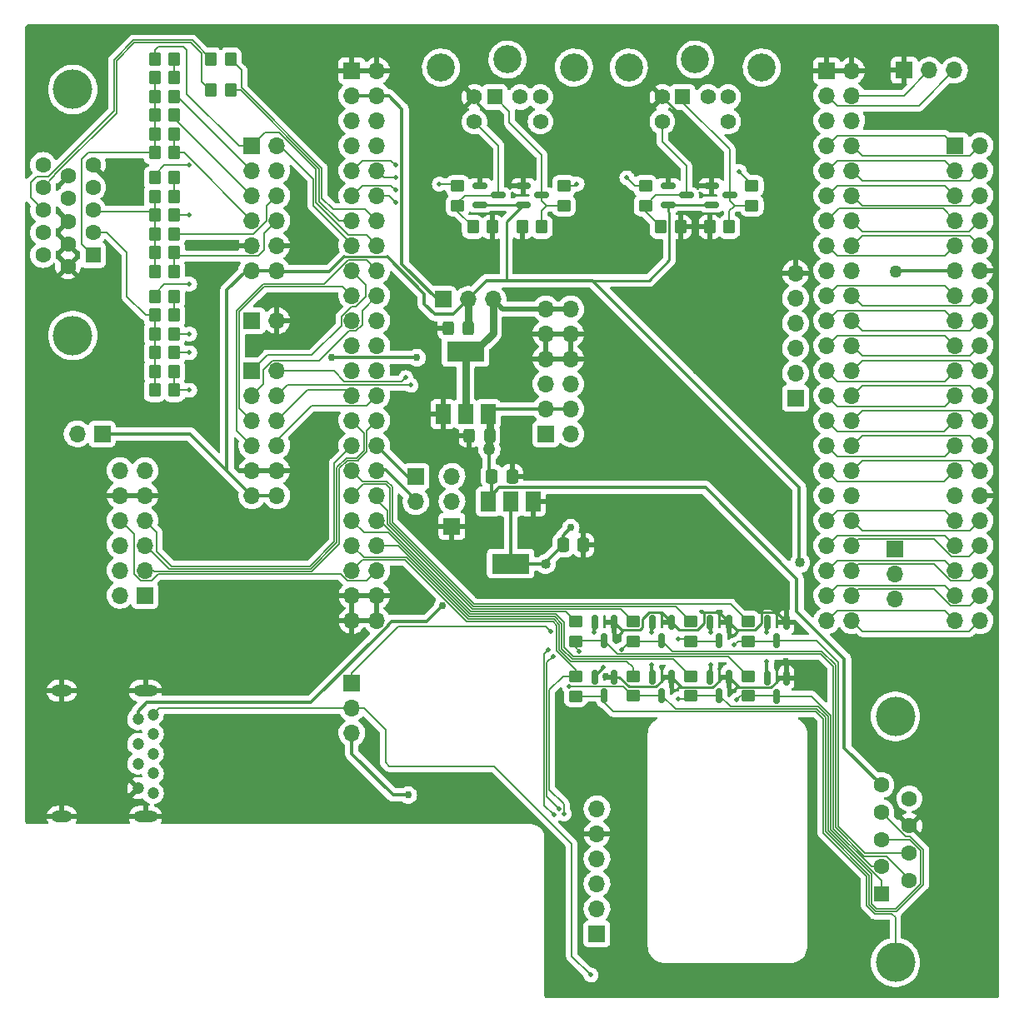
<source format=gbr>
%TF.GenerationSoftware,KiCad,Pcbnew,6.0.0-d3dd2cf0fa~116~ubuntu20.04.1*%
%TF.CreationDate,2022-03-13T21:12:49+01:00*%
%TF.ProjectId,arrow_deca_retro_cape,6172726f-775f-4646-9563-615f72657472,0.71*%
%TF.SameCoordinates,Original*%
%TF.FileFunction,Copper,L1,Top*%
%TF.FilePolarity,Positive*%
%FSLAX46Y46*%
G04 Gerber Fmt 4.6, Leading zero omitted, Abs format (unit mm)*
G04 Created by KiCad (PCBNEW 6.0.0-d3dd2cf0fa~116~ubuntu20.04.1) date 2022-03-13 21:12:49*
%MOMM*%
%LPD*%
G01*
G04 APERTURE LIST*
G04 Aperture macros list*
%AMRoundRect*
0 Rectangle with rounded corners*
0 $1 Rounding radius*
0 $2 $3 $4 $5 $6 $7 $8 $9 X,Y pos of 4 corners*
0 Add a 4 corners polygon primitive as box body*
4,1,4,$2,$3,$4,$5,$6,$7,$8,$9,$2,$3,0*
0 Add four circle primitives for the rounded corners*
1,1,$1+$1,$2,$3*
1,1,$1+$1,$4,$5*
1,1,$1+$1,$6,$7*
1,1,$1+$1,$8,$9*
0 Add four rect primitives between the rounded corners*
20,1,$1+$1,$2,$3,$4,$5,0*
20,1,$1+$1,$4,$5,$6,$7,0*
20,1,$1+$1,$6,$7,$8,$9,0*
20,1,$1+$1,$8,$9,$2,$3,0*%
G04 Aperture macros list end*
%TA.AperFunction,ComponentPad*%
%ADD10R,1.700000X1.700000*%
%TD*%
%TA.AperFunction,ComponentPad*%
%ADD11O,1.700000X1.700000*%
%TD*%
%TA.AperFunction,SMDPad,CuDef*%
%ADD12R,1.500000X2.000000*%
%TD*%
%TA.AperFunction,SMDPad,CuDef*%
%ADD13R,3.800000X2.000000*%
%TD*%
%TA.AperFunction,SMDPad,CuDef*%
%ADD14RoundRect,0.250000X0.325000X0.450000X-0.325000X0.450000X-0.325000X-0.450000X0.325000X-0.450000X0*%
%TD*%
%TA.AperFunction,SMDPad,CuDef*%
%ADD15RoundRect,0.250000X0.350000X0.450000X-0.350000X0.450000X-0.350000X-0.450000X0.350000X-0.450000X0*%
%TD*%
%TA.AperFunction,SMDPad,CuDef*%
%ADD16RoundRect,0.250000X-0.450000X0.350000X-0.450000X-0.350000X0.450000X-0.350000X0.450000X0.350000X0*%
%TD*%
%TA.AperFunction,ComponentPad*%
%ADD17C,4.000000*%
%TD*%
%TA.AperFunction,ComponentPad*%
%ADD18R,1.600000X1.600000*%
%TD*%
%TA.AperFunction,ComponentPad*%
%ADD19C,1.600000*%
%TD*%
%TA.AperFunction,SMDPad,CuDef*%
%ADD20RoundRect,0.150000X-0.150000X0.587500X-0.150000X-0.587500X0.150000X-0.587500X0.150000X0.587500X0*%
%TD*%
%TA.AperFunction,ComponentPad*%
%ADD21C,1.200000*%
%TD*%
%TA.AperFunction,ComponentPad*%
%ADD22O,2.400000X1.200000*%
%TD*%
%TA.AperFunction,ComponentPad*%
%ADD23O,2.100000X1.200000*%
%TD*%
%TA.AperFunction,SMDPad,CuDef*%
%ADD24RoundRect,0.150000X-0.587500X-0.150000X0.587500X-0.150000X0.587500X0.150000X-0.587500X0.150000X0*%
%TD*%
%TA.AperFunction,ComponentPad*%
%ADD25R,1.574800X1.574800*%
%TD*%
%TA.AperFunction,ComponentPad*%
%ADD26C,1.574800*%
%TD*%
%TA.AperFunction,ComponentPad*%
%ADD27C,2.844800*%
%TD*%
%TA.AperFunction,SMDPad,CuDef*%
%ADD28RoundRect,0.250000X-0.350000X-0.450000X0.350000X-0.450000X0.350000X0.450000X-0.350000X0.450000X0*%
%TD*%
%TA.AperFunction,SMDPad,CuDef*%
%ADD29RoundRect,0.250000X-0.337500X-0.475000X0.337500X-0.475000X0.337500X0.475000X-0.337500X0.475000X0*%
%TD*%
%TA.AperFunction,ViaPad*%
%ADD30C,1.016000*%
%TD*%
%TA.AperFunction,ViaPad*%
%ADD31C,0.762000*%
%TD*%
%TA.AperFunction,ViaPad*%
%ADD32C,1.270000*%
%TD*%
%TA.AperFunction,ViaPad*%
%ADD33C,0.508000*%
%TD*%
%TA.AperFunction,Conductor*%
%ADD34C,0.254000*%
%TD*%
%TA.AperFunction,Conductor*%
%ADD35C,0.350000*%
%TD*%
%TA.AperFunction,Conductor*%
%ADD36C,0.127000*%
%TD*%
%TA.AperFunction,Conductor*%
%ADD37C,0.250000*%
%TD*%
%TA.AperFunction,Conductor*%
%ADD38C,0.762000*%
%TD*%
%TA.AperFunction,Conductor*%
%ADD39C,0.500000*%
%TD*%
G04 APERTURE END LIST*
D10*
%TO.P,J9,1,Pin_1*%
%TO.N,GND*%
X116825331Y-45645000D03*
D11*
%TO.P,J9,2,Pin_2*%
X119365331Y-45645000D03*
%TO.P,J9,3,Pin_3*%
%TO.N,+3.3VP*%
X116825331Y-48185000D03*
%TO.P,J9,4,Pin_4*%
X119365331Y-48185000D03*
%TO.P,J9,5,Pin_5*%
%TO.N,+5V*%
X116825331Y-50725000D03*
%TO.P,J9,6,Pin_6*%
X119365331Y-50725000D03*
%TO.P,J9,7,Pin_7*%
X116825331Y-53265000D03*
%TO.P,J9,8,Pin_8*%
X119365331Y-53265000D03*
%TO.P,J9,9,Pin_9*%
%TO.N,/PS2_MOUSE_DAT*%
X116825331Y-55805000D03*
%TO.P,J9,10,Pin_10*%
%TO.N,/PS2_MOUSE_CLK*%
X119365331Y-55805000D03*
%TO.P,J9,11,Pin_11*%
%TO.N,/PS2_KEYB_CLK*%
X116825331Y-58345000D03*
%TO.P,J9,12,Pin_12*%
%TO.N,/PS2_KEYB_DAT*%
X119365331Y-58345000D03*
%TO.P,J9,13,Pin_13*%
%TO.N,/VGA_VS*%
X116825331Y-60885000D03*
%TO.P,J9,14,Pin_14*%
%TO.N,/VGA_HS*%
X119365331Y-60885000D03*
%TO.P,J9,15,Pin_15*%
%TO.N,/VGA_B0*%
X116825331Y-63425000D03*
%TO.P,J9,16,Pin_16*%
%TO.N,/VGA_R0*%
X119365331Y-63425000D03*
%TO.P,J9,17,Pin_17*%
%TO.N,/VGA_G0*%
X116825331Y-65965000D03*
%TO.P,J9,18,Pin_18*%
%TO.N,/VGA_G3*%
X119365331Y-65965000D03*
%TO.P,J9,19,Pin_19*%
%TO.N,/VGA_G2*%
X116825331Y-68505000D03*
%TO.P,J9,20,Pin_20*%
%TO.N,/VGA_G1*%
X119365331Y-68505000D03*
%TO.P,J9,21,Pin_21*%
%TO.N,/VGA_B3*%
X116825331Y-71045000D03*
%TO.P,J9,22,Pin_22*%
%TO.N,/VGA_R3*%
X119365331Y-71045000D03*
%TO.P,J9,23,Pin_23*%
%TO.N,/VGA_B2*%
X116825331Y-73585000D03*
%TO.P,J9,24,Pin_24*%
%TO.N,/VGA_R2*%
X119365331Y-73585000D03*
%TO.P,J9,25,Pin_25*%
%TO.N,/VGA_B1*%
X116825331Y-76125000D03*
%TO.P,J9,26,Pin_26*%
%TO.N,/VGA_R1*%
X119365331Y-76125000D03*
%TO.P,J9,27,Pin_27*%
%TO.N,/DETO1*%
X116825331Y-78665000D03*
%TO.P,J9,28,Pin_28*%
%TO.N,/DETO2*%
X119365331Y-78665000D03*
%TO.P,J9,29,Pin_29*%
%TO.N,/SPI_DI (MISO)*%
X116825331Y-81205000D03*
%TO.P,J9,30,Pin_30*%
%TO.N,/SPI_DO (MOSI)*%
X119365331Y-81205000D03*
%TO.P,J9,31,Pin_31*%
%TO.N,/SPI_SCK*%
X116825331Y-83745000D03*
%TO.P,J9,32,Pin_32*%
%TO.N,+1V8*%
X119365331Y-83745000D03*
%TO.P,J9,33,Pin_33*%
%TO.N,/JOYX_SEL_O*%
X116825331Y-86285000D03*
%TO.P,J9,34,Pin_34*%
%TO.N,GNDA*%
X119365331Y-86285000D03*
%TO.P,J9,35,Pin_35*%
%TO.N,/JOY1_B2_P9*%
X116825331Y-88825000D03*
%TO.P,J9,36,Pin_36*%
%TO.N,/JOY1_B1_P6*%
X119365331Y-88825000D03*
%TO.P,J9,37,Pin_37*%
%TO.N,/JOY1_UP*%
X116825331Y-91365000D03*
%TO.P,J9,38,Pin_38*%
%TO.N,/JOY1_DOWN*%
X119365331Y-91365000D03*
%TO.P,J9,39,Pin_39*%
%TO.N,/JOY1_RIGHT*%
X116825331Y-93905000D03*
%TO.P,J9,40,Pin_40*%
%TO.N,/JOY1_LEFT*%
X119365331Y-93905000D03*
%TO.P,J9,41,Pin_41*%
%TO.N,/JOY_MUX_DETO3*%
X116825331Y-96445000D03*
%TO.P,J9,42,Pin_42*%
%TO.N,/SPI_CS_FPGA*%
X119365331Y-96445000D03*
%TO.P,J9,43,Pin_43*%
%TO.N,GND*%
X116825331Y-98985000D03*
%TO.P,J9,44,Pin_44*%
X119365331Y-98985000D03*
%TO.P,J9,45,Pin_45*%
X116825331Y-101525000D03*
%TO.P,J9,46,Pin_46*%
X119365331Y-101525000D03*
%TD*%
D10*
%TO.P,J8,1,Pin_1*%
%TO.N,GND*%
X165085331Y-45645000D03*
D11*
%TO.P,J8,2,Pin_2*%
X167625331Y-45645000D03*
%TO.P,J8,3,Pin_3*%
%TO.N,/UART_TXD*%
X165085331Y-48185000D03*
%TO.P,J8,4,Pin_4*%
%TO.N,/UART_RXD*%
X167625331Y-48185000D03*
%TO.P,J8,5,Pin_5*%
%TO.N,/SPI_CS_OSD*%
X165085331Y-50725000D03*
%TO.P,J8,6,Pin_6*%
%TO.N,/SPI_CS_IO*%
X167625331Y-50725000D03*
%TO.P,J8,7,Pin_7*%
%TO.N,/DQ0*%
X165085331Y-53265000D03*
%TO.P,J8,8,Pin_8*%
%TO.N,/DQ1*%
X167625331Y-53265000D03*
%TO.P,J8,9,Pin_9*%
%TO.N,/DQ2*%
X165085331Y-55805000D03*
%TO.P,J8,10,Pin_10*%
%TO.N,/DQ3*%
X167625331Y-55805000D03*
%TO.P,J8,11,Pin_11*%
%TO.N,/DQ4*%
X165085331Y-58345000D03*
%TO.P,J8,12,Pin_12*%
%TO.N,/DQ5*%
X167625331Y-58345000D03*
%TO.P,J8,13,Pin_13*%
%TO.N,/DQ6*%
X165085331Y-60885000D03*
%TO.P,J8,14,Pin_14*%
%TO.N,/DQ7*%
X167625331Y-60885000D03*
%TO.P,J8,15,Pin_15*%
%TO.N,/DQ14*%
X165085331Y-63425000D03*
%TO.P,J8,16,Pin_16*%
%TO.N,/DQ15*%
X167625331Y-63425000D03*
%TO.P,J8,17,Pin_17*%
%TO.N,/LDQM*%
X165085331Y-65965000D03*
%TO.P,J8,18,Pin_18*%
%TO.N,/UDQM*%
X167625331Y-65965000D03*
%TO.P,J8,19,Pin_19*%
%TO.N,/DQ13*%
X165085331Y-68505000D03*
%TO.P,J8,20,Pin_20*%
%TO.N,/DQ12*%
X167625331Y-68505000D03*
%TO.P,J8,21,Pin_21*%
%TO.N,/DQ11*%
X165085331Y-71045000D03*
%TO.P,J8,22,Pin_22*%
%TO.N,/DQ10*%
X167625331Y-71045000D03*
%TO.P,J8,23,Pin_23*%
%TO.N,/DQ9*%
X165085331Y-73585000D03*
%TO.P,J8,24,Pin_24*%
%TO.N,/DQ8*%
X167625331Y-73585000D03*
%TO.P,J8,25,Pin_25*%
%TO.N,/A12*%
X165085331Y-76125000D03*
%TO.P,J8,26,Pin_26*%
%TO.N,/CLK*%
X167625331Y-76125000D03*
%TO.P,J8,27,Pin_27*%
%TO.N,/A9*%
X165085331Y-78665000D03*
%TO.P,J8,28,Pin_28*%
%TO.N,/A11*%
X167625331Y-78665000D03*
%TO.P,J8,29,Pin_29*%
%TO.N,/A7*%
X165085331Y-81205000D03*
%TO.P,J8,30,Pin_30*%
%TO.N,/A8*%
X167625331Y-81205000D03*
%TO.P,J8,31,Pin_31*%
%TO.N,/A5*%
X165085331Y-83745000D03*
%TO.P,J8,32,Pin_32*%
%TO.N,/A6*%
X167625331Y-83745000D03*
%TO.P,J8,33,Pin_33*%
%TO.N,/nWE*%
X165085331Y-86285000D03*
%TO.P,J8,34,Pin_34*%
%TO.N,/A4*%
X167625331Y-86285000D03*
%TO.P,J8,35,Pin_35*%
%TO.N,/DETO4*%
X165085331Y-88825000D03*
%TO.P,J8,36,Pin_36*%
%TO.N,/CKE*%
X167625331Y-88825000D03*
%TO.P,J8,37,Pin_37*%
%TO.N,/nCAS*%
X165085331Y-91365000D03*
%TO.P,J8,38,Pin_38*%
%TO.N,/nRAS*%
X167625331Y-91365000D03*
%TO.P,J8,39,Pin_39*%
%TO.N,/nCS0*%
X165085331Y-93905000D03*
%TO.P,J8,40,Pin_40*%
%TO.N,/BA0*%
X167625331Y-93905000D03*
%TO.P,J8,41,Pin_41*%
%TO.N,/BA1*%
X165085331Y-96445000D03*
%TO.P,J8,42,Pin_42*%
%TO.N,/A10*%
X167625331Y-96445000D03*
%TO.P,J8,43,Pin_43*%
%TO.N,/A0*%
X165085331Y-98985000D03*
%TO.P,J8,44,Pin_44*%
%TO.N,/A1*%
X167625331Y-98985000D03*
%TO.P,J8,45,Pin_45*%
%TO.N,/A2*%
X165085331Y-101525000D03*
%TO.P,J8,46,Pin_46*%
%TO.N,/A3*%
X167625331Y-101525000D03*
%TD*%
D12*
%TO.P,U4,1,GND*%
%TO.N,GND*%
X126082331Y-80520000D03*
D13*
%TO.P,U4,2,VO*%
%TO.N,/3V3_LDO*%
X128382331Y-74220000D03*
D12*
X128382331Y-80520000D03*
%TO.P,U4,3,VI*%
%TO.N,+5V*%
X130682331Y-80520000D03*
%TD*%
D14*
%TO.P,C18,1*%
%TO.N,+5V*%
X130818331Y-82729000D03*
%TO.P,C18,2*%
%TO.N,GND*%
X128768331Y-82729000D03*
%TD*%
D10*
%TO.P,JP2,1,Pin_1*%
%TO.N,+3.3VP*%
X126096331Y-68886000D03*
D11*
%TO.P,JP2,2,Pin_2*%
%TO.N,+3V3*%
X128636331Y-68886000D03*
%TO.P,JP2,3,Pin_3*%
%TO.N,/3V3_LDO*%
X131176331Y-68886000D03*
%TD*%
D14*
%TO.P,C19,1*%
%TO.N,+3V3*%
X128636331Y-71807000D03*
%TO.P,C19,2*%
%TO.N,GND*%
X126586331Y-71807000D03*
%TD*%
D15*
%TO.P,R29,1*%
%TO.N,/VGA_G3*%
X98790000Y-76200000D03*
%TO.P,R29,2*%
%TO.N,/VGAG*%
X96790000Y-76200000D03*
%TD*%
%TO.P,R31,1*%
%TO.N,Net-(R31-Pad1)*%
X98790000Y-56515000D03*
%TO.P,R31,2*%
%TO.N,/VGA_B0*%
X96790000Y-56515000D03*
%TD*%
D10*
%TO.P,J20,1,Pin_1*%
%TO.N,/SPI_CS_OSD*%
X95808800Y-98958400D03*
D11*
%TO.P,J20,2,Pin_2*%
%TO.N,/SPI_DO (MOSI)*%
X95808800Y-96418400D03*
%TO.P,J20,3,Pin_3*%
%TO.N,/SPI_DI (MISO)*%
X95808800Y-93878400D03*
%TO.P,J20,4,Pin_4*%
%TO.N,/SPI_SCK*%
X95808800Y-91338400D03*
%TO.P,J20,5,Pin_5*%
%TO.N,GND*%
X95808800Y-88798400D03*
%TO.P,J20,6,Pin_6*%
%TO.N,/VH_PMOD*%
X95808800Y-86258400D03*
%TO.P,J20,7,Pin_7*%
%TO.N,/UART_RXD*%
X93268800Y-98958400D03*
%TO.P,J20,8,Pin_8*%
%TO.N,/UART_TXD*%
X93268800Y-96418400D03*
%TO.P,J20,9,Pin_9*%
%TO.N,/SPI_CS_IO*%
X93268800Y-93878400D03*
%TO.P,J20,10,Pin_10*%
%TO.N,/SPI_CS_FPGA*%
X93268800Y-91338400D03*
%TO.P,J20,11,Pin_11*%
%TO.N,GND*%
X93268800Y-88798400D03*
%TO.P,J20,12,Pin_12*%
%TO.N,/VH_PMOD*%
X93268800Y-86258400D03*
%TD*%
D16*
%TO.P,R13,1*%
%TO.N,/JOY1_DOWN*%
X139573000Y-101632000D03*
%TO.P,R13,2*%
%TO.N,/D+*%
X139573000Y-103632000D03*
%TD*%
D15*
%TO.P,R19,1*%
%TO.N,Net-(R19-Pad1)*%
X98790000Y-44450000D03*
%TO.P,R19,2*%
%TO.N,/VGA_R0*%
X96790000Y-44450000D03*
%TD*%
D17*
%TO.P,J1,0*%
%TO.N,N/C*%
X88475600Y-47548600D03*
X88475600Y-72548600D03*
D18*
%TO.P,J1,1*%
%TO.N,/VGAR*%
X90525600Y-64363600D03*
D19*
%TO.P,J1,2*%
%TO.N,/VGAG*%
X90525600Y-62073600D03*
%TO.P,J1,3*%
%TO.N,/VGAB*%
X90525600Y-59783600D03*
%TO.P,J1,4*%
%TO.N,unconnected-(J1-Pad4)*%
X90525600Y-57493600D03*
%TO.P,J1,5*%
%TO.N,GND*%
X90525600Y-55203600D03*
%TO.P,J1,6*%
X87985600Y-65508600D03*
%TO.P,J1,7*%
X87985600Y-63218600D03*
%TO.P,J1,8*%
X87985600Y-60928600D03*
%TO.P,J1,9*%
%TO.N,unconnected-(J1-Pad9)*%
X87985600Y-58638600D03*
%TO.P,J1,10*%
%TO.N,GND*%
X87985600Y-56348600D03*
%TO.P,J1,11*%
%TO.N,unconnected-(J1-Pad11)*%
X85445600Y-64363600D03*
%TO.P,J1,12*%
%TO.N,unconnected-(J1-Pad12)*%
X85445600Y-62073600D03*
%TO.P,J1,13*%
%TO.N,/VGAHS*%
X85445600Y-59783600D03*
%TO.P,J1,14*%
%TO.N,/VGAVS*%
X85445600Y-57493600D03*
%TO.P,J1,15*%
%TO.N,unconnected-(J1-Pad15)*%
X85445600Y-55203600D03*
%TD*%
D10*
%TO.P,J16,1,Pin_1*%
%TO.N,/DETO1*%
X141730331Y-133351200D03*
D11*
%TO.P,J16,2,Pin_2*%
%TO.N,/DETO2*%
X141730331Y-130811200D03*
%TO.P,J16,3,Pin_3*%
%TO.N,/JOY_MUX_DETO3*%
X141730331Y-128271200D03*
%TO.P,J16,4,Pin_4*%
%TO.N,/DETO4*%
X141730331Y-125731200D03*
%TO.P,J16,5,Pin_5*%
%TO.N,GND*%
X141730331Y-123191200D03*
%TO.P,J16,6,Pin_6*%
%TO.N,+3V3*%
X141730331Y-120651200D03*
%TD*%
D16*
%TO.P,R5,1*%
%TO.N,/PS2_MOUSE_CLK*%
X146670331Y-57345000D03*
%TO.P,R5,2*%
%TO.N,Net-(D4-Pad3)*%
X146670331Y-59345000D03*
%TD*%
D20*
%TO.P,D5,1*%
%TO.N,GND*%
X155128000Y-101678500D03*
%TO.P,D5,2*%
%TO.N,+2V5*%
X153228000Y-101678500D03*
%TO.P,D5,3*%
%TO.N,Net-(D5-Pad3)*%
X154178000Y-103553500D03*
%TD*%
%TO.P,D11,1*%
%TO.N,GND*%
X160970000Y-101678500D03*
%TO.P,D11,2*%
%TO.N,+2V5*%
X159070000Y-101678500D03*
%TO.P,D11,3*%
%TO.N,/RX+*%
X160020000Y-103553500D03*
%TD*%
D21*
%TO.P,J21,1,VBUS*%
%TO.N,+5V*%
X95108331Y-111558000D03*
%TO.P,J21,2,D-*%
%TO.N,/D-*%
X95108331Y-114058000D03*
%TO.P,J21,3,D+*%
%TO.N,/D+*%
X95108331Y-116058000D03*
%TO.P,J21,4,GND*%
%TO.N,GND*%
X95108331Y-118558000D03*
%TO.P,J21,5,SSRX-*%
%TO.N,/RX-*%
X96608331Y-119058000D03*
%TO.P,J21,6,SSRX+*%
%TO.N,/RX+*%
X96608331Y-117058000D03*
%TO.P,J21,7,DRAIN*%
%TO.N,/DRAIN*%
X96608331Y-115058000D03*
%TO.P,J21,8,SSTX-*%
%TO.N,/TX-*%
X96608331Y-113058000D03*
%TO.P,J21,9,SSTX+*%
%TO.N,/TX+*%
X96608331Y-111058000D03*
D22*
%TO.P,J21,10,SHIELD*%
%TO.N,GND*%
X95858331Y-121458000D03*
D23*
X87358331Y-121458000D03*
D22*
X95858331Y-108658000D03*
D23*
X87358331Y-108658000D03*
%TD*%
D15*
%TO.P,R3,1*%
%TO.N,Net-(D1-Pad3)*%
X136128000Y-61520000D03*
%TO.P,R3,2*%
%TO.N,GND*%
X134128000Y-61520000D03*
%TD*%
D20*
%TO.P,D8,1*%
%TO.N,GND*%
X149286000Y-101678500D03*
%TO.P,D8,2*%
%TO.N,+2V5*%
X147386000Y-101678500D03*
%TO.P,D8,3*%
%TO.N,/TX-*%
X148336000Y-103553500D03*
%TD*%
D24*
%TO.P,D4,1*%
%TO.N,GND*%
X148946231Y-57340400D03*
%TO.P,D4,2*%
%TO.N,+3V3*%
X148946231Y-59240400D03*
%TO.P,D4,3*%
%TO.N,Net-(D4-Pad3)*%
X150821231Y-58290400D03*
%TD*%
D10*
%TO.P,J10,1,Pin_1*%
%TO.N,+2V5*%
X136525000Y-82550000D03*
D11*
%TO.P,J10,2,Pin_2*%
X139065000Y-82550000D03*
%TO.P,J10,3,Pin_3*%
%TO.N,+5V*%
X136525000Y-80010000D03*
%TO.P,J10,4,Pin_4*%
X139065000Y-80010000D03*
%TO.P,J10,5,Pin_5*%
%TO.N,+3.3VP*%
X136525000Y-77470000D03*
%TO.P,J10,6,Pin_6*%
X139065000Y-77470000D03*
%TO.P,J10,7,Pin_7*%
%TO.N,GND*%
X136525000Y-74930000D03*
%TO.P,J10,8,Pin_8*%
X139065000Y-74930000D03*
%TO.P,J10,9,Pin_9*%
X136525000Y-72390000D03*
%TO.P,J10,10,Pin_10*%
X139065000Y-72390000D03*
%TO.P,J10,11,Pin_11*%
%TO.N,/3V3_LDO*%
X136525000Y-69850000D03*
%TO.P,J10,12,Pin_12*%
X139065000Y-69850000D03*
%TD*%
D15*
%TO.P,R35,1*%
%TO.N,/VGA_B3*%
X98790000Y-64135000D03*
%TO.P,R35,2*%
%TO.N,/VGAB*%
X96790000Y-64135000D03*
%TD*%
D10*
%TO.P,J11,1,Pin_1*%
%TO.N,/VGA_R0*%
X106665331Y-53265000D03*
D11*
%TO.P,J11,2,Pin_2*%
%TO.N,/VGA_R1*%
X106665331Y-55805000D03*
%TO.P,J11,3,Pin_3*%
%TO.N,/VGA_R2*%
X106665331Y-58345000D03*
%TO.P,J11,4,Pin_4*%
%TO.N,/VGA_R3*%
X106665331Y-60885000D03*
%TO.P,J11,5,Pin_5*%
%TO.N,GND*%
X106665331Y-63425000D03*
%TO.P,J11,6,Pin_6*%
%TO.N,+3V3*%
X106665331Y-65965000D03*
%TO.P,J11,7,Pin_7*%
%TO.N,/VGA_B0*%
X109205331Y-53265000D03*
%TO.P,J11,8,Pin_8*%
%TO.N,/VGA_B1*%
X109205331Y-55805000D03*
%TO.P,J11,9,Pin_9*%
%TO.N,/VGA_B2*%
X109205331Y-58345000D03*
%TO.P,J11,10,Pin_10*%
%TO.N,/VGA_B3*%
X109205331Y-60885000D03*
%TO.P,J11,11,Pin_11*%
%TO.N,GND*%
X109205331Y-63425000D03*
%TO.P,J11,12,Pin_12*%
%TO.N,+3V3*%
X109205331Y-65965000D03*
%TD*%
D20*
%TO.P,D10,1*%
%TO.N,GND*%
X160970000Y-107329000D03*
%TO.P,D10,2*%
%TO.N,+2V5*%
X159070000Y-107329000D03*
%TO.P,D10,3*%
%TO.N,/D-*%
X160020000Y-109204000D03*
%TD*%
D16*
%TO.P,R12,1*%
%TO.N,/JOYX_SEL_O*%
X157099000Y-101615000D03*
%TO.P,R12,2*%
%TO.N,/RX+*%
X157099000Y-103615000D03*
%TD*%
%TO.P,R15,1*%
%TO.N,/JOY1_UP*%
X157099000Y-107188000D03*
%TO.P,R15,2*%
%TO.N,/D-*%
X157099000Y-109188000D03*
%TD*%
D15*
%TO.P,R30,1*%
%TO.N,/VGA_G3*%
X98790000Y-78105000D03*
%TO.P,R30,2*%
%TO.N,/VGAG*%
X96790000Y-78105000D03*
%TD*%
D24*
%TO.P,D3,1*%
%TO.N,GND*%
X153346231Y-57340400D03*
%TO.P,D3,2*%
%TO.N,+3V3*%
X153346231Y-59240400D03*
%TO.P,D3,3*%
%TO.N,Net-(D3-Pad3)*%
X155221231Y-58290400D03*
%TD*%
D16*
%TO.P,R16,1*%
%TO.N,/JOY_MUX_DETO3*%
X139573000Y-107204000D03*
%TO.P,R16,2*%
%TO.N,/MUX*%
X139573000Y-109204000D03*
%TD*%
D15*
%TO.P,R18,1*%
%TO.N,/VGA_VS*%
X104505000Y-47625000D03*
%TO.P,R18,2*%
%TO.N,/VGAVS*%
X102505000Y-47625000D03*
%TD*%
%TO.P,R32,1*%
%TO.N,Net-(R31-Pad1)*%
X98790000Y-58420000D03*
%TO.P,R32,2*%
%TO.N,/VGAB*%
X96790000Y-58420000D03*
%TD*%
D25*
%TO.P,J5,1,1*%
%TO.N,Net-(D1-Pad3)*%
X131344531Y-48312000D03*
D26*
%TO.P,J5,2,2*%
%TO.N,unconnected-(J5-Pad2)*%
X133935331Y-48312000D03*
%TO.P,J5,3,3*%
%TO.N,GND*%
X129287131Y-48312000D03*
%TO.P,J5,4,4*%
%TO.N,+5V*%
X135992731Y-48312000D03*
%TO.P,J5,5,5*%
%TO.N,Net-(D2-Pad3)*%
X129287131Y-50801200D03*
%TO.P,J5,6,6*%
%TO.N,unconnected-(J5-Pad6)*%
X135992731Y-50801200D03*
D27*
%TO.P,J5,7*%
%TO.N,N/C*%
X125883531Y-45314800D03*
%TO.P,J5,8*%
X132639931Y-44502000D03*
%TO.P,J5,9*%
X139396331Y-45314800D03*
%TD*%
D12*
%TO.P,U5,1,GND*%
%TO.N,GND*%
X135267331Y-89434200D03*
D13*
%TO.P,U5,2,VO*%
%TO.N,+2V5*%
X132967331Y-95734200D03*
D12*
X132967331Y-89434200D03*
%TO.P,U5,3,VI*%
%TO.N,+5V*%
X130667331Y-89434200D03*
%TD*%
D15*
%TO.P,R27,1*%
%TO.N,/VGA_G1*%
X98790000Y-72390000D03*
%TO.P,R27,2*%
%TO.N,/VGAG*%
X96790000Y-72390000D03*
%TD*%
%TO.P,R23,1*%
%TO.N,/VGA_R3*%
X98790000Y-52070000D03*
%TO.P,R23,2*%
%TO.N,/VGAR*%
X96790000Y-52070000D03*
%TD*%
D28*
%TO.P,R4,1*%
%TO.N,Net-(D2-Pad3)*%
X129125331Y-61520000D03*
%TO.P,R4,2*%
%TO.N,GND*%
X131125331Y-61520000D03*
%TD*%
D16*
%TO.P,R10,1*%
%TO.N,/JOY1_RIGHT*%
X145415000Y-107188000D03*
%TO.P,R10,2*%
%TO.N,/DRAIN*%
X145415000Y-109188000D03*
%TD*%
%TO.P,R14,1*%
%TO.N,/JOY1_B1_P6*%
X145415000Y-101617000D03*
%TO.P,R14,2*%
%TO.N,/TX-*%
X145415000Y-103617000D03*
%TD*%
D20*
%TO.P,D7,1*%
%TO.N,GND*%
X149286000Y-107250500D03*
%TO.P,D7,2*%
%TO.N,+2V5*%
X147386000Y-107250500D03*
%TO.P,D7,3*%
%TO.N,/DRAIN*%
X148336000Y-109125500D03*
%TD*%
D16*
%TO.P,R9,1*%
%TO.N,/JOY1_B2_P9*%
X151257000Y-101616000D03*
%TO.P,R9,2*%
%TO.N,Net-(D5-Pad3)*%
X151257000Y-103616000D03*
%TD*%
D15*
%TO.P,R26,1*%
%TO.N,Net-(R25-Pad1)*%
X98790000Y-70485000D03*
%TO.P,R26,2*%
%TO.N,/VGAG*%
X96790000Y-70485000D03*
%TD*%
%TO.P,R33,1*%
%TO.N,/VGA_B1*%
X98790000Y-60325000D03*
%TO.P,R33,2*%
%TO.N,/VGAB*%
X96790000Y-60325000D03*
%TD*%
%TO.P,R22,1*%
%TO.N,/VGA_R2*%
X98790000Y-50165000D03*
%TO.P,R22,2*%
%TO.N,/VGAR*%
X96790000Y-50165000D03*
%TD*%
D10*
%TO.P,J14,1,Pin_1*%
%TO.N,+1V8*%
X123340331Y-86889200D03*
D11*
%TO.P,J14,2,Pin_2*%
%TO.N,GNDA*%
X123340331Y-89429200D03*
%TD*%
D28*
%TO.P,R8,1*%
%TO.N,Net-(D4-Pad3)*%
X148210331Y-61520000D03*
%TO.P,R8,2*%
%TO.N,GND*%
X150210331Y-61520000D03*
%TD*%
D25*
%TO.P,J19,1,1*%
%TO.N,Net-(D3-Pad3)*%
X150429531Y-48312000D03*
D26*
%TO.P,J19,2,2*%
%TO.N,unconnected-(J19-Pad2)*%
X153020331Y-48312000D03*
%TO.P,J19,3,3*%
%TO.N,GND*%
X148372131Y-48312000D03*
%TO.P,J19,4,4*%
%TO.N,+5V*%
X155077731Y-48312000D03*
%TO.P,J19,5,5*%
%TO.N,Net-(D4-Pad3)*%
X148372131Y-50801200D03*
%TO.P,J19,6,6*%
%TO.N,unconnected-(J19-Pad6)*%
X155077731Y-50801200D03*
D27*
%TO.P,J19,7*%
%TO.N,N/C*%
X144968531Y-45314800D03*
%TO.P,J19,8*%
X151724931Y-44502000D03*
%TO.P,J19,9*%
X158481331Y-45314800D03*
%TD*%
D24*
%TO.P,D2,1*%
%TO.N,GND*%
X129861231Y-57340400D03*
%TO.P,D2,2*%
%TO.N,+3V3*%
X129861231Y-59240400D03*
%TO.P,D2,3*%
%TO.N,Net-(D2-Pad3)*%
X131736231Y-58290400D03*
%TD*%
D10*
%TO.P,J15,1,Pin_1*%
%TO.N,GND*%
X172972331Y-45594200D03*
D11*
%TO.P,J15,2,Pin_2*%
%TO.N,/UART_RXD*%
X175512331Y-45594200D03*
%TO.P,J15,3,Pin_3*%
%TO.N,/UART_TXD*%
X178052331Y-45594200D03*
%TD*%
D17*
%TO.P,J4,0,PAD*%
%TO.N,/MUX*%
X172059669Y-136260000D03*
X172059669Y-111260000D03*
D18*
%TO.P,J4,1,1*%
%TO.N,/D-*%
X170639669Y-129300000D03*
D19*
%TO.P,J4,2,2*%
%TO.N,/D+*%
X170639669Y-126530000D03*
%TO.P,J4,3,3*%
%TO.N,/RX-*%
X170639669Y-123760000D03*
%TO.P,J4,4,4*%
%TO.N,/DRAIN*%
X170639669Y-120990000D03*
%TO.P,J4,5,5*%
%TO.N,+5V*%
X170639669Y-118220000D03*
%TO.P,J4,6,6*%
%TO.N,/TX-*%
X173479669Y-127915000D03*
%TO.P,J4,7,7*%
%TO.N,/RX+*%
X173479669Y-125145000D03*
%TO.P,J4,8,8*%
%TO.N,GND*%
X173479669Y-122375000D03*
%TO.P,J4,9,9*%
%TO.N,/TX+*%
X173479669Y-119605000D03*
%TD*%
D15*
%TO.P,R20,1*%
%TO.N,Net-(R19-Pad1)*%
X98790000Y-46355000D03*
%TO.P,R20,2*%
%TO.N,/VGAR*%
X96790000Y-46355000D03*
%TD*%
D20*
%TO.P,D12,1*%
%TO.N,GND*%
X143444000Y-107250500D03*
%TO.P,D12,2*%
%TO.N,+2V5*%
X141544000Y-107250500D03*
%TO.P,D12,3*%
%TO.N,/MUX*%
X142494000Y-109125500D03*
%TD*%
D15*
%TO.P,R7,1*%
%TO.N,Net-(D3-Pad3)*%
X155178000Y-61520000D03*
%TO.P,R7,2*%
%TO.N,GND*%
X153178000Y-61520000D03*
%TD*%
%TO.P,R24,1*%
%TO.N,/VGA_R3*%
X98790000Y-53975000D03*
%TO.P,R24,2*%
%TO.N,/VGAR*%
X96790000Y-53975000D03*
%TD*%
D16*
%TO.P,R2,1*%
%TO.N,/PS2_KEYB_DAT*%
X138380331Y-57345000D03*
%TO.P,R2,2*%
%TO.N,Net-(D1-Pad3)*%
X138380331Y-59345000D03*
%TD*%
D10*
%TO.P,J18,1,Pin_1*%
%TO.N,GND*%
X126998331Y-91934200D03*
D11*
%TO.P,J18,2,Pin_2*%
%TO.N,/VGA_HS*%
X126998331Y-89394200D03*
%TO.P,J18,3,Pin_3*%
%TO.N,/VGA_VS*%
X126998331Y-86854200D03*
%TD*%
D10*
%TO.P,J17,1,Pin_1*%
%TO.N,+5V*%
X106665331Y-71045000D03*
D11*
%TO.P,J17,2,Pin_2*%
%TO.N,GND*%
X109205331Y-71045000D03*
%TD*%
D10*
%TO.P,J22,1,Pin_1*%
%TO.N,Net-(D5-Pad3)*%
X116825331Y-107875000D03*
D11*
%TO.P,J22,2,Pin_2*%
%TO.N,/TX+*%
X116825331Y-110415000D03*
%TO.P,J22,3,Pin_3*%
%TO.N,+3V3*%
X116825331Y-112955000D03*
%TD*%
D29*
%TO.P,C21,1*%
%TO.N,+2V5*%
X138281500Y-93853000D03*
%TO.P,C21,2*%
%TO.N,GND*%
X140356500Y-93853000D03*
%TD*%
D10*
%TO.P,J12,1,Pin_1*%
%TO.N,/VGA_G0*%
X106665331Y-76125000D03*
D11*
%TO.P,J12,2,Pin_2*%
%TO.N,/VGA_G1*%
X106665331Y-78665000D03*
%TO.P,J12,3,Pin_3*%
%TO.N,/VGA_G2*%
X106665331Y-81205000D03*
%TO.P,J12,4,Pin_4*%
%TO.N,/VGA_G3*%
X106665331Y-83745000D03*
%TO.P,J12,5,Pin_5*%
%TO.N,GND*%
X106665331Y-86285000D03*
%TO.P,J12,6,Pin_6*%
%TO.N,+3V3*%
X106665331Y-88825000D03*
%TO.P,J12,7,Pin_7*%
%TO.N,/VGA_HS*%
X109205331Y-76125000D03*
%TO.P,J12,8,Pin_8*%
%TO.N,/VGA_VS*%
X109205331Y-78665000D03*
%TO.P,J12,9,Pin_9*%
%TO.N,/DETO1*%
X109205331Y-81205000D03*
%TO.P,J12,10,Pin_10*%
%TO.N,/DETO2*%
X109205331Y-83745000D03*
%TO.P,J12,11,Pin_11*%
%TO.N,GND*%
X109205331Y-86285000D03*
%TO.P,J12,12,Pin_12*%
%TO.N,+3V3*%
X109205331Y-88825000D03*
%TD*%
D15*
%TO.P,R21,1*%
%TO.N,/VGA_R1*%
X98790000Y-48260000D03*
%TO.P,R21,2*%
%TO.N,/VGAR*%
X96790000Y-48260000D03*
%TD*%
D10*
%TO.P,JP1,1,Pin_1*%
%TO.N,+3V3*%
X91445000Y-82550000D03*
D11*
%TO.P,JP1,2,Pin_2*%
%TO.N,/VH_PMOD*%
X88905000Y-82550000D03*
%TD*%
D15*
%TO.P,R28,1*%
%TO.N,/VGA_G2*%
X98790000Y-74295000D03*
%TO.P,R28,2*%
%TO.N,/VGAG*%
X96790000Y-74295000D03*
%TD*%
D16*
%TO.P,R1,1*%
%TO.N,/PS2_KEYB_CLK*%
X127585331Y-57345000D03*
%TO.P,R1,2*%
%TO.N,Net-(D2-Pad3)*%
X127585331Y-59345000D03*
%TD*%
D20*
%TO.P,D9,1*%
%TO.N,GND*%
X155128000Y-107250500D03*
%TO.P,D9,2*%
%TO.N,+2V5*%
X153228000Y-107250500D03*
%TO.P,D9,3*%
%TO.N,/RX-*%
X154178000Y-109125500D03*
%TD*%
D24*
%TO.P,D1,1*%
%TO.N,GND*%
X134261231Y-57340400D03*
%TO.P,D1,2*%
%TO.N,+3V3*%
X134261231Y-59240400D03*
%TO.P,D1,3*%
%TO.N,Net-(D1-Pad3)*%
X136136231Y-58290400D03*
%TD*%
D10*
%TO.P,J3,1,Pin_1*%
%TO.N,unconnected-(J3-Pad1)*%
X161910331Y-78919000D03*
D11*
%TO.P,J3,2,Pin_2*%
%TO.N,/TDI*%
X161910331Y-76379000D03*
%TO.P,J3,3,Pin_3*%
%TO.N,/TMS*%
X161910331Y-73839000D03*
%TO.P,J3,4,Pin_4*%
%TO.N,/TDO*%
X161910331Y-71299000D03*
%TO.P,J3,5,Pin_5*%
%TO.N,/TCK*%
X161910331Y-68759000D03*
%TO.P,J3,6,Pin_6*%
%TO.N,GND*%
X161910331Y-66219000D03*
%TD*%
D15*
%TO.P,R17,1*%
%TO.N,/VGA_HS*%
X104505000Y-44450000D03*
%TO.P,R17,2*%
%TO.N,/VGAHS*%
X102505000Y-44450000D03*
%TD*%
D29*
%TO.P,C20,1*%
%TO.N,+5V*%
X131040831Y-86869200D03*
%TO.P,C20,2*%
%TO.N,GND*%
X133115831Y-86869200D03*
%TD*%
D16*
%TO.P,R6,1*%
%TO.N,/PS2_MOUSE_DAT*%
X157465331Y-57345000D03*
%TO.P,R6,2*%
%TO.N,Net-(D3-Pad3)*%
X157465331Y-59345000D03*
%TD*%
D15*
%TO.P,R25,1*%
%TO.N,Net-(R25-Pad1)*%
X98790000Y-68580000D03*
%TO.P,R25,2*%
%TO.N,/VGA_G0*%
X96790000Y-68580000D03*
%TD*%
D20*
%TO.P,D6,1*%
%TO.N,GND*%
X143444000Y-101678500D03*
%TO.P,D6,2*%
%TO.N,+2V5*%
X141544000Y-101678500D03*
%TO.P,D6,3*%
%TO.N,/D+*%
X142494000Y-103553500D03*
%TD*%
D16*
%TO.P,R11,1*%
%TO.N,/JOY1_LEFT*%
X151257000Y-107172000D03*
%TO.P,R11,2*%
%TO.N,/RX-*%
X151257000Y-109172000D03*
%TD*%
D15*
%TO.P,R36,1*%
%TO.N,/VGA_B3*%
X98790000Y-66040000D03*
%TO.P,R36,2*%
%TO.N,/VGAB*%
X96790000Y-66040000D03*
%TD*%
D10*
%TO.P,J7,1,Pin_1*%
%TO.N,/CKE*%
X172028516Y-94285000D03*
D11*
%TO.P,J7,2,Pin_2*%
%TO.N,/UDQM*%
X172028516Y-96825000D03*
%TO.P,J7,3,Pin_3*%
%TO.N,/LDQM*%
X172028516Y-99365000D03*
%TD*%
D10*
%TO.P,J6,1,Pin_1*%
%TO.N,/DQ0*%
X178123516Y-53265000D03*
D11*
%TO.P,J6,2,Pin_2*%
%TO.N,/DQ1*%
X180663516Y-53265000D03*
%TO.P,J6,3,Pin_3*%
%TO.N,/DQ2*%
X178123516Y-55805000D03*
%TO.P,J6,4,Pin_4*%
%TO.N,/DQ3*%
X180663516Y-55805000D03*
%TO.P,J6,5,Pin_5*%
%TO.N,/DQ4*%
X178123516Y-58345000D03*
%TO.P,J6,6,Pin_6*%
%TO.N,/DQ5*%
X180663516Y-58345000D03*
%TO.P,J6,7,Pin_7*%
%TO.N,/DQ6*%
X178123516Y-60885000D03*
%TO.P,J6,8,Pin_8*%
%TO.N,/DQ7*%
X180663516Y-60885000D03*
%TO.P,J6,9,Pin_9*%
%TO.N,/DQ14*%
X178123516Y-63425000D03*
%TO.P,J6,10,Pin_10*%
%TO.N,/DQ15*%
X180663516Y-63425000D03*
%TO.P,J6,11,Pin_11*%
%TO.N,+5V*%
X178123516Y-65965000D03*
%TO.P,J6,12,Pin_12*%
%TO.N,GND*%
X180663516Y-65965000D03*
%TO.P,J6,13,Pin_13*%
%TO.N,/DQ13*%
X178123516Y-68505000D03*
%TO.P,J6,14,Pin_14*%
%TO.N,/DQ12*%
X180663516Y-68505000D03*
%TO.P,J6,15,Pin_15*%
%TO.N,/DQ11*%
X178123516Y-71045000D03*
%TO.P,J6,16,Pin_16*%
%TO.N,/DQ10*%
X180663516Y-71045000D03*
%TO.P,J6,17,Pin_17*%
%TO.N,/DQ9*%
X178123516Y-73585000D03*
%TO.P,J6,18,Pin_18*%
%TO.N,/DQ8*%
X180663516Y-73585000D03*
%TO.P,J6,19,Pin_19*%
%TO.N,/A12*%
X178123516Y-76125000D03*
%TO.P,J6,20,Pin_20*%
%TO.N,/CLK*%
X180663516Y-76125000D03*
%TO.P,J6,21,Pin_21*%
%TO.N,/A9*%
X178123516Y-78665000D03*
%TO.P,J6,22,Pin_22*%
%TO.N,/A11*%
X180663516Y-78665000D03*
%TO.P,J6,23,Pin_23*%
%TO.N,/A7*%
X178123516Y-81205000D03*
%TO.P,J6,24,Pin_24*%
%TO.N,/A8*%
X180663516Y-81205000D03*
%TO.P,J6,25,Pin_25*%
%TO.N,/A5*%
X178123516Y-83745000D03*
%TO.P,J6,26,Pin_26*%
%TO.N,/A6*%
X180663516Y-83745000D03*
%TO.P,J6,27,Pin_27*%
%TO.N,/nWE*%
X178123516Y-86285000D03*
%TO.P,J6,28,Pin_28*%
%TO.N,/A4*%
X180663516Y-86285000D03*
%TO.P,J6,29,Pin_29*%
%TO.N,+3V3*%
X178123516Y-88825000D03*
%TO.P,J6,30,Pin_30*%
%TO.N,GND*%
X180663516Y-88825000D03*
%TO.P,J6,31,Pin_31*%
%TO.N,/nCAS*%
X178123516Y-91365000D03*
%TO.P,J6,32,Pin_32*%
%TO.N,/nRAS*%
X180663516Y-91365000D03*
%TO.P,J6,33,Pin_33*%
%TO.N,/nCS0*%
X178123516Y-93905000D03*
%TO.P,J6,34,Pin_34*%
%TO.N,/BA0*%
X180663516Y-93905000D03*
%TO.P,J6,35,Pin_35*%
%TO.N,/BA1*%
X178123516Y-96445000D03*
%TO.P,J6,36,Pin_36*%
%TO.N,/A10*%
X180663516Y-96445000D03*
%TO.P,J6,37,Pin_37*%
%TO.N,/A0*%
X178123516Y-98985000D03*
%TO.P,J6,38,Pin_38*%
%TO.N,/A1*%
X180663516Y-98985000D03*
%TO.P,J6,39,Pin_39*%
%TO.N,/A2*%
X178123516Y-101525000D03*
%TO.P,J6,40,Pin_40*%
%TO.N,/A3*%
X180663516Y-101525000D03*
%TD*%
D15*
%TO.P,R34,1*%
%TO.N,/VGA_B2*%
X98790000Y-62230000D03*
%TO.P,R34,2*%
%TO.N,/VGAB*%
X96790000Y-62230000D03*
%TD*%
D30*
%TO.N,GND*%
X154940000Y-96774000D03*
%TO.N,+3V3*%
X162369000Y-95631000D03*
D31*
%TO.N,+5V*%
X123444000Y-74803000D03*
X114808000Y-74803000D03*
D30*
%TO.N,GND*%
X130810000Y-92329000D03*
D32*
X142240000Y-48895000D03*
D31*
X160909000Y-105664000D03*
X142621000Y-107188000D03*
D30*
X142875000Y-96774000D03*
D31*
%TO.N,+5V*%
X126068243Y-99991757D03*
D32*
X172085000Y-66040000D03*
X130795331Y-84126000D03*
D31*
%TO.N,+3V3*%
X122555000Y-119253000D03*
D33*
%TO.N,/PS2_KEYB_DAT*%
X139700000Y-57150000D03*
X121285000Y-59055000D03*
%TO.N,/VGA_VS*%
X122809000Y-77597000D03*
%TO.N,/VGA_HS*%
X122301000Y-76835000D03*
%TO.N,/VGA_B0*%
X100330000Y-55245000D03*
%TO.N,/VGA_G0*%
X100330000Y-67310000D03*
%TO.N,/VGA_G3*%
X100330000Y-78105000D03*
%TO.N,/VGA_G2*%
X100330000Y-74295000D03*
%TO.N,/VGA_G1*%
X100330000Y-72390000D03*
%TO.N,/VGA_B1*%
X100330000Y-60325000D03*
%TO.N,/DETO1*%
X137363200Y-121259600D03*
X136779000Y-104521000D03*
%TO.N,/DETO2*%
X137896600Y-120624600D03*
X137287000Y-105156000D03*
%TO.N,/PS2_KEYB_CLK*%
X121285000Y-57785000D03*
X125730000Y-57150000D03*
%TO.N,/PS2_MOUSE_DAT*%
X121285000Y-55245000D03*
X156210000Y-55880000D03*
%TO.N,/PS2_MOUSE_CLK*%
X121285000Y-56515000D03*
X144780000Y-56515000D03*
%TO.N,+2V5*%
X159004000Y-105664000D03*
X141478000Y-102743000D03*
D31*
X139065000Y-92075000D03*
D33*
X159004000Y-102743000D03*
D30*
X136523331Y-95759200D03*
D33*
X147320000Y-106045000D03*
X142367000Y-106299000D03*
X153289000Y-102743000D03*
X153289000Y-106045000D03*
X147320000Y-102743000D03*
%TO.N,/D+*%
X139954000Y-104648000D03*
%TO.N,Net-(D5-Pad3)*%
X137033000Y-102616000D03*
X149987000Y-103378000D03*
%TO.N,/DRAIN*%
X138938000Y-108204000D03*
%TO.N,/TX-*%
X144272000Y-104457520D03*
%TO.N,/RX-*%
X149987000Y-109474000D03*
%TO.N,/D-*%
X155956000Y-109601000D03*
%TO.N,/RX+*%
X155702000Y-104013000D03*
%TO.N,/JOY_MUX_DETO3*%
X138379200Y-121158000D03*
%TO.N,/TX+*%
X141097000Y-137541000D03*
%TD*%
D34*
%TO.N,+3V3*%
X148946231Y-59240400D02*
X148946231Y-59919231D01*
X148946231Y-59919231D02*
X149098000Y-60071000D01*
X149098000Y-60071000D02*
X149098000Y-64897000D01*
X149098000Y-64897000D02*
X147015200Y-66979800D01*
X147015200Y-66979800D02*
X139395200Y-66979800D01*
D35*
X162369000Y-95631000D02*
X162306000Y-95568000D01*
X162306000Y-95568000D02*
X162306000Y-88011000D01*
X162306000Y-88011000D02*
X141274800Y-66979800D01*
X141274800Y-66979800D02*
X139395200Y-66979800D01*
%TO.N,+5V*%
X130667331Y-89434200D02*
X130667331Y-89169669D01*
X130667331Y-89169669D02*
X131826000Y-88011000D01*
X131826000Y-88011000D02*
X152781000Y-88011000D01*
X152781000Y-88011000D02*
X162052000Y-97282000D01*
X162052000Y-97282000D02*
X162052000Y-100584000D01*
X162052000Y-100584000D02*
X166878000Y-105410000D01*
X166878000Y-105410000D02*
X166878000Y-114458331D01*
X166878000Y-114458331D02*
X170639669Y-118220000D01*
D36*
%TO.N,/VGA_G0*%
X106665331Y-76125000D02*
X108241331Y-74549000D01*
X118237000Y-68580000D02*
X118237000Y-67376669D01*
X108241331Y-74549000D02*
X112776000Y-74549000D01*
X116803532Y-69596000D02*
X117221000Y-69596000D01*
X112776000Y-74549000D02*
X115785320Y-71539680D01*
X115785320Y-70614212D02*
X116803532Y-69596000D01*
X115785320Y-71539680D02*
X115785320Y-70614212D01*
X118237000Y-67376669D02*
X116825331Y-65965000D01*
X117221000Y-69596000D02*
X118237000Y-68580000D01*
%TO.N,/VGAHS*%
X102505000Y-44450000D02*
X100600000Y-42545000D01*
X100600000Y-42545000D02*
X94615000Y-42545000D01*
X94615000Y-42545000D02*
X92635746Y-44524255D01*
X92635746Y-44524255D02*
X92635746Y-49731254D01*
X92635746Y-49731254D02*
X85979000Y-56388000D01*
X85979000Y-56388000D02*
X84836000Y-56388000D01*
X84836000Y-56388000D02*
X84201000Y-57023000D01*
X84201000Y-57023000D02*
X84201000Y-58539000D01*
X84201000Y-58539000D02*
X85445600Y-59783600D01*
%TO.N,/VGAVS*%
X102505000Y-47625000D02*
X101600000Y-46720000D01*
X101600000Y-46720000D02*
X101600000Y-43903532D01*
X101600000Y-43903532D02*
X100494988Y-42798520D01*
X92889266Y-44629266D02*
X92889266Y-49985734D01*
X86614000Y-56325200D02*
X85445600Y-57493600D01*
X100494988Y-42798520D02*
X94720012Y-42798520D01*
X94720012Y-42798520D02*
X92889266Y-44629266D01*
X92889266Y-49985734D02*
X86614000Y-56261000D01*
X86614000Y-56261000D02*
X86614000Y-56325200D01*
D35*
%TO.N,+3V3*%
X132537200Y-66979800D02*
X139395200Y-66979800D01*
X130542531Y-66979800D02*
X132537200Y-66979800D01*
D34*
X134261231Y-59240400D02*
X132537200Y-60964431D01*
X132537200Y-60964431D02*
X132537200Y-66979800D01*
D35*
X128636331Y-68886000D02*
X130542531Y-66979800D01*
D36*
%TO.N,/TX+*%
X118035000Y-110415000D02*
X116825331Y-110415000D01*
X120269000Y-115950335D02*
X120269000Y-112649000D01*
X120650665Y-116332000D02*
X120269000Y-115950335D01*
X131271287Y-116332000D02*
X120650665Y-116332000D01*
X139170498Y-124231211D02*
X131271287Y-116332000D01*
X139170498Y-135614498D02*
X139170498Y-124231211D01*
X120269000Y-112649000D02*
X118035000Y-110415000D01*
X141097000Y-137541000D02*
X139170498Y-135614498D01*
%TO.N,/DETO1*%
X137363200Y-121259600D02*
X136398000Y-120294400D01*
X136398000Y-120294400D02*
X136398000Y-104902000D01*
X136398000Y-104902000D02*
X136779000Y-104521000D01*
%TO.N,/JOY_MUX_DETO3*%
X139573000Y-107204000D02*
X138287000Y-107204000D01*
X136905520Y-108585480D02*
X136905520Y-118693720D01*
X138287000Y-107204000D02*
X136905520Y-108585480D01*
X136905520Y-118693720D02*
X138379200Y-120167400D01*
X138379200Y-120167400D02*
X138379200Y-121158000D01*
%TO.N,/DETO2*%
X136652000Y-105791000D02*
X137287000Y-105156000D01*
X137896600Y-120624600D02*
X136652000Y-119380000D01*
X136652000Y-119380000D02*
X136652000Y-105791000D01*
D35*
%TO.N,+3V3*%
X109205331Y-65965000D02*
X109280331Y-66040000D01*
X109280331Y-66040000D02*
X114554000Y-66040000D01*
X114554000Y-66040000D02*
X116065489Y-64528511D01*
X120408511Y-64528511D02*
X124206000Y-68326000D01*
D37*
X116065489Y-64528511D02*
X120408511Y-64528511D01*
D35*
X124206000Y-68326000D02*
X124206000Y-69342000D01*
X124206000Y-69342000D02*
X125272800Y-70408800D01*
X125272800Y-70408800D02*
X127113531Y-70408800D01*
X127113531Y-70408800D02*
X128636331Y-68886000D01*
%TO.N,+5V*%
X126068243Y-99991757D02*
X124460000Y-101600000D01*
X119842304Y-102676511D02*
X119827489Y-102676511D01*
X124460000Y-101600000D02*
X120904000Y-101600000D01*
X120516842Y-102001973D02*
X119842304Y-102676511D01*
X120904000Y-101600000D02*
X120516842Y-101987158D01*
X120516842Y-101987158D02*
X120516842Y-102001973D01*
X119827489Y-102676511D02*
X112649000Y-109855000D01*
X112649000Y-109855000D02*
X96012000Y-109855000D01*
X96012000Y-109855000D02*
X95108331Y-110758669D01*
X95108331Y-110758669D02*
X95108331Y-111558000D01*
X123444000Y-74803000D02*
X114808000Y-74803000D01*
D34*
%TO.N,GND*%
X129287131Y-48312000D02*
X129540000Y-48564869D01*
X153484960Y-108318480D02*
X154552940Y-107250500D01*
X142683500Y-107250500D02*
X142621000Y-107188000D01*
X144956436Y-108241520D02*
X147703143Y-108241520D01*
X143444000Y-107250500D02*
X142683500Y-107250500D01*
X155128000Y-101678500D02*
X154136980Y-100687480D01*
X147027040Y-100687480D02*
X146368520Y-101346000D01*
X152580476Y-101804608D02*
X151915564Y-102469520D01*
X156197520Y-108320020D02*
X159395980Y-108320020D01*
X159978980Y-100687480D02*
X158421476Y-100687480D01*
X160970000Y-105725000D02*
X160909000Y-105664000D01*
X149860000Y-49799869D02*
X149860000Y-50165000D01*
X158421476Y-100687480D02*
X158421476Y-101804608D01*
X146368520Y-101346000D02*
X146368520Y-102175564D01*
X150077020Y-102469520D02*
X149286000Y-101678500D01*
X148294980Y-100687480D02*
X147027040Y-100687480D01*
X149286000Y-107250500D02*
X150353980Y-108318480D01*
X154552940Y-107250500D02*
X155128000Y-107250500D01*
X143444000Y-107250500D02*
X143965416Y-107250500D01*
X129540000Y-48564869D02*
X129540000Y-48895000D01*
X146073564Y-102470520D02*
X144236020Y-102470520D01*
X151915564Y-102469520D02*
X150077020Y-102469520D01*
X157757564Y-102468520D02*
X155918020Y-102468520D01*
X154136980Y-100687480D02*
X152580476Y-100687480D01*
X150353980Y-108318480D02*
X153484960Y-108318480D01*
X129540000Y-48895000D02*
X130810000Y-50165000D01*
X147703143Y-108241520D02*
X148694163Y-107250500D01*
X159395980Y-108320020D02*
X160387000Y-107329000D01*
X160970000Y-107329000D02*
X160970000Y-105725000D01*
X149286000Y-101678500D02*
X148294980Y-100687480D01*
X155918020Y-102468520D02*
X155128000Y-101678500D01*
X148372131Y-48312000D02*
X149860000Y-49799869D01*
X143965416Y-107250500D02*
X144956436Y-108241520D01*
X160387000Y-107329000D02*
X160970000Y-107329000D01*
X158421476Y-101804608D02*
X157757564Y-102468520D01*
X144236020Y-102470520D02*
X143444000Y-101678500D01*
X152580476Y-100687480D02*
X152580476Y-101804608D01*
X146368520Y-102175564D02*
X146073564Y-102470520D01*
X148694163Y-107250500D02*
X149286000Y-107250500D01*
X160970000Y-101678500D02*
X159978980Y-100687480D01*
X155128000Y-107250500D02*
X156197520Y-108320020D01*
D35*
%TO.N,+5V*%
X136525000Y-80010000D02*
X131192331Y-80010000D01*
X130795331Y-84126000D02*
X130795331Y-86623700D01*
X131040831Y-88901200D02*
X130667331Y-89274700D01*
X130667331Y-89274700D02*
X130667331Y-89434200D01*
X131040831Y-86869200D02*
X131040831Y-88901200D01*
D34*
X172085000Y-66040000D02*
X172160000Y-65965000D01*
D35*
X139065000Y-80010000D02*
X136525000Y-80010000D01*
D38*
X130818331Y-82729000D02*
X130818331Y-80656000D01*
D35*
X172160000Y-65965000D02*
X178123516Y-65965000D01*
D34*
X130795331Y-82752000D02*
X130818331Y-82729000D01*
X130818331Y-80656000D02*
X130682331Y-80520000D01*
D38*
X130795331Y-84126000D02*
X130795331Y-82752000D01*
D34*
X131192331Y-80010000D02*
X130682331Y-80520000D01*
X130795331Y-86623700D02*
X131040831Y-86869200D01*
D35*
%TO.N,+3V3*%
X122555000Y-119253000D02*
X121031000Y-119253000D01*
X104140000Y-67945000D02*
X104140000Y-86299669D01*
X100390331Y-82550000D02*
X104140000Y-86299669D01*
X106665331Y-65965000D02*
X106120000Y-65965000D01*
X121031000Y-119253000D02*
X116825331Y-115047331D01*
X116825331Y-115047331D02*
X116825331Y-112955000D01*
X106665331Y-88825000D02*
X109205331Y-88825000D01*
X91445000Y-82550000D02*
X100390331Y-82550000D01*
X104140000Y-86299669D02*
X106665331Y-88825000D01*
D38*
X128636331Y-71807000D02*
X128636331Y-68886000D01*
D34*
X148946231Y-59240400D02*
X153346231Y-59240400D01*
D35*
X106665331Y-65965000D02*
X109205331Y-65965000D01*
D34*
X129861231Y-59240400D02*
X134261231Y-59240400D01*
D35*
X106120000Y-65965000D02*
X104140000Y-67945000D01*
D36*
%TO.N,/A3*%
X167625331Y-101525000D02*
X168710331Y-102610000D01*
X168710331Y-102610000D02*
X179578516Y-102610000D01*
X179578516Y-102610000D02*
X180663516Y-101525000D01*
%TO.N,/A2*%
X166125342Y-100484989D02*
X177083505Y-100484989D01*
X165085331Y-101525000D02*
X166125342Y-100484989D01*
X177083505Y-100484989D02*
X178123516Y-101525000D01*
%TO.N,/A1*%
X175967717Y-98300000D02*
X177692728Y-100025011D01*
X179623505Y-100025011D02*
X180663516Y-98985000D01*
X168310331Y-98300000D02*
X175967717Y-98300000D01*
X167625331Y-98985000D02*
X168310331Y-98300000D01*
X177692728Y-100025011D02*
X179623505Y-100025011D01*
%TO.N,/A0*%
X166125342Y-97944989D02*
X177083505Y-97944989D01*
X165085331Y-98985000D02*
X166125342Y-97944989D01*
X177083505Y-97944989D02*
X178123516Y-98985000D01*
%TO.N,/A10*%
X175992706Y-95784989D02*
X177692728Y-97485011D01*
X167625331Y-96445000D02*
X168285342Y-95784989D01*
X177692728Y-97485011D02*
X179623505Y-97485011D01*
X179623505Y-97485011D02*
X180663516Y-96445000D01*
X168285342Y-95784989D02*
X175992706Y-95784989D01*
%TO.N,/BA1*%
X166125342Y-95404989D02*
X177083505Y-95404989D01*
X177083505Y-95404989D02*
X178123516Y-96445000D01*
X165085331Y-96445000D02*
X166125342Y-95404989D01*
%TO.N,/BA0*%
X179538516Y-95030000D02*
X180663516Y-93905000D01*
X168285342Y-93244989D02*
X175992706Y-93244989D01*
X175992706Y-93244989D02*
X177777717Y-95030000D01*
X177777717Y-95030000D02*
X179538516Y-95030000D01*
X167625331Y-93905000D02*
X168285342Y-93244989D01*
%TO.N,/nCS0*%
X165085331Y-93905000D02*
X166125342Y-92864989D01*
X166125342Y-92864989D02*
X177083505Y-92864989D01*
X177083505Y-92864989D02*
X178123516Y-93905000D01*
%TO.N,/nRAS*%
X168665342Y-92405011D02*
X179623505Y-92405011D01*
X179623505Y-92405011D02*
X180663516Y-91365000D01*
X167625331Y-91365000D02*
X168665342Y-92405011D01*
%TO.N,/nCAS*%
X177083505Y-90324989D02*
X178123516Y-91365000D01*
X166125342Y-90324989D02*
X177083505Y-90324989D01*
X165085331Y-91365000D02*
X166125342Y-90324989D01*
%TO.N,/A4*%
X179623505Y-85244989D02*
X180663516Y-86285000D01*
X168665342Y-85244989D02*
X179623505Y-85244989D01*
X167625331Y-86285000D02*
X168665342Y-85244989D01*
%TO.N,/nWE*%
X166200331Y-87400000D02*
X177008516Y-87400000D01*
X165085331Y-86285000D02*
X166200331Y-87400000D01*
X177008516Y-87400000D02*
X178123516Y-86285000D01*
%TO.N,/A6*%
X179623505Y-82704989D02*
X180663516Y-83745000D01*
X167625331Y-83745000D02*
X168665342Y-82704989D01*
X168665342Y-82704989D02*
X179623505Y-82704989D01*
%TO.N,/A5*%
X165085331Y-83745000D02*
X166150331Y-84810000D01*
X166150331Y-84810000D02*
X177058516Y-84810000D01*
X177058516Y-84810000D02*
X178123516Y-83745000D01*
%TO.N,/A8*%
X168665342Y-80164989D02*
X179623505Y-80164989D01*
X167625331Y-81205000D02*
X168665342Y-80164989D01*
X179623505Y-80164989D02*
X180663516Y-81205000D01*
%TO.N,/A7*%
X165085331Y-81205000D02*
X166177531Y-82297200D01*
X177031316Y-82297200D02*
X178123516Y-81205000D01*
X166177531Y-82297200D02*
X177031316Y-82297200D01*
%TO.N,/A11*%
X179623505Y-77624989D02*
X180663516Y-78665000D01*
X168665342Y-77624989D02*
X179623505Y-77624989D01*
X167625331Y-78665000D02*
X168665342Y-77624989D01*
%TO.N,/A9*%
X165085331Y-78665000D02*
X166150331Y-79730000D01*
X177058516Y-79730000D02*
X178123516Y-78665000D01*
X166150331Y-79730000D02*
X177058516Y-79730000D01*
%TO.N,/CLK*%
X179608516Y-75070000D02*
X180663516Y-76125000D01*
X167625331Y-76125000D02*
X168680331Y-75070000D01*
X168680331Y-75070000D02*
X179608516Y-75070000D01*
%TO.N,/A12*%
X165085331Y-76125000D02*
X166160331Y-77200000D01*
X166160331Y-77200000D02*
X177048516Y-77200000D01*
X177048516Y-77200000D02*
X178123516Y-76125000D01*
%TO.N,/DQ9*%
X165085331Y-73585000D02*
X166130331Y-72540000D01*
X177078516Y-72540000D02*
X178123516Y-73585000D01*
X166130331Y-72540000D02*
X177078516Y-72540000D01*
%TO.N,/DQ10*%
X168670331Y-72090000D02*
X179618516Y-72090000D01*
X167625331Y-71045000D02*
X168670331Y-72090000D01*
X179618516Y-72090000D02*
X180663516Y-71045000D01*
%TO.N,/DQ11*%
X168056119Y-70004989D02*
X168071130Y-70020000D01*
X166125342Y-70004989D02*
X168056119Y-70004989D01*
X165085331Y-71045000D02*
X166125342Y-70004989D01*
X168071130Y-70020000D02*
X177098516Y-70020000D01*
X177098516Y-70020000D02*
X178123516Y-71045000D01*
%TO.N,/DQ12*%
X179623505Y-69545011D02*
X180663516Y-68505000D01*
X167625331Y-68505000D02*
X168665342Y-69545011D01*
X168665342Y-69545011D02*
X179623505Y-69545011D01*
%TO.N,/DQ13*%
X166125832Y-67464499D02*
X177083015Y-67464499D01*
X177083015Y-67464499D02*
X178123516Y-68505000D01*
X165085331Y-68505000D02*
X166125832Y-67464499D01*
%TO.N,/DQ15*%
X167625331Y-63425000D02*
X168665342Y-62384989D01*
X179623505Y-62384989D02*
X180663516Y-63425000D01*
X168665342Y-62384989D02*
X179623505Y-62384989D01*
%TO.N,/DQ14*%
X165085331Y-63425000D02*
X166125342Y-64465011D01*
X166125342Y-64465011D02*
X177083505Y-64465011D01*
X177083505Y-64465011D02*
X178123516Y-63425000D01*
%TO.N,/DQ7*%
X180663516Y-60885000D02*
X179578516Y-61970000D01*
X168710331Y-61970000D02*
X167625331Y-60885000D01*
X179578516Y-61970000D02*
X168710331Y-61970000D01*
%TO.N,/DQ6*%
X166331800Y-59638531D02*
X176877047Y-59638531D01*
X176877047Y-59638531D02*
X178123516Y-60885000D01*
X165085331Y-60885000D02*
X166331800Y-59638531D01*
%TO.N,/DQ5*%
X168665342Y-59385011D02*
X179623505Y-59385011D01*
X167625331Y-58345000D02*
X168665342Y-59385011D01*
X179623505Y-59385011D02*
X180663516Y-58345000D01*
%TO.N,/DQ4*%
X165085331Y-58345000D02*
X166125342Y-57304989D01*
X166125342Y-57304989D02*
X177083505Y-57304989D01*
X177083505Y-57304989D02*
X178123516Y-58345000D01*
%TO.N,/DQ3*%
X179623505Y-56845011D02*
X180663516Y-55805000D01*
X168665342Y-56845011D02*
X179623505Y-56845011D01*
X167625331Y-55805000D02*
X168665342Y-56845011D01*
%TO.N,/DQ2*%
X177083505Y-54764989D02*
X178123516Y-55805000D01*
X166125342Y-54764989D02*
X177083505Y-54764989D01*
X165085331Y-55805000D02*
X166125342Y-54764989D01*
%TO.N,/DQ1*%
X168665342Y-54305011D02*
X179623505Y-54305011D01*
X167625331Y-53265000D02*
X168665342Y-54305011D01*
X179623505Y-54305011D02*
X180663516Y-53265000D01*
%TO.N,/DQ0*%
X177083505Y-52224989D02*
X178123516Y-53265000D01*
X165085331Y-53265000D02*
X166125342Y-52224989D01*
X166125342Y-52224989D02*
X177083505Y-52224989D01*
%TO.N,/DQ8*%
X179623505Y-74625011D02*
X180663516Y-73585000D01*
X167625331Y-73585000D02*
X168665342Y-74625011D01*
X168665342Y-74625011D02*
X179623505Y-74625011D01*
%TO.N,/PS2_KEYB_DAT*%
X139700000Y-57150000D02*
X139505000Y-57345000D01*
X120575000Y-58345000D02*
X121285000Y-59055000D01*
X119365331Y-58345000D02*
X120575000Y-58345000D01*
X139505000Y-57345000D02*
X138380331Y-57345000D01*
%TO.N,Net-(D1-Pad3)*%
X136136231Y-58859900D02*
X136136231Y-58290400D01*
X132842000Y-49809469D02*
X132842000Y-50927000D01*
X136136231Y-54221231D02*
X136136231Y-58290400D01*
X131344531Y-48312000D02*
X132842000Y-49809469D01*
X138380331Y-59345000D02*
X136653331Y-59345000D01*
X136653331Y-59345000D02*
X136128000Y-59870331D01*
X138380331Y-59345000D02*
X136621331Y-59345000D01*
X132842000Y-50927000D02*
X136136231Y-54221231D01*
X136128000Y-59870331D02*
X136128000Y-61520000D01*
X136621331Y-59345000D02*
X136136231Y-58859900D01*
D35*
%TO.N,+3.3VP*%
X125528000Y-68886000D02*
X126096331Y-68886000D01*
X116825331Y-48185000D02*
X119365331Y-48185000D01*
X120575000Y-48185000D02*
X121920000Y-49530000D01*
X121920000Y-65278000D02*
X125528000Y-68886000D01*
X119365331Y-48185000D02*
X120575000Y-48185000D01*
X121920000Y-49530000D02*
X121920000Y-65278000D01*
D39*
%TO.N,/3V3_LDO*%
X136525000Y-69850000D02*
X139065000Y-69850000D01*
D38*
X129271331Y-74220000D02*
X131176331Y-72315000D01*
D39*
X132140331Y-69850000D02*
X136525000Y-69850000D01*
D34*
X128382331Y-74220000D02*
X129271331Y-74220000D01*
D38*
X128382331Y-80520000D02*
X128382331Y-74220000D01*
D39*
X131176331Y-68886000D02*
X132140331Y-69850000D01*
D38*
X131176331Y-72315000D02*
X131176331Y-68886000D01*
D34*
%TO.N,+1V8*%
X122509531Y-86889200D02*
X123340331Y-86889200D01*
D35*
X119365331Y-83745000D02*
X122509531Y-86889200D01*
%TO.N,GNDA*%
X121099331Y-87059000D02*
X123405331Y-89365000D01*
X121094331Y-87059000D02*
X121099331Y-87059000D01*
X119430331Y-86220800D02*
X120256131Y-86220800D01*
X120256131Y-86220800D02*
X121094331Y-87059000D01*
D36*
%TO.N,Net-(D2-Pad3)*%
X127585331Y-59345000D02*
X127585331Y-59061467D01*
X127585331Y-59980000D02*
X129125331Y-61520000D01*
X127585331Y-59345000D02*
X127585331Y-59980000D01*
X131086731Y-58290400D02*
X131736231Y-58290400D01*
X131032131Y-58345000D02*
X131086731Y-58290400D01*
X128301798Y-58345000D02*
X131032131Y-58345000D01*
X131736231Y-53250300D02*
X131736231Y-58290400D01*
X129287131Y-50801200D02*
X131736231Y-53250300D01*
X127585331Y-59061467D02*
X128301798Y-58345000D01*
%TO.N,/JOY1_UP*%
X120543799Y-92584200D02*
X128830819Y-100871217D01*
X155066040Y-105155040D02*
X157099000Y-107188000D01*
X138430000Y-104267000D02*
X139318040Y-105155040D01*
X116825331Y-91365000D02*
X118044531Y-92584200D01*
X137574217Y-100871217D02*
X138430000Y-101727000D01*
X139318040Y-105155040D02*
X155066040Y-105155040D01*
X118044531Y-92584200D02*
X120543799Y-92584200D01*
X138430000Y-101727000D02*
X138430000Y-104267000D01*
X128830819Y-100871217D02*
X137574217Y-100871217D01*
%TO.N,/JOY1_DOWN*%
X138558697Y-100617697D02*
X139573000Y-101632000D01*
X128935830Y-100617697D02*
X138558697Y-100617697D01*
X119365331Y-91365000D02*
X119683131Y-91365000D01*
X119683131Y-91365000D02*
X128935830Y-100617697D01*
%TO.N,/JOY1_LEFT*%
X138176480Y-104372011D02*
X139213029Y-105408560D01*
X149493560Y-105408560D02*
X151257000Y-107172000D01*
X138176480Y-101832012D02*
X138176480Y-104372011D01*
X137469205Y-101124737D02*
X138176480Y-101832012D01*
X119365331Y-93905000D02*
X121506067Y-93905000D01*
X121506067Y-93905000D02*
X128725804Y-101124737D01*
X139213029Y-105408560D02*
X149493560Y-105408560D01*
X128725804Y-101124737D02*
X137469205Y-101124737D01*
%TO.N,/JOY1_RIGHT*%
X139108018Y-105662080D02*
X144780000Y-105662080D01*
X137364193Y-101378257D02*
X137922960Y-101937024D01*
X122366735Y-95124200D02*
X128620793Y-101378257D01*
X128620793Y-101378257D02*
X137364193Y-101378257D01*
X116825331Y-93905000D02*
X118044531Y-95124200D01*
X137922960Y-101937024D02*
X137922960Y-104477022D01*
X118044531Y-95124200D02*
X122366735Y-95124200D01*
X145415000Y-106297080D02*
X145415000Y-107188000D01*
X144780000Y-105662080D02*
X145415000Y-106297080D01*
X137922960Y-104477022D02*
X139108018Y-105662080D01*
%TO.N,/JOY1_B1_P6*%
X119365331Y-89269200D02*
X120405342Y-90309211D01*
X120405342Y-90309211D02*
X120405342Y-91728679D01*
X144162177Y-100364177D02*
X145415000Y-101617000D01*
X119365331Y-88825000D02*
X119365331Y-89269200D01*
X129040841Y-100364177D02*
X144162177Y-100364177D01*
X120405342Y-91728679D02*
X129040841Y-100364177D01*
%TO.N,/JOYX_SEL_O*%
X129250863Y-99857137D02*
X155341137Y-99857137D01*
X155341137Y-99857137D02*
X157099000Y-101615000D01*
X120371863Y-87377200D02*
X120912382Y-87917720D01*
X120912382Y-91518655D02*
X129250863Y-99857137D01*
X116825331Y-86285000D02*
X117917531Y-87377200D01*
X117917531Y-87377200D02*
X120371863Y-87377200D01*
X120912382Y-87917720D02*
X120912382Y-91518655D01*
%TO.N,/JOY1_B2_P9*%
X116825331Y-88825000D02*
X118019131Y-87631200D01*
X120658862Y-91623667D02*
X129145852Y-100110657D01*
X118019131Y-87631200D02*
X120267331Y-87631200D01*
X120658862Y-88022731D02*
X120658862Y-91623667D01*
X129145852Y-100110657D02*
X149751657Y-100110657D01*
X149751657Y-100110657D02*
X151257000Y-101616000D01*
X120267331Y-87631200D02*
X120658862Y-88022731D01*
%TO.N,/UART_TXD*%
X165085331Y-48185000D02*
X166125342Y-49225011D01*
X174421520Y-49225011D02*
X178052331Y-45594200D01*
X166125342Y-49225011D02*
X174421520Y-49225011D01*
%TO.N,/UART_RXD*%
X172921531Y-48185000D02*
X175512331Y-45594200D01*
X167625331Y-48185000D02*
X172921531Y-48185000D01*
%TO.N,/VGA_VS*%
X122809000Y-77597000D02*
X110273331Y-77597000D01*
X113538000Y-58928000D02*
X113538000Y-55648468D01*
X110273331Y-77597000D02*
X109205331Y-78665000D01*
X116825331Y-60885000D02*
X115495000Y-60885000D01*
X105514532Y-47625000D02*
X104505000Y-47625000D01*
X115495000Y-60885000D02*
X113538000Y-58928000D01*
X113538000Y-55648468D02*
X105514532Y-47625000D01*
%TO.N,/VGA_HS*%
X122301000Y-76835000D02*
X121920000Y-77216000D01*
X121920000Y-77216000D02*
X116078000Y-77216000D01*
X116078000Y-77216000D02*
X114987000Y-76125000D01*
X114987000Y-76125000D02*
X109205331Y-76125000D01*
X105619543Y-47371480D02*
X105619543Y-45564543D01*
X113791520Y-55543457D02*
X105619543Y-47371480D01*
X118170331Y-59690000D02*
X114912532Y-59690000D01*
X113791520Y-58568988D02*
X113791520Y-55543457D01*
X119365331Y-60885000D02*
X118170331Y-59690000D01*
X105619543Y-45564543D02*
X104505000Y-44450000D01*
X114912532Y-59690000D02*
X113791520Y-58568988D01*
%TO.N,/VGA_B0*%
X116825331Y-63425000D02*
X116825331Y-63264666D01*
X112903000Y-56611834D02*
X109556166Y-53265000D01*
X116825331Y-63264666D02*
X112903000Y-59342335D01*
X97790000Y-55245000D02*
X100330000Y-55245000D01*
X112903000Y-59342335D02*
X112903000Y-56611834D01*
X109556166Y-53265000D02*
X109205331Y-53265000D01*
X96790000Y-56245000D02*
X97790000Y-55245000D01*
X96790000Y-56515000D02*
X96790000Y-56245000D01*
%TO.N,/VGA_R0*%
X96790000Y-43545000D02*
X97155000Y-43180000D01*
X106665331Y-53265000D02*
X107987331Y-51943000D01*
X105335000Y-53265000D02*
X106665331Y-53265000D01*
X96790000Y-44450000D02*
X96790000Y-43545000D01*
X109474000Y-51943000D02*
X113156520Y-55625520D01*
X113156520Y-55625520D02*
X113156520Y-59054520D01*
X113156520Y-59054520D02*
X116459000Y-62357000D01*
X107987331Y-51943000D02*
X109474000Y-51943000D01*
X116459000Y-62357000D02*
X118297331Y-62357000D01*
X100076000Y-48006000D02*
X105335000Y-53265000D01*
X97155000Y-43180000D02*
X99695000Y-43180000D01*
X100076000Y-43561000D02*
X100076000Y-48006000D01*
X118297331Y-62357000D02*
X119365331Y-63425000D01*
X99695000Y-43180000D02*
X100076000Y-43561000D01*
%TO.N,/VGA_G0*%
X96790000Y-68580000D02*
X96790000Y-68310000D01*
X97790000Y-67310000D02*
X100330000Y-67310000D01*
X96790000Y-68310000D02*
X97790000Y-67310000D01*
%TO.N,/VGA_G3*%
X98790000Y-76200000D02*
X98790000Y-78105000D01*
X107845469Y-67310000D02*
X114009532Y-67310000D01*
X105156000Y-82235669D02*
X105156000Y-69999469D01*
X98790000Y-78105000D02*
X100330000Y-78105000D01*
X106665331Y-83745000D02*
X105156000Y-82235669D01*
X105156000Y-69999469D02*
X107845469Y-67310000D01*
X116422532Y-64897000D02*
X118297331Y-64897000D01*
X118297331Y-64897000D02*
X119365331Y-65965000D01*
X114009532Y-67310000D02*
X116422532Y-64897000D01*
%TO.N,/VGA_G2*%
X98790000Y-74295000D02*
X100330000Y-74295000D01*
X115884331Y-67564000D02*
X116825331Y-68505000D01*
X105410000Y-70104000D02*
X107950000Y-67564000D01*
X105410000Y-79949669D02*
X105410000Y-70104000D01*
X106665331Y-81205000D02*
X105410000Y-79949669D01*
X107950000Y-67564000D02*
X115884331Y-67564000D01*
%TO.N,/VGA_G1*%
X113510011Y-75084989D02*
X116509989Y-72085011D01*
X117865342Y-70004989D02*
X119365331Y-68505000D01*
X98790000Y-72390000D02*
X100330000Y-72390000D01*
X117865342Y-71475788D02*
X117865342Y-70004989D01*
X107823000Y-76036532D02*
X108774543Y-75084989D01*
X116509989Y-72085011D02*
X117256119Y-72085011D01*
X107823000Y-77507331D02*
X107823000Y-76036532D01*
X108774543Y-75084989D02*
X113510011Y-75084989D01*
X117256119Y-72085011D02*
X117865342Y-71475788D01*
X106665331Y-78665000D02*
X107823000Y-77507331D01*
%TO.N,/VGA_B3*%
X98790000Y-66040000D02*
X98790000Y-64135000D01*
X107950000Y-62140331D02*
X109205331Y-60885000D01*
X107294554Y-64465011D02*
X107950000Y-63809565D01*
X98790000Y-64135000D02*
X99120011Y-64465011D01*
X107950000Y-63809565D02*
X107950000Y-62140331D01*
X99120011Y-64465011D02*
X107294554Y-64465011D01*
%TO.N,/VGA_R3*%
X98790000Y-52070000D02*
X98790000Y-53975000D01*
X99755331Y-53975000D02*
X106665331Y-60885000D01*
X98790000Y-53975000D02*
X99755331Y-53975000D01*
%TO.N,/VGA_B2*%
X98790000Y-62230000D02*
X106791130Y-62230000D01*
X108165320Y-60855810D02*
X108165320Y-59385011D01*
X108165320Y-59385011D02*
X109205331Y-58345000D01*
X106791130Y-62230000D02*
X108165320Y-60855810D01*
%TO.N,/VGA_R2*%
X98790000Y-50469669D02*
X106665331Y-58345000D01*
X98790000Y-50165000D02*
X98790000Y-50469669D01*
%TO.N,/VGA_B1*%
X98790000Y-60325000D02*
X100330000Y-60325000D01*
%TO.N,/VGA_R1*%
X98790000Y-48260000D02*
X99120331Y-48260000D01*
X99120331Y-48260000D02*
X106665331Y-55805000D01*
%TO.N,/DETO1*%
X116265331Y-78105000D02*
X116825331Y-78665000D01*
X112305331Y-78105000D02*
X116265331Y-78105000D01*
X109205331Y-81205000D02*
X112305331Y-78105000D01*
%TO.N,/DETO2*%
X112699989Y-79705011D02*
X118325320Y-79705011D01*
X118325320Y-79705011D02*
X119365331Y-78665000D01*
X109205331Y-83745000D02*
X109205331Y-83199669D01*
X109205331Y-83199669D02*
X112699989Y-79705011D01*
%TO.N,/SPI_DI (MISO)*%
X112648520Y-96266480D02*
X115316480Y-93598520D01*
X115316480Y-93598520D02*
X115316480Y-85964521D01*
X98298480Y-96266480D02*
X112648520Y-96266480D01*
X118071800Y-82451469D02*
X116825331Y-81205000D01*
X116289532Y-84991469D02*
X117341999Y-84991469D01*
X117341999Y-84991469D02*
X118071800Y-84261668D01*
X95808800Y-93878400D02*
X95910400Y-93878400D01*
X95910400Y-93878400D02*
X98298480Y-96266480D01*
X118071800Y-84261668D02*
X118071800Y-82451469D01*
X115316480Y-85964521D02*
X116289532Y-84991469D01*
%TO.N,/SPI_DO (MOSI)*%
X116394543Y-85244989D02*
X117475000Y-85244989D01*
X118325320Y-84366680D02*
X118325320Y-82245011D01*
X118325320Y-82245011D02*
X119365331Y-81205000D01*
X117475000Y-85244989D02*
X117475000Y-85217000D01*
X96658740Y-96445000D02*
X96733740Y-96520000D01*
X115570000Y-86069532D02*
X116394543Y-85244989D01*
X117475000Y-85217000D02*
X118325320Y-84366680D01*
X115570000Y-93703531D02*
X115570000Y-86069532D01*
X96046331Y-96445000D02*
X96658740Y-96445000D01*
X96733740Y-96520000D02*
X112753531Y-96520000D01*
X112753531Y-96520000D02*
X115570000Y-93703531D01*
%TO.N,/SPI_SCK*%
X97028000Y-94488000D02*
X98552960Y-96012960D01*
X95808800Y-91338400D02*
X97028000Y-92557600D01*
X98552960Y-96012960D02*
X112543508Y-96012960D01*
X115062960Y-85507371D02*
X116825331Y-83745000D01*
X112543508Y-96012960D02*
X115062960Y-93493508D01*
X97028000Y-92557600D02*
X97028000Y-94488000D01*
X115062960Y-93493508D02*
X115062960Y-85507371D01*
%TO.N,/SPI_CS_FPGA*%
X118325320Y-97485011D02*
X116394543Y-97485011D01*
X119365331Y-96445000D02*
X118325320Y-97485011D01*
X97188130Y-96774000D02*
X96477119Y-97485011D01*
X94742000Y-92710000D02*
X93370400Y-91338400D01*
X95404612Y-97485011D02*
X94742000Y-96822399D01*
X116394543Y-97485011D02*
X115683532Y-96774000D01*
X115683532Y-96774000D02*
X97188130Y-96774000D01*
X94742000Y-96822399D02*
X94742000Y-92710000D01*
X96477119Y-97485011D02*
X95404612Y-97485011D01*
X93370400Y-91338400D02*
X93268800Y-91338400D01*
%TO.N,/PS2_KEYB_CLK*%
X117865342Y-57304989D02*
X116825331Y-58345000D01*
X120804989Y-57304989D02*
X117865342Y-57304989D01*
X121285000Y-57785000D02*
X120804989Y-57304989D01*
X127390331Y-57150000D02*
X125730000Y-57150000D01*
X127585331Y-57345000D02*
X127390331Y-57150000D01*
%TO.N,/PS2_MOUSE_DAT*%
X157465331Y-57135331D02*
X156210000Y-55880000D01*
X121285000Y-55245000D02*
X120804989Y-54764989D01*
X120804989Y-54764989D02*
X117865342Y-54764989D01*
X157465331Y-57345000D02*
X157465331Y-57135331D01*
X117865342Y-54764989D02*
X116825331Y-55805000D01*
%TO.N,/PS2_MOUSE_CLK*%
X146670331Y-57345000D02*
X145610000Y-57345000D01*
X145610000Y-57345000D02*
X144780000Y-56515000D01*
X121285000Y-56515000D02*
X120075331Y-56515000D01*
X120075331Y-56515000D02*
X119365331Y-55805000D01*
D35*
%TO.N,+2V5*%
X147320000Y-107184500D02*
X147386000Y-107250500D01*
X159004000Y-101744500D02*
X159070000Y-101678500D01*
X141478000Y-102743000D02*
X141478000Y-101744500D01*
X136523331Y-95759200D02*
X136523331Y-95611169D01*
X136523331Y-95611169D02*
X138281500Y-93853000D01*
X147320000Y-106045000D02*
X147320000Y-107184500D01*
X132967331Y-95734200D02*
X136498331Y-95734200D01*
X153289000Y-106045000D02*
X153289000Y-107189500D01*
X138281500Y-93853000D02*
X138281500Y-92858500D01*
X153289000Y-107189500D02*
X153228000Y-107250500D01*
X147320000Y-102743000D02*
X147320000Y-101744500D01*
X138281500Y-92858500D02*
X139065000Y-92075000D01*
X132967331Y-89434200D02*
X132967331Y-95734200D01*
D34*
X142367000Y-106299000D02*
X141544000Y-107122000D01*
D35*
X159004000Y-102743000D02*
X159004000Y-101744500D01*
X159004000Y-105664000D02*
X159004000Y-107263000D01*
X147320000Y-101744500D02*
X147386000Y-101678500D01*
X159004000Y-107263000D02*
X159070000Y-107329000D01*
X141478000Y-101744500D02*
X141544000Y-101678500D01*
D34*
X141544000Y-107122000D02*
X141544000Y-107250500D01*
D35*
X136498331Y-95734200D02*
X136523331Y-95759200D01*
X153289000Y-101739500D02*
X153228000Y-101678500D01*
X153289000Y-102743000D02*
X153289000Y-101739500D01*
D36*
%TO.N,/VGAR*%
X96790000Y-53975000D02*
X90043000Y-53975000D01*
X89408000Y-54610000D02*
X89408000Y-63246000D01*
X90043000Y-53975000D02*
X89408000Y-54610000D01*
X96790000Y-50165000D02*
X96790000Y-48260000D01*
X89408000Y-63246000D02*
X90525600Y-64363600D01*
X96790000Y-48260000D02*
X96790000Y-46355000D01*
X96790000Y-53975000D02*
X96790000Y-52070000D01*
X96790000Y-52070000D02*
X96790000Y-50165000D01*
%TO.N,/VGAG*%
X96790000Y-74295000D02*
X96790000Y-76200000D01*
X93980000Y-64135000D02*
X91918600Y-62073600D01*
X96790000Y-70485000D02*
X96790000Y-72390000D01*
X96790000Y-76200000D02*
X96790000Y-78105000D01*
X93980000Y-68580000D02*
X93980000Y-64135000D01*
X91918600Y-62073600D02*
X90525600Y-62073600D01*
X96790000Y-72390000D02*
X96790000Y-74295000D01*
X96790000Y-70485000D02*
X95885000Y-70485000D01*
X95885000Y-70485000D02*
X93980000Y-68580000D01*
%TO.N,/VGAB*%
X90686000Y-59944000D02*
X90525600Y-59783600D01*
X96790000Y-60325000D02*
X96409000Y-59944000D01*
X96790000Y-64135000D02*
X96790000Y-66040000D01*
X96790000Y-60325000D02*
X96790000Y-62230000D01*
X96409000Y-59944000D02*
X90686000Y-59944000D01*
X96790000Y-58420000D02*
X96790000Y-60325000D01*
X96790000Y-62230000D02*
X96790000Y-64135000D01*
%TO.N,Net-(D3-Pad3)*%
X150429531Y-48829531D02*
X155221231Y-53621231D01*
X155623831Y-59424500D02*
X155623831Y-59297500D01*
X155178000Y-59870331D02*
X155623831Y-59424500D01*
X150429531Y-48312000D02*
X150429531Y-48829531D01*
X155221231Y-53621231D02*
X155221231Y-58290400D01*
X155623831Y-59297500D02*
X155221231Y-58894900D01*
X155221231Y-58894900D02*
X155221231Y-58290400D01*
X155703331Y-59345000D02*
X157465331Y-59345000D01*
X155623831Y-59424500D02*
X155703331Y-59345000D01*
X155178000Y-61520000D02*
X155178000Y-59870331D01*
%TO.N,Net-(D4-Pad3)*%
X150821231Y-55317231D02*
X150821231Y-58290400D01*
X146670331Y-59345000D02*
X147724931Y-58290400D01*
X148372131Y-50801200D02*
X148372131Y-52868131D01*
X146670331Y-59345000D02*
X146670331Y-59980000D01*
X147724931Y-58290400D02*
X150821231Y-58290400D01*
X148372131Y-52868131D02*
X150821231Y-55317231D01*
X146670331Y-59980000D02*
X148210331Y-61520000D01*
%TO.N,/D+*%
X165735000Y-122666887D02*
X169598113Y-126530000D01*
X143842020Y-104901520D02*
X164486988Y-104901520D01*
X139651500Y-103553500D02*
X142494000Y-103553500D01*
X142494000Y-103553500D02*
X143842020Y-104901520D01*
X139573000Y-103632000D02*
X139573000Y-104267000D01*
X164486988Y-104901520D02*
X165735000Y-106149532D01*
X139573000Y-103632000D02*
X139651500Y-103553500D01*
X139573000Y-104267000D02*
X139954000Y-104648000D01*
X169598113Y-126530000D02*
X170639669Y-126530000D01*
X165735000Y-106149532D02*
X165735000Y-122666887D01*
%TO.N,Net-(D5-Pad3)*%
X137033000Y-102616000D02*
X136525000Y-102108000D01*
X151019000Y-103378000D02*
X149987000Y-103378000D01*
X151257000Y-103616000D02*
X151019000Y-103378000D01*
X151257000Y-103616000D02*
X154115500Y-103616000D01*
X116825331Y-106821669D02*
X116825331Y-107875000D01*
X154115500Y-103616000D02*
X154178000Y-103553500D01*
X121539000Y-102108000D02*
X116825331Y-106821669D01*
X136525000Y-102108000D02*
X121539000Y-102108000D01*
%TO.N,/DRAIN*%
X174878520Y-128375011D02*
X174878520Y-124785231D01*
X169396138Y-130395022D02*
X170064636Y-131063520D01*
X148336000Y-109125500D02*
X149700020Y-110489520D01*
X169396138Y-127403621D02*
X169396138Y-130395022D01*
X173537289Y-123444000D02*
X173093669Y-123444000D01*
X174878520Y-124785231D02*
X173537289Y-123444000D01*
X173093669Y-123444000D02*
X170639669Y-120990000D01*
X144424980Y-108197980D02*
X138944020Y-108197980D01*
X149700020Y-110489520D02*
X164083520Y-110489520D01*
X164974440Y-111380440D02*
X164974440Y-122981923D01*
X172190012Y-131063520D02*
X174878520Y-128375011D01*
X170064636Y-131063520D02*
X172190012Y-131063520D01*
X148273500Y-109188000D02*
X148336000Y-109125500D01*
X145415000Y-109188000D02*
X144424980Y-108197980D01*
X138944020Y-108197980D02*
X138938000Y-108204000D01*
X164083520Y-110489520D02*
X164974440Y-111380440D01*
X145415000Y-109188000D02*
X148273500Y-109188000D01*
X164974440Y-122981923D02*
X169396138Y-127403621D01*
%TO.N,/TX-*%
X164592000Y-104648000D02*
X165988520Y-106044520D01*
X148272500Y-103617000D02*
X148336000Y-103553500D01*
X148336000Y-103553500D02*
X149430500Y-104648000D01*
X145415000Y-103617000D02*
X145112520Y-103617000D01*
X145112520Y-103617000D02*
X144272000Y-104457520D01*
X173479669Y-127773835D02*
X173479669Y-127915000D01*
X165988520Y-106044520D02*
X165988520Y-122561875D01*
X171181834Y-125476000D02*
X173479669Y-127773835D01*
X165988520Y-122561875D02*
X168902645Y-125476000D01*
X149430500Y-104648000D02*
X164592000Y-104648000D01*
X168902645Y-125476000D02*
X171181834Y-125476000D01*
X145415000Y-103617000D02*
X148272500Y-103617000D01*
%TO.N,/RX-*%
X173494757Y-123760000D02*
X170639669Y-123760000D01*
X165227960Y-111275428D02*
X165227960Y-122876911D01*
X172085000Y-130810000D02*
X174625000Y-128270000D01*
X151257000Y-109172000D02*
X154131500Y-109172000D01*
X154131500Y-109172000D02*
X154178000Y-109125500D01*
X165227960Y-122876911D02*
X169649658Y-127298609D01*
X174625000Y-128270000D02*
X174625000Y-124890243D01*
X164188532Y-110236000D02*
X165227960Y-111275428D01*
X170169647Y-130810000D02*
X172085000Y-130810000D01*
X174625000Y-124890243D02*
X173494757Y-123760000D01*
X169649658Y-130290011D02*
X170169647Y-130810000D01*
X151257000Y-109172000D02*
X150955000Y-109474000D01*
X150955000Y-109474000D02*
X149987000Y-109474000D01*
X169649658Y-127298609D02*
X169649658Y-130290011D01*
X154178000Y-109125500D02*
X155288500Y-110236000D01*
X155288500Y-110236000D02*
X164188532Y-110236000D01*
%TO.N,/D-*%
X157099000Y-109188000D02*
X160004000Y-109188000D01*
X160004000Y-109188000D02*
X160020000Y-109204000D01*
X156369000Y-109188000D02*
X155956000Y-109601000D01*
X160020000Y-109204000D02*
X163515064Y-109204000D01*
X165481480Y-111170416D02*
X165481480Y-122771899D01*
X165481480Y-122771899D02*
X170639669Y-127930088D01*
X170639669Y-127930088D02*
X170639669Y-129300000D01*
X163515064Y-109204000D02*
X165481480Y-111170416D01*
X157099000Y-109188000D02*
X156369000Y-109188000D01*
%TO.N,/RX+*%
X157099000Y-103615000D02*
X159958500Y-103615000D01*
X164005500Y-103553500D02*
X166242040Y-105790040D01*
X159958500Y-103615000D02*
X160020000Y-103553500D01*
X160020000Y-103553500D02*
X164005500Y-103553500D01*
X166242040Y-122456863D02*
X168930177Y-125145000D01*
X166242040Y-105790040D02*
X166242040Y-122456863D01*
X156100000Y-103615000D02*
X155702000Y-104013000D01*
X157099000Y-103615000D02*
X156100000Y-103615000D01*
X168930177Y-125145000D02*
X173479669Y-125145000D01*
%TO.N,/JOY_MUX_DETO3*%
X137259181Y-101631777D02*
X137669440Y-102042036D01*
X128515782Y-101631777D02*
X137259181Y-101631777D01*
X139573000Y-106485593D02*
X139573000Y-107204000D01*
X137669440Y-104582033D02*
X139573000Y-106485593D01*
X116825331Y-96445000D02*
X117892611Y-95377720D01*
X117892611Y-95377720D02*
X122261723Y-95377720D01*
X122261723Y-95377720D02*
X128515782Y-101631777D01*
X137669440Y-102042036D02*
X137669440Y-104582033D01*
%TO.N,/MUX*%
X142415500Y-109204000D02*
X142494000Y-109125500D01*
X164720920Y-114806080D02*
X164720920Y-123086935D01*
X142494000Y-109855000D02*
X143382040Y-110743040D01*
X142494000Y-109125500D02*
X142494000Y-109855000D01*
X163978508Y-110743040D02*
X164720920Y-111485452D01*
X164720920Y-111485452D02*
X164720920Y-114806080D01*
X164720920Y-123086935D02*
X169142618Y-127508633D01*
X171703040Y-131317040D02*
X172059669Y-131673669D01*
X143382040Y-110743040D02*
X163978508Y-110743040D01*
X172059669Y-131673669D02*
X172059669Y-136260000D01*
X169959624Y-131317040D02*
X171703040Y-131317040D01*
X139573000Y-109204000D02*
X142415500Y-109204000D01*
X169142618Y-130500034D02*
X169959624Y-131317040D01*
X169142618Y-127508633D02*
X169142618Y-130500034D01*
%TO.N,/TX+*%
X97251331Y-110415000D02*
X96608331Y-111058000D01*
X116825331Y-110415000D02*
X97251331Y-110415000D01*
%TO.N,Net-(R19-Pad1)*%
X98790000Y-44450000D02*
X98790000Y-46355000D01*
%TO.N,Net-(R25-Pad1)*%
X98790000Y-68580000D02*
X98790000Y-70485000D01*
%TO.N,Net-(R31-Pad1)*%
X98790000Y-58420000D02*
X98790000Y-56515000D01*
%TD*%
%TA.AperFunction,Conductor*%
%TO.N,GND*%
G36*
X182296572Y-40933500D02*
G01*
X182311374Y-40935805D01*
X182311376Y-40935805D01*
X182320245Y-40937186D01*
X182329145Y-40936022D01*
X182338121Y-40936132D01*
X182338111Y-40936950D01*
X182359602Y-40937241D01*
X182385294Y-40941310D01*
X182422786Y-40953492D01*
X182458033Y-40971451D01*
X182489926Y-40994623D01*
X182517893Y-41022590D01*
X182541065Y-41054483D01*
X182559024Y-41089730D01*
X182571206Y-41127221D01*
X182575140Y-41152059D01*
X182576570Y-41171768D01*
X182575330Y-41179731D01*
X182578646Y-41205090D01*
X182579452Y-41211252D01*
X182580516Y-41227590D01*
X182580516Y-139575671D01*
X182579016Y-139595055D01*
X182575330Y-139618729D01*
X182576494Y-139627629D01*
X182576384Y-139636605D01*
X182575566Y-139636595D01*
X182575275Y-139658086D01*
X182571206Y-139683778D01*
X182559024Y-139721270D01*
X182541065Y-139756517D01*
X182517893Y-139788410D01*
X182489926Y-139816377D01*
X182458033Y-139839549D01*
X182422786Y-139857508D01*
X182385295Y-139869690D01*
X182360457Y-139873624D01*
X182340748Y-139875054D01*
X182332785Y-139873814D01*
X182301264Y-139877936D01*
X182284926Y-139879000D01*
X136686660Y-139879000D01*
X136667275Y-139877500D01*
X136652473Y-139875195D01*
X136652471Y-139875195D01*
X136643602Y-139873814D01*
X136634702Y-139874978D01*
X136625726Y-139874868D01*
X136625736Y-139874050D01*
X136604245Y-139873759D01*
X136578553Y-139869690D01*
X136541061Y-139857508D01*
X136505814Y-139839549D01*
X136473921Y-139816377D01*
X136445954Y-139788410D01*
X136422782Y-139756517D01*
X136404823Y-139721270D01*
X136392641Y-139683779D01*
X136388707Y-139658941D01*
X136387277Y-139639232D01*
X136388517Y-139631269D01*
X136384395Y-139599747D01*
X136383331Y-139583410D01*
X136383331Y-123633390D01*
X136385077Y-123612487D01*
X136387595Y-123597519D01*
X136388402Y-123592722D01*
X136388555Y-123580183D01*
X136387866Y-123575369D01*
X136387865Y-123575360D01*
X136386001Y-123562346D01*
X136385061Y-123553639D01*
X136383878Y-123537393D01*
X136378469Y-123463162D01*
X136372821Y-123385650D01*
X136372820Y-123385645D01*
X136372488Y-123381085D01*
X136358073Y-123316067D01*
X136330270Y-123190664D01*
X136330268Y-123190657D01*
X136329278Y-123186192D01*
X136258276Y-122999620D01*
X136256048Y-122995628D01*
X136256045Y-122995622D01*
X136163215Y-122829308D01*
X136160983Y-122825309D01*
X136155959Y-122818761D01*
X136042247Y-122670580D01*
X136039454Y-122666940D01*
X135896254Y-122527857D01*
X135892544Y-122525178D01*
X135892539Y-122525174D01*
X135783580Y-122446502D01*
X135734407Y-122410997D01*
X135557333Y-122318829D01*
X135368769Y-122253299D01*
X135364270Y-122252438D01*
X135364265Y-122252437D01*
X135243484Y-122229332D01*
X135214812Y-122223847D01*
X135203318Y-122221083D01*
X135185317Y-122215849D01*
X135172880Y-122214242D01*
X135168022Y-122214368D01*
X135168020Y-122214368D01*
X135135015Y-122215225D01*
X135106814Y-122215957D01*
X135103554Y-122215999D01*
X97520025Y-122213066D01*
X97451907Y-122193059D01*
X97405418Y-122139399D01*
X97395320Y-122069125D01*
X97410972Y-122023971D01*
X97467341Y-121926533D01*
X97472315Y-121915669D01*
X97537738Y-121727273D01*
X97537979Y-121726284D01*
X97536511Y-121715992D01*
X97522946Y-121712000D01*
X94197929Y-121712000D01*
X94184398Y-121715973D01*
X94183043Y-121725399D01*
X94204525Y-121814537D01*
X94208414Y-121825832D01*
X94290960Y-122007382D01*
X94299899Y-122022928D01*
X94297735Y-122024173D01*
X94317297Y-122081063D01*
X94300420Y-122150025D01*
X94248939Y-122198915D01*
X94191418Y-122212806D01*
X93115215Y-122212722D01*
X88870416Y-122212391D01*
X88802298Y-122192384D01*
X88755809Y-122138724D01*
X88745711Y-122068450D01*
X88761362Y-122023296D01*
X88817345Y-121926525D01*
X88822315Y-121915669D01*
X88887738Y-121727273D01*
X88887979Y-121726284D01*
X88886511Y-121715992D01*
X88872946Y-121712000D01*
X85847929Y-121712000D01*
X85834398Y-121715973D01*
X85833043Y-121725399D01*
X85854525Y-121814537D01*
X85858414Y-121825832D01*
X85940960Y-122007382D01*
X85949899Y-122022928D01*
X85947525Y-122024293D01*
X85966832Y-122080348D01*
X85949990Y-122149318D01*
X85898534Y-122198234D01*
X85840956Y-122212154D01*
X83927798Y-122212005D01*
X83926625Y-122211925D01*
X83925454Y-122211589D01*
X83920920Y-122211612D01*
X83920610Y-122211614D01*
X83919023Y-122211403D01*
X83910611Y-122210826D01*
X83907606Y-122210412D01*
X83907677Y-122209895D01*
X83886421Y-122207070D01*
X83839414Y-122194089D01*
X83806180Y-122179486D01*
X83752077Y-122145670D01*
X83724388Y-122122194D01*
X83682180Y-122074358D01*
X83662332Y-122043956D01*
X83657405Y-122033320D01*
X83635521Y-121986076D01*
X83625166Y-121951273D01*
X83618439Y-121905071D01*
X83617133Y-121885381D01*
X83617136Y-121885137D01*
X83618517Y-121876267D01*
X83617167Y-121865938D01*
X83614395Y-121844747D01*
X83613331Y-121828409D01*
X83613331Y-121189716D01*
X85828683Y-121189716D01*
X85830151Y-121200008D01*
X85843716Y-121204000D01*
X87086216Y-121204000D01*
X87101455Y-121199525D01*
X87102660Y-121198135D01*
X87104331Y-121190452D01*
X87104331Y-121185885D01*
X87612331Y-121185885D01*
X87616806Y-121201124D01*
X87618196Y-121202329D01*
X87625879Y-121204000D01*
X88868733Y-121204000D01*
X88882264Y-121200027D01*
X88883619Y-121190601D01*
X88883406Y-121189716D01*
X94178683Y-121189716D01*
X94180151Y-121200008D01*
X94193716Y-121204000D01*
X95586216Y-121204000D01*
X95601455Y-121199525D01*
X95602660Y-121198135D01*
X95604331Y-121190452D01*
X95604331Y-120368115D01*
X95599856Y-120352876D01*
X95598466Y-120351671D01*
X95590783Y-120350000D01*
X95208499Y-120350000D01*
X95202523Y-120350285D01*
X95053837Y-120364471D01*
X95042103Y-120366730D01*
X94850732Y-120422872D01*
X94839656Y-120427302D01*
X94662353Y-120518619D01*
X94652307Y-120525069D01*
X94495474Y-120648262D01*
X94486825Y-120656499D01*
X94356119Y-120807123D01*
X94349184Y-120816847D01*
X94249321Y-120989467D01*
X94244347Y-121000331D01*
X94178924Y-121188727D01*
X94178683Y-121189716D01*
X88883406Y-121189716D01*
X88862137Y-121101463D01*
X88858248Y-121090168D01*
X88775702Y-120908618D01*
X88769755Y-120898276D01*
X88654363Y-120735603D01*
X88646570Y-120726575D01*
X88502500Y-120588658D01*
X88493135Y-120581262D01*
X88325590Y-120473079D01*
X88314986Y-120467583D01*
X88130019Y-120393039D01*
X88118561Y-120389645D01*
X87921403Y-120351143D01*
X87912540Y-120350066D01*
X87909831Y-120350000D01*
X87630446Y-120350000D01*
X87615207Y-120354475D01*
X87614002Y-120355865D01*
X87612331Y-120363548D01*
X87612331Y-121185885D01*
X87104331Y-121185885D01*
X87104331Y-120368115D01*
X87099856Y-120352876D01*
X87098466Y-120351671D01*
X87090783Y-120350000D01*
X86858499Y-120350000D01*
X86852523Y-120350285D01*
X86703837Y-120364471D01*
X86692103Y-120366730D01*
X86500732Y-120422872D01*
X86489656Y-120427302D01*
X86312353Y-120518619D01*
X86302307Y-120525069D01*
X86145474Y-120648262D01*
X86136825Y-120656499D01*
X86006119Y-120807123D01*
X85999184Y-120816847D01*
X85899321Y-120989467D01*
X85894347Y-121000331D01*
X85828924Y-121188727D01*
X85828683Y-121189716D01*
X83613331Y-121189716D01*
X83613331Y-118534638D01*
X93996343Y-118534638D01*
X94008906Y-118726304D01*
X94010707Y-118737674D01*
X94057988Y-118923843D01*
X94061829Y-118934690D01*
X94142247Y-119109130D01*
X94147995Y-119119086D01*
X94154119Y-119127751D01*
X94164708Y-119136140D01*
X94178007Y-119129113D01*
X94736310Y-118570811D01*
X94743923Y-118556868D01*
X94743792Y-118555034D01*
X94739541Y-118548420D01*
X94176869Y-117985749D01*
X94164494Y-117978992D01*
X94158528Y-117983458D01*
X94082976Y-118127058D01*
X94078573Y-118137691D01*
X94021612Y-118321132D01*
X94019222Y-118332376D01*
X93996644Y-118523137D01*
X93996343Y-118534638D01*
X83613331Y-118534638D01*
X83613331Y-108925399D01*
X85833043Y-108925399D01*
X85854525Y-109014537D01*
X85858414Y-109025832D01*
X85940960Y-109207382D01*
X85946907Y-109217724D01*
X86062299Y-109380397D01*
X86070092Y-109389425D01*
X86214162Y-109527342D01*
X86223527Y-109534738D01*
X86391072Y-109642921D01*
X86401676Y-109648417D01*
X86586643Y-109722961D01*
X86598101Y-109726355D01*
X86795259Y-109764857D01*
X86804122Y-109765934D01*
X86806831Y-109766000D01*
X87086216Y-109766000D01*
X87101455Y-109761525D01*
X87102660Y-109760135D01*
X87104331Y-109752452D01*
X87104331Y-109747885D01*
X87612331Y-109747885D01*
X87616806Y-109763124D01*
X87618196Y-109764329D01*
X87625879Y-109766000D01*
X87858163Y-109766000D01*
X87864139Y-109765715D01*
X88012825Y-109751529D01*
X88024559Y-109749270D01*
X88215930Y-109693128D01*
X88227006Y-109688698D01*
X88404309Y-109597381D01*
X88414355Y-109590931D01*
X88571188Y-109467738D01*
X88579837Y-109459501D01*
X88710543Y-109308877D01*
X88717478Y-109299153D01*
X88817341Y-109126533D01*
X88822315Y-109115669D01*
X88887738Y-108927273D01*
X88887979Y-108926284D01*
X88886511Y-108915992D01*
X88872946Y-108912000D01*
X87630446Y-108912000D01*
X87615207Y-108916475D01*
X87614002Y-108917865D01*
X87612331Y-108925548D01*
X87612331Y-109747885D01*
X87104331Y-109747885D01*
X87104331Y-108930115D01*
X87099856Y-108914876D01*
X87098466Y-108913671D01*
X87090783Y-108912000D01*
X85847929Y-108912000D01*
X85834398Y-108915973D01*
X85833043Y-108925399D01*
X83613331Y-108925399D01*
X83613331Y-108389716D01*
X85828683Y-108389716D01*
X85830151Y-108400008D01*
X85843716Y-108404000D01*
X87086216Y-108404000D01*
X87101455Y-108399525D01*
X87102660Y-108398135D01*
X87104331Y-108390452D01*
X87104331Y-108385885D01*
X87612331Y-108385885D01*
X87616806Y-108401124D01*
X87618196Y-108402329D01*
X87625879Y-108404000D01*
X88868733Y-108404000D01*
X88882264Y-108400027D01*
X88883619Y-108390601D01*
X88883406Y-108389716D01*
X94178683Y-108389716D01*
X94180151Y-108400008D01*
X94193716Y-108404000D01*
X95586216Y-108404000D01*
X95601455Y-108399525D01*
X95602660Y-108398135D01*
X95604331Y-108390452D01*
X95604331Y-108385885D01*
X96112331Y-108385885D01*
X96116806Y-108401124D01*
X96118196Y-108402329D01*
X96125879Y-108404000D01*
X97518733Y-108404000D01*
X97532264Y-108400027D01*
X97533619Y-108390601D01*
X97512137Y-108301463D01*
X97508248Y-108290168D01*
X97425702Y-108108618D01*
X97419755Y-108098276D01*
X97304363Y-107935603D01*
X97296570Y-107926575D01*
X97152500Y-107788658D01*
X97143135Y-107781262D01*
X96975590Y-107673079D01*
X96964986Y-107667583D01*
X96780019Y-107593039D01*
X96768561Y-107589645D01*
X96571403Y-107551143D01*
X96562540Y-107550066D01*
X96559831Y-107550000D01*
X96130446Y-107550000D01*
X96115207Y-107554475D01*
X96114002Y-107555865D01*
X96112331Y-107563548D01*
X96112331Y-108385885D01*
X95604331Y-108385885D01*
X95604331Y-107568115D01*
X95599856Y-107552876D01*
X95598466Y-107551671D01*
X95590783Y-107550000D01*
X95208499Y-107550000D01*
X95202523Y-107550285D01*
X95053837Y-107564471D01*
X95042103Y-107566730D01*
X94850732Y-107622872D01*
X94839656Y-107627302D01*
X94662353Y-107718619D01*
X94652307Y-107725069D01*
X94495474Y-107848262D01*
X94486825Y-107856499D01*
X94356119Y-108007123D01*
X94349184Y-108016847D01*
X94249321Y-108189467D01*
X94244347Y-108200331D01*
X94178924Y-108388727D01*
X94178683Y-108389716D01*
X88883406Y-108389716D01*
X88862137Y-108301463D01*
X88858248Y-108290168D01*
X88775702Y-108108618D01*
X88769755Y-108098276D01*
X88654363Y-107935603D01*
X88646570Y-107926575D01*
X88502500Y-107788658D01*
X88493135Y-107781262D01*
X88325590Y-107673079D01*
X88314986Y-107667583D01*
X88130019Y-107593039D01*
X88118561Y-107589645D01*
X87921403Y-107551143D01*
X87912540Y-107550066D01*
X87909831Y-107550000D01*
X87630446Y-107550000D01*
X87615207Y-107554475D01*
X87614002Y-107555865D01*
X87612331Y-107563548D01*
X87612331Y-108385885D01*
X87104331Y-108385885D01*
X87104331Y-107568115D01*
X87099856Y-107552876D01*
X87098466Y-107551671D01*
X87090783Y-107550000D01*
X86858499Y-107550000D01*
X86852523Y-107550285D01*
X86703837Y-107564471D01*
X86692103Y-107566730D01*
X86500732Y-107622872D01*
X86489656Y-107627302D01*
X86312353Y-107718619D01*
X86302307Y-107725069D01*
X86145474Y-107848262D01*
X86136825Y-107856499D01*
X86006119Y-108007123D01*
X85999184Y-108016847D01*
X85899321Y-108189467D01*
X85894347Y-108200331D01*
X85828924Y-108388727D01*
X85828683Y-108389716D01*
X83613331Y-108389716D01*
X83613331Y-101792966D01*
X115493588Y-101792966D01*
X115523896Y-101927446D01*
X115526976Y-101937275D01*
X115607101Y-102134603D01*
X115611744Y-102143794D01*
X115723025Y-102325388D01*
X115729108Y-102333699D01*
X115868544Y-102494667D01*
X115875911Y-102501883D01*
X116039765Y-102637916D01*
X116048212Y-102643831D01*
X116232087Y-102751279D01*
X116241373Y-102755729D01*
X116440332Y-102831703D01*
X116450230Y-102834579D01*
X116553581Y-102855606D01*
X116567630Y-102854410D01*
X116571331Y-102844065D01*
X116571331Y-101797115D01*
X116566856Y-101781876D01*
X116565466Y-101780671D01*
X116557783Y-101779000D01*
X115508556Y-101779000D01*
X115495025Y-101782973D01*
X115493588Y-101792966D01*
X83613331Y-101792966D01*
X83613331Y-101259183D01*
X115489720Y-101259183D01*
X115491243Y-101267607D01*
X115503623Y-101271000D01*
X116553216Y-101271000D01*
X116568455Y-101266525D01*
X116569660Y-101265135D01*
X116571331Y-101257452D01*
X116571331Y-101252885D01*
X117079331Y-101252885D01*
X117083806Y-101268124D01*
X117085196Y-101269329D01*
X117092879Y-101271000D01*
X119093216Y-101271000D01*
X119108455Y-101266525D01*
X119109660Y-101265135D01*
X119111331Y-101257452D01*
X119111331Y-99257115D01*
X119106856Y-99241876D01*
X119105466Y-99240671D01*
X119097783Y-99239000D01*
X117097446Y-99239000D01*
X117082207Y-99243475D01*
X117081002Y-99244865D01*
X117079331Y-99252548D01*
X117079331Y-101252885D01*
X116571331Y-101252885D01*
X116571331Y-99257115D01*
X116566856Y-99241876D01*
X116565466Y-99240671D01*
X116557783Y-99239000D01*
X115508556Y-99239000D01*
X115495025Y-99242973D01*
X115493588Y-99252966D01*
X115523896Y-99387446D01*
X115526976Y-99397275D01*
X115607101Y-99594603D01*
X115611744Y-99603794D01*
X115723025Y-99785388D01*
X115729108Y-99793699D01*
X115868544Y-99954667D01*
X115875911Y-99961883D01*
X116039765Y-100097916D01*
X116048212Y-100103831D01*
X116117810Y-100144501D01*
X116166534Y-100196140D01*
X116179605Y-100265923D01*
X116152874Y-100331694D01*
X116112418Y-100365053D01*
X116103793Y-100369542D01*
X116095069Y-100375036D01*
X115924764Y-100502905D01*
X115917057Y-100509748D01*
X115769921Y-100663717D01*
X115763435Y-100671727D01*
X115643429Y-100847649D01*
X115638331Y-100856623D01*
X115548669Y-101049783D01*
X115545106Y-101059470D01*
X115489720Y-101259183D01*
X83613331Y-101259183D01*
X83613331Y-86225095D01*
X91906051Y-86225095D01*
X91906348Y-86230248D01*
X91906348Y-86230251D01*
X91916721Y-86410154D01*
X91918910Y-86448115D01*
X91920047Y-86453161D01*
X91920048Y-86453167D01*
X91941075Y-86546469D01*
X91968022Y-86666039D01*
X92052066Y-86873016D01*
X92095489Y-86943876D01*
X92166091Y-87059088D01*
X92168787Y-87063488D01*
X92315050Y-87232338D01*
X92486926Y-87375032D01*
X92532447Y-87401632D01*
X92560755Y-87418174D01*
X92609479Y-87469812D01*
X92622550Y-87539595D01*
X92595819Y-87605367D01*
X92555362Y-87638727D01*
X92547257Y-87642946D01*
X92538538Y-87648436D01*
X92368233Y-87776305D01*
X92360526Y-87783148D01*
X92213390Y-87937117D01*
X92206904Y-87945127D01*
X92086898Y-88121049D01*
X92081800Y-88130023D01*
X91992138Y-88323183D01*
X91988575Y-88332870D01*
X91933189Y-88532583D01*
X91934712Y-88541007D01*
X91947092Y-88544400D01*
X97127144Y-88544400D01*
X97140675Y-88540427D01*
X97141980Y-88531347D01*
X97100014Y-88364275D01*
X97096694Y-88354524D01*
X97011772Y-88159214D01*
X97006905Y-88150139D01*
X96891226Y-87971326D01*
X96884936Y-87963157D01*
X96741606Y-87805640D01*
X96734073Y-87798615D01*
X96566939Y-87666622D01*
X96558356Y-87660920D01*
X96521402Y-87640520D01*
X96471431Y-87590087D01*
X96456659Y-87520645D01*
X96481775Y-87454239D01*
X96509127Y-87427632D01*
X96576883Y-87379302D01*
X96688660Y-87299573D01*
X96846896Y-87141889D01*
X96887500Y-87085383D01*
X96974235Y-86964677D01*
X96977253Y-86960477D01*
X96996868Y-86920790D01*
X97073936Y-86764853D01*
X97073937Y-86764851D01*
X97076230Y-86760211D01*
X97121162Y-86612324D01*
X97139665Y-86551423D01*
X97139665Y-86551421D01*
X97141170Y-86546469D01*
X97170329Y-86324990D01*
X97171956Y-86258400D01*
X97153652Y-86035761D01*
X97099231Y-85819102D01*
X97010154Y-85614240D01*
X96932644Y-85494428D01*
X96891622Y-85431017D01*
X96891620Y-85431014D01*
X96888814Y-85426677D01*
X96738470Y-85261451D01*
X96734419Y-85258252D01*
X96734415Y-85258248D01*
X96567214Y-85126200D01*
X96567210Y-85126198D01*
X96563159Y-85122998D01*
X96367589Y-85015038D01*
X96362720Y-85013314D01*
X96362716Y-85013312D01*
X96161887Y-84942195D01*
X96161883Y-84942194D01*
X96157012Y-84940469D01*
X96151919Y-84939562D01*
X96151916Y-84939561D01*
X95942173Y-84902200D01*
X95942167Y-84902199D01*
X95937084Y-84901294D01*
X95863252Y-84900392D01*
X95718881Y-84898628D01*
X95718879Y-84898628D01*
X95713711Y-84898565D01*
X95492891Y-84932355D01*
X95280556Y-85001757D01*
X95250243Y-85017537D01*
X95137238Y-85076364D01*
X95082407Y-85104907D01*
X95078274Y-85108010D01*
X95078271Y-85108012D01*
X94930578Y-85218903D01*
X94903765Y-85239035D01*
X94749429Y-85400538D01*
X94642001Y-85558021D01*
X94587093Y-85603021D01*
X94516568Y-85611192D01*
X94452821Y-85579938D01*
X94432124Y-85555454D01*
X94351622Y-85431017D01*
X94351620Y-85431014D01*
X94348814Y-85426677D01*
X94198470Y-85261451D01*
X94194419Y-85258252D01*
X94194415Y-85258248D01*
X94027214Y-85126200D01*
X94027210Y-85126198D01*
X94023159Y-85122998D01*
X93827589Y-85015038D01*
X93822720Y-85013314D01*
X93822716Y-85013312D01*
X93621887Y-84942195D01*
X93621883Y-84942194D01*
X93617012Y-84940469D01*
X93611919Y-84939562D01*
X93611916Y-84939561D01*
X93402173Y-84902200D01*
X93402167Y-84902199D01*
X93397084Y-84901294D01*
X93323252Y-84900392D01*
X93178881Y-84898628D01*
X93178879Y-84898628D01*
X93173711Y-84898565D01*
X92952891Y-84932355D01*
X92740556Y-85001757D01*
X92710243Y-85017537D01*
X92597238Y-85076364D01*
X92542407Y-85104907D01*
X92538274Y-85108010D01*
X92538271Y-85108012D01*
X92390578Y-85218903D01*
X92363765Y-85239035D01*
X92209429Y-85400538D01*
X92206520Y-85404803D01*
X92206514Y-85404811D01*
X92162128Y-85469879D01*
X92083543Y-85585080D01*
X91989488Y-85787705D01*
X91929789Y-86002970D01*
X91906051Y-86225095D01*
X83613331Y-86225095D01*
X83613331Y-72548600D01*
X85962140Y-72548600D01*
X85981959Y-72863620D01*
X86041105Y-73173672D01*
X86138644Y-73473866D01*
X86140331Y-73477452D01*
X86140333Y-73477456D01*
X86271350Y-73755883D01*
X86271354Y-73755890D01*
X86273038Y-73759469D01*
X86275162Y-73762815D01*
X86275162Y-73762816D01*
X86286090Y-73780036D01*
X86442168Y-74025975D01*
X86488398Y-74081857D01*
X86637114Y-74261623D01*
X86643367Y-74269182D01*
X86646257Y-74271896D01*
X86646258Y-74271897D01*
X86651996Y-74277285D01*
X86873460Y-74485254D01*
X86876662Y-74487581D01*
X86876664Y-74487582D01*
X86929231Y-74525774D01*
X87128821Y-74670784D01*
X87132290Y-74672691D01*
X87132293Y-74672693D01*
X87389943Y-74814338D01*
X87405421Y-74822847D01*
X87409090Y-74824300D01*
X87409095Y-74824302D01*
X87680273Y-74931669D01*
X87698898Y-74939043D01*
X88004625Y-75017540D01*
X88317779Y-75057100D01*
X88633421Y-75057100D01*
X88946575Y-75017540D01*
X89252302Y-74939043D01*
X89270927Y-74931669D01*
X89542105Y-74824302D01*
X89542110Y-74824300D01*
X89545779Y-74822847D01*
X89561257Y-74814338D01*
X89818907Y-74672693D01*
X89818910Y-74672691D01*
X89822379Y-74670784D01*
X90021969Y-74525774D01*
X90074536Y-74487582D01*
X90074538Y-74487581D01*
X90077740Y-74485254D01*
X90299204Y-74277285D01*
X90304942Y-74271897D01*
X90304943Y-74271896D01*
X90307833Y-74269182D01*
X90314087Y-74261623D01*
X90462802Y-74081857D01*
X90509032Y-74025975D01*
X90665110Y-73780036D01*
X90676038Y-73762816D01*
X90676038Y-73762815D01*
X90678162Y-73759469D01*
X90679846Y-73755890D01*
X90679850Y-73755883D01*
X90810867Y-73477456D01*
X90810869Y-73477452D01*
X90812556Y-73473866D01*
X90910095Y-73173672D01*
X90969241Y-72863620D01*
X90989060Y-72548600D01*
X90969241Y-72233580D01*
X90910095Y-71923528D01*
X90844492Y-71721623D01*
X90813782Y-71627107D01*
X90813782Y-71627106D01*
X90812556Y-71623334D01*
X90809699Y-71617262D01*
X90679850Y-71341317D01*
X90679846Y-71341310D01*
X90678162Y-71337731D01*
X90666073Y-71318681D01*
X90635719Y-71270851D01*
X90509032Y-71071225D01*
X90346952Y-70875304D01*
X90310358Y-70831070D01*
X90310357Y-70831069D01*
X90307833Y-70828018D01*
X90077740Y-70611946D01*
X89822379Y-70426416D01*
X89784905Y-70405814D01*
X89549248Y-70276260D01*
X89549247Y-70276259D01*
X89545779Y-70274353D01*
X89542110Y-70272900D01*
X89542105Y-70272898D01*
X89255972Y-70159610D01*
X89255971Y-70159610D01*
X89252302Y-70158157D01*
X88946575Y-70079660D01*
X88633421Y-70040100D01*
X88317779Y-70040100D01*
X88004625Y-70079660D01*
X87698898Y-70158157D01*
X87695229Y-70159610D01*
X87695228Y-70159610D01*
X87409095Y-70272898D01*
X87409090Y-70272900D01*
X87405421Y-70274353D01*
X87401953Y-70276259D01*
X87401952Y-70276260D01*
X87166296Y-70405814D01*
X87128821Y-70426416D01*
X86873460Y-70611946D01*
X86643367Y-70828018D01*
X86640843Y-70831069D01*
X86640842Y-70831070D01*
X86604248Y-70875304D01*
X86442168Y-71071225D01*
X86315481Y-71270851D01*
X86285128Y-71318681D01*
X86273038Y-71337731D01*
X86271354Y-71341310D01*
X86271350Y-71341317D01*
X86141501Y-71617262D01*
X86138644Y-71623334D01*
X86137418Y-71627106D01*
X86137418Y-71627107D01*
X86106708Y-71721623D01*
X86041105Y-71923528D01*
X85981959Y-72233580D01*
X85962140Y-72548600D01*
X83613331Y-72548600D01*
X83613331Y-66594662D01*
X87264093Y-66594662D01*
X87273389Y-66606677D01*
X87324594Y-66642531D01*
X87334089Y-66648014D01*
X87531547Y-66740090D01*
X87541839Y-66743836D01*
X87752288Y-66800225D01*
X87763081Y-66802128D01*
X87980125Y-66821117D01*
X87991075Y-66821117D01*
X88208119Y-66802128D01*
X88218912Y-66800225D01*
X88429361Y-66743836D01*
X88439653Y-66740090D01*
X88637111Y-66648014D01*
X88646606Y-66642531D01*
X88698648Y-66606091D01*
X88707024Y-66595612D01*
X88699956Y-66582166D01*
X87998412Y-65880622D01*
X87984468Y-65873008D01*
X87982635Y-65873139D01*
X87976020Y-65877390D01*
X87270523Y-66582887D01*
X87264093Y-66594662D01*
X83613331Y-66594662D01*
X83613331Y-59064558D01*
X83633333Y-58996437D01*
X83686989Y-58949944D01*
X83757263Y-58939840D01*
X83816039Y-58964599D01*
X83816499Y-58964952D01*
X83828886Y-58975816D01*
X84154828Y-59301758D01*
X84188854Y-59364070D01*
X84187439Y-59423465D01*
X84153482Y-59550191D01*
X84153480Y-59550202D01*
X84152057Y-59555513D01*
X84132102Y-59783600D01*
X84152057Y-60011687D01*
X84153481Y-60017000D01*
X84153481Y-60017002D01*
X84204829Y-60208632D01*
X84211316Y-60232843D01*
X84213639Y-60237824D01*
X84213639Y-60237825D01*
X84305751Y-60435362D01*
X84305754Y-60435367D01*
X84308077Y-60440349D01*
X84367631Y-60525401D01*
X84429981Y-60614445D01*
X84439402Y-60627900D01*
X84601300Y-60789798D01*
X84605808Y-60792955D01*
X84605811Y-60792957D01*
X84652126Y-60825387D01*
X84696454Y-60880844D01*
X84703763Y-60951464D01*
X84671732Y-61014824D01*
X84652126Y-61031813D01*
X84605811Y-61064243D01*
X84605808Y-61064245D01*
X84601300Y-61067402D01*
X84439402Y-61229300D01*
X84436245Y-61233808D01*
X84436243Y-61233811D01*
X84395051Y-61292639D01*
X84308077Y-61416851D01*
X84305754Y-61421833D01*
X84305751Y-61421838D01*
X84214047Y-61618501D01*
X84211316Y-61624357D01*
X84209894Y-61629665D01*
X84209893Y-61629667D01*
X84167765Y-61786889D01*
X84152057Y-61845513D01*
X84132102Y-62073600D01*
X84152057Y-62301687D01*
X84153481Y-62307000D01*
X84153481Y-62307002D01*
X84201977Y-62487988D01*
X84211316Y-62522843D01*
X84213639Y-62527824D01*
X84213639Y-62527825D01*
X84305751Y-62725362D01*
X84305754Y-62725367D01*
X84308077Y-62730349D01*
X84358049Y-62801716D01*
X84425824Y-62898508D01*
X84439402Y-62917900D01*
X84601300Y-63079798D01*
X84605808Y-63082955D01*
X84605811Y-63082957D01*
X84652126Y-63115387D01*
X84696454Y-63170844D01*
X84703763Y-63241464D01*
X84671732Y-63304824D01*
X84652126Y-63321813D01*
X84605811Y-63354243D01*
X84605808Y-63354245D01*
X84601300Y-63357402D01*
X84439402Y-63519300D01*
X84436245Y-63523808D01*
X84436243Y-63523811D01*
X84402056Y-63572635D01*
X84308077Y-63706851D01*
X84305754Y-63711833D01*
X84305751Y-63711838D01*
X84221270Y-63893011D01*
X84211316Y-63914357D01*
X84209894Y-63919665D01*
X84209893Y-63919667D01*
X84153481Y-64130198D01*
X84152057Y-64135513D01*
X84132102Y-64363600D01*
X84152057Y-64591687D01*
X84153481Y-64597000D01*
X84153481Y-64597002D01*
X84209783Y-64807120D01*
X84211316Y-64812843D01*
X84213639Y-64817824D01*
X84213639Y-64817825D01*
X84305751Y-65015362D01*
X84305754Y-65015367D01*
X84308077Y-65020349D01*
X84372057Y-65111722D01*
X84433118Y-65198925D01*
X84439402Y-65207900D01*
X84601300Y-65369798D01*
X84605808Y-65372955D01*
X84605811Y-65372957D01*
X84630941Y-65390553D01*
X84788851Y-65501123D01*
X84793833Y-65503446D01*
X84793838Y-65503449D01*
X84988643Y-65594287D01*
X84996357Y-65597884D01*
X85001665Y-65599306D01*
X85001667Y-65599307D01*
X85212198Y-65655719D01*
X85212200Y-65655719D01*
X85217513Y-65657143D01*
X85445600Y-65677098D01*
X85673687Y-65657143D01*
X85679000Y-65655719D01*
X85679002Y-65655719D01*
X85889533Y-65599307D01*
X85889535Y-65599306D01*
X85894843Y-65597884D01*
X85902557Y-65594287D01*
X86097362Y-65503449D01*
X86097367Y-65503446D01*
X86102349Y-65501123D01*
X86260259Y-65390553D01*
X86285389Y-65372957D01*
X86285392Y-65372955D01*
X86289900Y-65369798D01*
X86451798Y-65207900D01*
X86454959Y-65203386D01*
X86465377Y-65188508D01*
X86520834Y-65144180D01*
X86591454Y-65136872D01*
X86654814Y-65168903D01*
X86690798Y-65230105D01*
X86692674Y-65282663D01*
X86692072Y-65286077D01*
X86673083Y-65503125D01*
X86673083Y-65514075D01*
X86692072Y-65731119D01*
X86693975Y-65741912D01*
X86750364Y-65952361D01*
X86754110Y-65962653D01*
X86846186Y-66160111D01*
X86851669Y-66169606D01*
X86888109Y-66221648D01*
X86898588Y-66230024D01*
X86912034Y-66222956D01*
X87613578Y-65521412D01*
X87621192Y-65507468D01*
X87621061Y-65505635D01*
X87616810Y-65499020D01*
X86911313Y-64793523D01*
X86897369Y-64785909D01*
X86871281Y-64787774D01*
X86860531Y-64791979D01*
X86790926Y-64777988D01*
X86739935Y-64728587D01*
X86723747Y-64659460D01*
X86727847Y-64633846D01*
X86737718Y-64597009D01*
X86737720Y-64596998D01*
X86739143Y-64591687D01*
X86759098Y-64363600D01*
X86754131Y-64306831D01*
X87262909Y-64306831D01*
X87264071Y-64323087D01*
X87275334Y-64351879D01*
X87264437Y-64406098D01*
X87263055Y-64419454D01*
X87271244Y-64435034D01*
X87972788Y-65136578D01*
X87986732Y-65144192D01*
X87988565Y-65144061D01*
X87995180Y-65139810D01*
X88700677Y-64434313D01*
X88708291Y-64420369D01*
X88707129Y-64404113D01*
X88695866Y-64375321D01*
X88706763Y-64321102D01*
X88708145Y-64307746D01*
X88699956Y-64292166D01*
X87998412Y-63590622D01*
X87984468Y-63583008D01*
X87982635Y-63583139D01*
X87976020Y-63587390D01*
X87270523Y-64292887D01*
X87262909Y-64306831D01*
X86754131Y-64306831D01*
X86739143Y-64135513D01*
X86737138Y-64128028D01*
X86728321Y-64095125D01*
X86730011Y-64024149D01*
X86769805Y-63965353D01*
X86835069Y-63937405D01*
X86863264Y-63942146D01*
X86863718Y-63937757D01*
X86896454Y-63941145D01*
X86912034Y-63932956D01*
X87613578Y-63231412D01*
X87621192Y-63217468D01*
X87621061Y-63215635D01*
X87616810Y-63209020D01*
X86911313Y-62503523D01*
X86897369Y-62495909D01*
X86871281Y-62497774D01*
X86860531Y-62501979D01*
X86790926Y-62487988D01*
X86739935Y-62438587D01*
X86723747Y-62369460D01*
X86727847Y-62343846D01*
X86737718Y-62307009D01*
X86737720Y-62306998D01*
X86739143Y-62301687D01*
X86759098Y-62073600D01*
X86739143Y-61845513D01*
X86728321Y-61805125D01*
X86730011Y-61734149D01*
X86769805Y-61675353D01*
X86835069Y-61647405D01*
X86863264Y-61652146D01*
X86863718Y-61647757D01*
X86896454Y-61651145D01*
X86912034Y-61642956D01*
X87613578Y-60941412D01*
X87621192Y-60927468D01*
X87621061Y-60925635D01*
X87616810Y-60919020D01*
X86911313Y-60213523D01*
X86897369Y-60205909D01*
X86871281Y-60207774D01*
X86860531Y-60211979D01*
X86790926Y-60197988D01*
X86739935Y-60148587D01*
X86723747Y-60079460D01*
X86727847Y-60053846D01*
X86737718Y-60017009D01*
X86737720Y-60016998D01*
X86739143Y-60011687D01*
X86759098Y-59783600D01*
X86739143Y-59555513D01*
X86739561Y-59555476D01*
X86747072Y-59488081D01*
X86791836Y-59432974D01*
X86859286Y-59410817D01*
X86928008Y-59428643D01*
X86966504Y-59464480D01*
X86979402Y-59482900D01*
X87141300Y-59644798D01*
X87145808Y-59647955D01*
X87145811Y-59647957D01*
X87212926Y-59694951D01*
X87257254Y-59750408D01*
X87265985Y-59811136D01*
X87263054Y-59839453D01*
X87271244Y-59855034D01*
X88255715Y-60839505D01*
X88289741Y-60901817D01*
X88284676Y-60972632D01*
X88255715Y-61017695D01*
X87270523Y-62002887D01*
X87262909Y-62016831D01*
X87264071Y-62033087D01*
X87275334Y-62061879D01*
X87264437Y-62116098D01*
X87263055Y-62129454D01*
X87271244Y-62145034D01*
X89059887Y-63933677D01*
X89073831Y-63941291D01*
X89082110Y-63940699D01*
X89151484Y-63955790D01*
X89201687Y-64005992D01*
X89217100Y-64066378D01*
X89217100Y-64661074D01*
X89197098Y-64729195D01*
X89143442Y-64775688D01*
X89078128Y-64786404D01*
X89074747Y-64786054D01*
X89059166Y-64794244D01*
X88357622Y-65495788D01*
X88350008Y-65509732D01*
X88350139Y-65511565D01*
X88354390Y-65518180D01*
X89059887Y-66223677D01*
X89071662Y-66230107D01*
X89083677Y-66220811D01*
X89119531Y-66169606D01*
X89125014Y-66160111D01*
X89217090Y-65962653D01*
X89220836Y-65952361D01*
X89277225Y-65741912D01*
X89279128Y-65731119D01*
X89281327Y-65705987D01*
X89307190Y-65639868D01*
X89364693Y-65598228D01*
X89435580Y-65594287D01*
X89467358Y-65606448D01*
X89471713Y-65608833D01*
X89478895Y-65614215D01*
X89487296Y-65617364D01*
X89487297Y-65617365D01*
X89546519Y-65639566D01*
X89615284Y-65665345D01*
X89677466Y-65672100D01*
X91373734Y-65672100D01*
X91435916Y-65665345D01*
X91572305Y-65614215D01*
X91688861Y-65526861D01*
X91776215Y-65410305D01*
X91827345Y-65273916D01*
X91834100Y-65211734D01*
X91834100Y-63515466D01*
X91827345Y-63453284D01*
X91776215Y-63316895D01*
X91688861Y-63200339D01*
X91572305Y-63112985D01*
X91565355Y-63110379D01*
X91515761Y-63060674D01*
X91500747Y-62991283D01*
X91529638Y-62920060D01*
X91531798Y-62917900D01*
X91534959Y-62913386D01*
X91619536Y-62792598D01*
X91674993Y-62748270D01*
X91745613Y-62740961D01*
X91811844Y-62775774D01*
X93371095Y-64335025D01*
X93405121Y-64397337D01*
X93408000Y-64424120D01*
X93408000Y-68534256D01*
X93406922Y-68550702D01*
X93403065Y-68580000D01*
X93408000Y-68617486D01*
X93408000Y-68617492D01*
X93422723Y-68729322D01*
X93480359Y-68868468D01*
X93485386Y-68875019D01*
X93485387Y-68875021D01*
X93504058Y-68899353D01*
X93546754Y-68954995D01*
X93572045Y-68987955D01*
X93578595Y-68992981D01*
X93595495Y-69005949D01*
X93607886Y-69016816D01*
X95448184Y-70857114D01*
X95459051Y-70869505D01*
X95477045Y-70892955D01*
X95507045Y-70915975D01*
X95507046Y-70915976D01*
X95596532Y-70984641D01*
X95606085Y-70988598D01*
X95616477Y-70992903D01*
X95671757Y-71037452D01*
X95691418Y-71082713D01*
X95691762Y-71084307D01*
X95692474Y-71091166D01*
X95748450Y-71258946D01*
X95755817Y-71270851D01*
X95817867Y-71371123D01*
X95836705Y-71439575D01*
X95817983Y-71503542D01*
X95752467Y-71609829D01*
X95747885Y-71617262D01*
X95739642Y-71642115D01*
X95695180Y-71776165D01*
X95692203Y-71785139D01*
X95691503Y-71791975D01*
X95691502Y-71791978D01*
X95688214Y-71824068D01*
X95681500Y-71889600D01*
X95681500Y-72890400D01*
X95681837Y-72893646D01*
X95681837Y-72893650D01*
X95690915Y-72981138D01*
X95692474Y-72996166D01*
X95694655Y-73002702D01*
X95694655Y-73002704D01*
X95717977Y-73072609D01*
X95748450Y-73163946D01*
X95753351Y-73171866D01*
X95817867Y-73276123D01*
X95836705Y-73344575D01*
X95817983Y-73408542D01*
X95777717Y-73473866D01*
X95747885Y-73522262D01*
X95725960Y-73588365D01*
X95698577Y-73670923D01*
X95692203Y-73690139D01*
X95691503Y-73696975D01*
X95691502Y-73696978D01*
X95688998Y-73721419D01*
X95681500Y-73794600D01*
X95681500Y-74795400D01*
X95681837Y-74798646D01*
X95681837Y-74798650D01*
X95690607Y-74883171D01*
X95692474Y-74901166D01*
X95694655Y-74907702D01*
X95694655Y-74907704D01*
X95717977Y-74977609D01*
X95748450Y-75068946D01*
X95752306Y-75075177D01*
X95817867Y-75181123D01*
X95836705Y-75249575D01*
X95817983Y-75313542D01*
X95752470Y-75419823D01*
X95747885Y-75427262D01*
X95734483Y-75467669D01*
X95699317Y-75573692D01*
X95692203Y-75595139D01*
X95691503Y-75601975D01*
X95691502Y-75601978D01*
X95687975Y-75636406D01*
X95681500Y-75699600D01*
X95681500Y-76700400D01*
X95681837Y-76703646D01*
X95681837Y-76703650D01*
X95691490Y-76796680D01*
X95692474Y-76806166D01*
X95694655Y-76812702D01*
X95694655Y-76812704D01*
X95717463Y-76881068D01*
X95748450Y-76973946D01*
X95757660Y-76988829D01*
X95817867Y-77086123D01*
X95836705Y-77154575D01*
X95817983Y-77218542D01*
X95788645Y-77266137D01*
X95747885Y-77332262D01*
X95722646Y-77408357D01*
X95702200Y-77470000D01*
X95692203Y-77500139D01*
X95691503Y-77506975D01*
X95691502Y-77506978D01*
X95688811Y-77533240D01*
X95681500Y-77604600D01*
X95681500Y-78605400D01*
X95681837Y-78608646D01*
X95681837Y-78608650D01*
X95691247Y-78699338D01*
X95692474Y-78711166D01*
X95694655Y-78717702D01*
X95694655Y-78717704D01*
X95723376Y-78803790D01*
X95748450Y-78878946D01*
X95841522Y-79029348D01*
X95966697Y-79154305D01*
X95972927Y-79158145D01*
X95972928Y-79158146D01*
X96110090Y-79242694D01*
X96117262Y-79247115D01*
X96175257Y-79266351D01*
X96278611Y-79300632D01*
X96278613Y-79300632D01*
X96285139Y-79302797D01*
X96291975Y-79303497D01*
X96291978Y-79303498D01*
X96335031Y-79307909D01*
X96389600Y-79313500D01*
X97190400Y-79313500D01*
X97193646Y-79313163D01*
X97193650Y-79313163D01*
X97289308Y-79303238D01*
X97289312Y-79303237D01*
X97296166Y-79302526D01*
X97302702Y-79300345D01*
X97302704Y-79300345D01*
X97434806Y-79256272D01*
X97463946Y-79246550D01*
X97614348Y-79153478D01*
X97700784Y-79066891D01*
X97763066Y-79032812D01*
X97833886Y-79037815D01*
X97878975Y-79066736D01*
X97887020Y-79074767D01*
X97966697Y-79154305D01*
X97972927Y-79158145D01*
X97972928Y-79158146D01*
X98110090Y-79242694D01*
X98117262Y-79247115D01*
X98175257Y-79266351D01*
X98278611Y-79300632D01*
X98278613Y-79300632D01*
X98285139Y-79302797D01*
X98291975Y-79303497D01*
X98291978Y-79303498D01*
X98335031Y-79307909D01*
X98389600Y-79313500D01*
X99190400Y-79313500D01*
X99193646Y-79313163D01*
X99193650Y-79313163D01*
X99289308Y-79303238D01*
X99289312Y-79303237D01*
X99296166Y-79302526D01*
X99302702Y-79300345D01*
X99302704Y-79300345D01*
X99434806Y-79256272D01*
X99463946Y-79246550D01*
X99614348Y-79153478D01*
X99739305Y-79028303D01*
X99746144Y-79017208D01*
X99828275Y-78883968D01*
X99828276Y-78883966D01*
X99832115Y-78877738D01*
X99834419Y-78870791D01*
X99837513Y-78864156D01*
X99839310Y-78864994D01*
X99874038Y-78814853D01*
X99939600Y-78787609D01*
X99997130Y-78794775D01*
X100027222Y-78805966D01*
X100137757Y-78847074D01*
X100137759Y-78847074D01*
X100144367Y-78849532D01*
X100219912Y-78859612D01*
X100306949Y-78871226D01*
X100306953Y-78871226D01*
X100313930Y-78872157D01*
X100320941Y-78871519D01*
X100320945Y-78871519D01*
X100477273Y-78857292D01*
X100477275Y-78857292D01*
X100484292Y-78856653D01*
X100490990Y-78854477D01*
X100490993Y-78854476D01*
X100640289Y-78805966D01*
X100640291Y-78805965D01*
X100646985Y-78803790D01*
X100709308Y-78766638D01*
X100787872Y-78719805D01*
X100787874Y-78719804D01*
X100793924Y-78716197D01*
X100917805Y-78598227D01*
X101012471Y-78455743D01*
X101073218Y-78295826D01*
X101074198Y-78288854D01*
X101096475Y-78130347D01*
X101096475Y-78130344D01*
X101097026Y-78126425D01*
X101097325Y-78105000D01*
X101078256Y-77935000D01*
X101041937Y-77830703D01*
X101024314Y-77780097D01*
X101024313Y-77780095D01*
X101021999Y-77773450D01*
X101015484Y-77763023D01*
X100935081Y-77634352D01*
X100931348Y-77628378D01*
X100900189Y-77597000D01*
X100872024Y-77568638D01*
X100810809Y-77506994D01*
X100708159Y-77441851D01*
X100672316Y-77419104D01*
X100672313Y-77419102D01*
X100666373Y-77415333D01*
X100659740Y-77412971D01*
X100511854Y-77360311D01*
X100511849Y-77360310D01*
X100505219Y-77357949D01*
X100498231Y-77357116D01*
X100498228Y-77357115D01*
X100382655Y-77343334D01*
X100335357Y-77337694D01*
X100328354Y-77338430D01*
X100328353Y-77338430D01*
X100283958Y-77343096D01*
X100165228Y-77355575D01*
X100003854Y-77410512D01*
X100003852Y-77410512D01*
X100003289Y-77410704D01*
X100003255Y-77410605D01*
X99936222Y-77421030D01*
X99871307Y-77392281D01*
X99838547Y-77343889D01*
X99836972Y-77344627D01*
X99833867Y-77337998D01*
X99831550Y-77331054D01*
X99825029Y-77320516D01*
X99762133Y-77218877D01*
X99743295Y-77150425D01*
X99762017Y-77086458D01*
X99828275Y-76978968D01*
X99828276Y-76978966D01*
X99832115Y-76972738D01*
X99870694Y-76856425D01*
X99885632Y-76811389D01*
X99885632Y-76811387D01*
X99887797Y-76804861D01*
X99898500Y-76700400D01*
X99898500Y-75699600D01*
X99898163Y-75696350D01*
X99888238Y-75600692D01*
X99888237Y-75600688D01*
X99887526Y-75593834D01*
X99872500Y-75548794D01*
X99833868Y-75433002D01*
X99831550Y-75426054D01*
X99792762Y-75363373D01*
X99762133Y-75313877D01*
X99743295Y-75245425D01*
X99762017Y-75181458D01*
X99828275Y-75073968D01*
X99828276Y-75073966D01*
X99832115Y-75067738D01*
X99834419Y-75060791D01*
X99837513Y-75054156D01*
X99839310Y-75054994D01*
X99874038Y-75004853D01*
X99939600Y-74977609D01*
X99997130Y-74984775D01*
X100027222Y-74995966D01*
X100137757Y-75037074D01*
X100137759Y-75037074D01*
X100144367Y-75039532D01*
X100223454Y-75050085D01*
X100306949Y-75061226D01*
X100306953Y-75061226D01*
X100313930Y-75062157D01*
X100320941Y-75061519D01*
X100320945Y-75061519D01*
X100477273Y-75047292D01*
X100477275Y-75047292D01*
X100484292Y-75046653D01*
X100490990Y-75044477D01*
X100490993Y-75044476D01*
X100640289Y-74995966D01*
X100640291Y-74995965D01*
X100646985Y-74993790D01*
X100695236Y-74965027D01*
X100787872Y-74909805D01*
X100787874Y-74909804D01*
X100793924Y-74906197D01*
X100917805Y-74788227D01*
X100932241Y-74766500D01*
X100977534Y-74698327D01*
X101012471Y-74645743D01*
X101073218Y-74485826D01*
X101075655Y-74468489D01*
X101096475Y-74320347D01*
X101096475Y-74320344D01*
X101097026Y-74316425D01*
X101097325Y-74295000D01*
X101078256Y-74125000D01*
X101075803Y-74117954D01*
X101024314Y-73970097D01*
X101024313Y-73970095D01*
X101021999Y-73963450D01*
X101008916Y-73942512D01*
X100935081Y-73824352D01*
X100931348Y-73818378D01*
X100923874Y-73810851D01*
X100815772Y-73701992D01*
X100810809Y-73696994D01*
X100733984Y-73648240D01*
X100672316Y-73609104D01*
X100672313Y-73609102D01*
X100666373Y-73605333D01*
X100654598Y-73601140D01*
X100511854Y-73550311D01*
X100511849Y-73550310D01*
X100505219Y-73547949D01*
X100498231Y-73547116D01*
X100498228Y-73547115D01*
X100382655Y-73533334D01*
X100335357Y-73527694D01*
X100328354Y-73528430D01*
X100328353Y-73528430D01*
X100283958Y-73533096D01*
X100165228Y-73545575D01*
X100003854Y-73600512D01*
X100003852Y-73600512D01*
X100003289Y-73600704D01*
X100003255Y-73600605D01*
X99936222Y-73611030D01*
X99871307Y-73582281D01*
X99838547Y-73533889D01*
X99836972Y-73534627D01*
X99833867Y-73527998D01*
X99831550Y-73521054D01*
X99802349Y-73473866D01*
X99762133Y-73408877D01*
X99743295Y-73340425D01*
X99762017Y-73276458D01*
X99828275Y-73168968D01*
X99828276Y-73168966D01*
X99832115Y-73162738D01*
X99834419Y-73155791D01*
X99837513Y-73149156D01*
X99839310Y-73149994D01*
X99874038Y-73099853D01*
X99939600Y-73072609D01*
X99997130Y-73079775D01*
X100040812Y-73096020D01*
X100137757Y-73132074D01*
X100137759Y-73132074D01*
X100144367Y-73134532D01*
X100223454Y-73145085D01*
X100306949Y-73156226D01*
X100306953Y-73156226D01*
X100313930Y-73157157D01*
X100320941Y-73156519D01*
X100320945Y-73156519D01*
X100477273Y-73142292D01*
X100477275Y-73142292D01*
X100484292Y-73141653D01*
X100490990Y-73139477D01*
X100490993Y-73139476D01*
X100640289Y-73090966D01*
X100640291Y-73090965D01*
X100646985Y-73088790D01*
X100713942Y-73048876D01*
X100787872Y-73004805D01*
X100787874Y-73004804D01*
X100793924Y-73001197D01*
X100917805Y-72883227D01*
X100933403Y-72859751D01*
X101008570Y-72746614D01*
X101012471Y-72740743D01*
X101054865Y-72629141D01*
X101070718Y-72587408D01*
X101070719Y-72587406D01*
X101073218Y-72580826D01*
X101074612Y-72570906D01*
X101096475Y-72415347D01*
X101096475Y-72415344D01*
X101097026Y-72411425D01*
X101097325Y-72390000D01*
X101078256Y-72220000D01*
X101074554Y-72209367D01*
X101024314Y-72065097D01*
X101024313Y-72065095D01*
X101021999Y-72058450D01*
X100999373Y-72022240D01*
X100935081Y-71919352D01*
X100931348Y-71913378D01*
X100810809Y-71791994D01*
X100740032Y-71747078D01*
X100672316Y-71704104D01*
X100672313Y-71704102D01*
X100666373Y-71700333D01*
X100659740Y-71697971D01*
X100511854Y-71645311D01*
X100511849Y-71645310D01*
X100505219Y-71642949D01*
X100498231Y-71642116D01*
X100498228Y-71642115D01*
X100372365Y-71627107D01*
X100335357Y-71622694D01*
X100328354Y-71623430D01*
X100328353Y-71623430D01*
X100297641Y-71626658D01*
X100165228Y-71640575D01*
X100003854Y-71695512D01*
X100003852Y-71695512D01*
X100003289Y-71695704D01*
X100003255Y-71695605D01*
X99936222Y-71706030D01*
X99871307Y-71677281D01*
X99838547Y-71628889D01*
X99836972Y-71629627D01*
X99833867Y-71622998D01*
X99831550Y-71616054D01*
X99816679Y-71592023D01*
X99762133Y-71503877D01*
X99743295Y-71435425D01*
X99762017Y-71371458D01*
X99828275Y-71263968D01*
X99828276Y-71263966D01*
X99832115Y-71257738D01*
X99874087Y-71131195D01*
X99885632Y-71096389D01*
X99885632Y-71096387D01*
X99887797Y-71089861D01*
X99888530Y-71082713D01*
X99894863Y-71020896D01*
X99898500Y-70985400D01*
X99898500Y-69984600D01*
X99896997Y-69970114D01*
X99888238Y-69885692D01*
X99888237Y-69885688D01*
X99887526Y-69878834D01*
X99882324Y-69863240D01*
X99833868Y-69718002D01*
X99831550Y-69711054D01*
X99809802Y-69675910D01*
X99762133Y-69598877D01*
X99743295Y-69530425D01*
X99762017Y-69466458D01*
X99828275Y-69358968D01*
X99828276Y-69358966D01*
X99832115Y-69352738D01*
X99880113Y-69208028D01*
X99885632Y-69191389D01*
X99885632Y-69191387D01*
X99887797Y-69184861D01*
X99898500Y-69080400D01*
X99898500Y-68144384D01*
X99918502Y-68076263D01*
X99972158Y-68029770D01*
X100042432Y-68019666D01*
X100068414Y-68026285D01*
X100144367Y-68054532D01*
X100223454Y-68065085D01*
X100306949Y-68076226D01*
X100306953Y-68076226D01*
X100313930Y-68077157D01*
X100320941Y-68076519D01*
X100320945Y-68076519D01*
X100477273Y-68062292D01*
X100477275Y-68062292D01*
X100484292Y-68061653D01*
X100490990Y-68059477D01*
X100490993Y-68059476D01*
X100640289Y-68010966D01*
X100640291Y-68010965D01*
X100646985Y-68008790D01*
X100743822Y-67951064D01*
X100787872Y-67924805D01*
X100787874Y-67924804D01*
X100793924Y-67921197D01*
X100917805Y-67803227D01*
X100927062Y-67789295D01*
X100966378Y-67730118D01*
X101012471Y-67660743D01*
X101060379Y-67534626D01*
X101070718Y-67507408D01*
X101070719Y-67507406D01*
X101073218Y-67500826D01*
X101074198Y-67493854D01*
X101096475Y-67335347D01*
X101096475Y-67335344D01*
X101097026Y-67331425D01*
X101097203Y-67318757D01*
X101097270Y-67313962D01*
X101097270Y-67313957D01*
X101097325Y-67310000D01*
X101079182Y-67148256D01*
X101079041Y-67146998D01*
X101078256Y-67140000D01*
X101060603Y-67089305D01*
X101024314Y-66985097D01*
X101024313Y-66985095D01*
X101021999Y-66978450D01*
X100999373Y-66942240D01*
X100935081Y-66839352D01*
X100931348Y-66833378D01*
X100919173Y-66821117D01*
X100831732Y-66733064D01*
X100810809Y-66711994D01*
X100741375Y-66667930D01*
X100672316Y-66624104D01*
X100672313Y-66624102D01*
X100666373Y-66620333D01*
X100659740Y-66617971D01*
X100511854Y-66565311D01*
X100511849Y-66565310D01*
X100505219Y-66562949D01*
X100498231Y-66562116D01*
X100498228Y-66562115D01*
X100382655Y-66548334D01*
X100335357Y-66542694D01*
X100328354Y-66543430D01*
X100328353Y-66543430D01*
X100283958Y-66548096D01*
X100165228Y-66560575D01*
X100065105Y-66594660D01*
X99994174Y-66597678D01*
X99932870Y-66561868D01*
X99900658Y-66498600D01*
X99898500Y-66475382D01*
X99898500Y-65539600D01*
X99896583Y-65521124D01*
X99888238Y-65440692D01*
X99888237Y-65440688D01*
X99887526Y-65433834D01*
X99882796Y-65419655D01*
X99833868Y-65273002D01*
X99831550Y-65266054D01*
X99808813Y-65229312D01*
X99789976Y-65160863D01*
X99811137Y-65093094D01*
X99865577Y-65047522D01*
X99915958Y-65037011D01*
X105415322Y-65037011D01*
X105483443Y-65057013D01*
X105529936Y-65110669D01*
X105540040Y-65180943D01*
X105519412Y-65234013D01*
X105480074Y-65291680D01*
X105457304Y-65340735D01*
X105414089Y-65433834D01*
X105386019Y-65494305D01*
X105326320Y-65709570D01*
X105325771Y-65714707D01*
X105321177Y-65757694D01*
X105294049Y-65823304D01*
X105284985Y-65833400D01*
X103676541Y-67441844D01*
X103670276Y-67447698D01*
X103628330Y-67484290D01*
X103592934Y-67534655D01*
X103589022Y-67539920D01*
X103551065Y-67588328D01*
X103547939Y-67595252D01*
X103545329Y-67599561D01*
X103539958Y-67608976D01*
X103537573Y-67613424D01*
X103533205Y-67619639D01*
X103512293Y-67673277D01*
X103510858Y-67676957D01*
X103508306Y-67683029D01*
X103482986Y-67739105D01*
X103481600Y-67746582D01*
X103480090Y-67751402D01*
X103477118Y-67761835D01*
X103475870Y-67766696D01*
X103473111Y-67773772D01*
X103469050Y-67804618D01*
X103465082Y-67834762D01*
X103464050Y-67841278D01*
X103452839Y-67901767D01*
X103453276Y-67909347D01*
X103453276Y-67909348D01*
X103456291Y-67961642D01*
X103456500Y-67968894D01*
X103456500Y-84345364D01*
X103436498Y-84413485D01*
X103382842Y-84459978D01*
X103312568Y-84470082D01*
X103247988Y-84440588D01*
X103241405Y-84434459D01*
X100893487Y-82086541D01*
X100887633Y-82080276D01*
X100856035Y-82044055D01*
X100851041Y-82038330D01*
X100800676Y-82002934D01*
X100795408Y-81999020D01*
X100752980Y-81965752D01*
X100747003Y-81961065D01*
X100740079Y-81957939D01*
X100735770Y-81955329D01*
X100726355Y-81949958D01*
X100721907Y-81947573D01*
X100715692Y-81943205D01*
X100658370Y-81920856D01*
X100652302Y-81918306D01*
X100596226Y-81892986D01*
X100588749Y-81891600D01*
X100583929Y-81890090D01*
X100573496Y-81887118D01*
X100568635Y-81885870D01*
X100561559Y-81883111D01*
X100500569Y-81875082D01*
X100494053Y-81874050D01*
X100441031Y-81864223D01*
X100433564Y-81862839D01*
X100425984Y-81863276D01*
X100425983Y-81863276D01*
X100373689Y-81866291D01*
X100366437Y-81866500D01*
X92929500Y-81866500D01*
X92861379Y-81846498D01*
X92814886Y-81792842D01*
X92803500Y-81740500D01*
X92803500Y-81651866D01*
X92796745Y-81589684D01*
X92745615Y-81453295D01*
X92658261Y-81336739D01*
X92541705Y-81249385D01*
X92405316Y-81198255D01*
X92343134Y-81191500D01*
X90546866Y-81191500D01*
X90484684Y-81198255D01*
X90348295Y-81249385D01*
X90231739Y-81336739D01*
X90144385Y-81453295D01*
X90141233Y-81461703D01*
X90099919Y-81571907D01*
X90057277Y-81628671D01*
X89990716Y-81653371D01*
X89921367Y-81638163D01*
X89888743Y-81612476D01*
X89838151Y-81556875D01*
X89838142Y-81556866D01*
X89834670Y-81553051D01*
X89830619Y-81549852D01*
X89830615Y-81549848D01*
X89663414Y-81417800D01*
X89663410Y-81417798D01*
X89659359Y-81414598D01*
X89463789Y-81306638D01*
X89458920Y-81304914D01*
X89458916Y-81304912D01*
X89258087Y-81233795D01*
X89258083Y-81233794D01*
X89253212Y-81232069D01*
X89248119Y-81231162D01*
X89248116Y-81231161D01*
X89038373Y-81193800D01*
X89038367Y-81193799D01*
X89033284Y-81192894D01*
X88959452Y-81191992D01*
X88815081Y-81190228D01*
X88815079Y-81190228D01*
X88809911Y-81190165D01*
X88589091Y-81223955D01*
X88376756Y-81293357D01*
X88178607Y-81396507D01*
X88174474Y-81399610D01*
X88174471Y-81399612D01*
X88043400Y-81498023D01*
X87999965Y-81530635D01*
X87964130Y-81568134D01*
X87888729Y-81647037D01*
X87845629Y-81692138D01*
X87842715Y-81696410D01*
X87842714Y-81696411D01*
X87838999Y-81701857D01*
X87719743Y-81876680D01*
X87693385Y-81933463D01*
X87634960Y-82059331D01*
X87625688Y-82079305D01*
X87565989Y-82294570D01*
X87542251Y-82516695D01*
X87542548Y-82521848D01*
X87542548Y-82521851D01*
X87548011Y-82616590D01*
X87555110Y-82739715D01*
X87556247Y-82744761D01*
X87556248Y-82744767D01*
X87557849Y-82751870D01*
X87604222Y-82957639D01*
X87688266Y-83164616D01*
X87690965Y-83169020D01*
X87802266Y-83350647D01*
X87804987Y-83355088D01*
X87951250Y-83523938D01*
X88123126Y-83666632D01*
X88316000Y-83779338D01*
X88524692Y-83859030D01*
X88529760Y-83860061D01*
X88529763Y-83860062D01*
X88590466Y-83872412D01*
X88743597Y-83903567D01*
X88748772Y-83903757D01*
X88748774Y-83903757D01*
X88961673Y-83911564D01*
X88961677Y-83911564D01*
X88966837Y-83911753D01*
X88971957Y-83911097D01*
X88971959Y-83911097D01*
X89183288Y-83884025D01*
X89183289Y-83884025D01*
X89188416Y-83883368D01*
X89193366Y-83881883D01*
X89397429Y-83820661D01*
X89397434Y-83820659D01*
X89402384Y-83819174D01*
X89602994Y-83720896D01*
X89784860Y-83591173D01*
X89893091Y-83483319D01*
X89955462Y-83449404D01*
X90026268Y-83454592D01*
X90083030Y-83497238D01*
X90100012Y-83528341D01*
X90111881Y-83560001D01*
X90144385Y-83646705D01*
X90231739Y-83763261D01*
X90348295Y-83850615D01*
X90484684Y-83901745D01*
X90546866Y-83908500D01*
X92343134Y-83908500D01*
X92405316Y-83901745D01*
X92541705Y-83850615D01*
X92658261Y-83763261D01*
X92745615Y-83646705D01*
X92796745Y-83510316D01*
X92803500Y-83448134D01*
X92803500Y-83359500D01*
X92823502Y-83291379D01*
X92877158Y-83244886D01*
X92929500Y-83233500D01*
X100055026Y-83233500D01*
X100123147Y-83253502D01*
X100144121Y-83270405D01*
X103603967Y-86730251D01*
X103618708Y-86747973D01*
X103623534Y-86754995D01*
X103629203Y-86760046D01*
X103668323Y-86794901D01*
X103673598Y-86799882D01*
X105299756Y-88426040D01*
X105333782Y-88488352D01*
X105332079Y-88548803D01*
X105326320Y-88569570D01*
X105302582Y-88791695D01*
X105302879Y-88796848D01*
X105302879Y-88796851D01*
X105311883Y-88953000D01*
X105315441Y-89014715D01*
X105316578Y-89019761D01*
X105316579Y-89019767D01*
X105330780Y-89082778D01*
X105364553Y-89232639D01*
X105404677Y-89331453D01*
X105444368Y-89429200D01*
X105448597Y-89439616D01*
X105486230Y-89501027D01*
X105562622Y-89625688D01*
X105565318Y-89630088D01*
X105711581Y-89798938D01*
X105883457Y-89941632D01*
X106076331Y-90054338D01*
X106081156Y-90056180D01*
X106081157Y-90056181D01*
X106140980Y-90079025D01*
X106285023Y-90134030D01*
X106290091Y-90135061D01*
X106290094Y-90135062D01*
X106393485Y-90156097D01*
X106503928Y-90178567D01*
X106509103Y-90178757D01*
X106509105Y-90178757D01*
X106722004Y-90186564D01*
X106722008Y-90186564D01*
X106727168Y-90186753D01*
X106732288Y-90186097D01*
X106732290Y-90186097D01*
X106943619Y-90159025D01*
X106943620Y-90159025D01*
X106948747Y-90158368D01*
X106956317Y-90156097D01*
X107157760Y-90095661D01*
X107157765Y-90095659D01*
X107162715Y-90094174D01*
X107363325Y-89995896D01*
X107545191Y-89866173D01*
X107604948Y-89806625D01*
X107657389Y-89754366D01*
X107703427Y-89708489D01*
X107708271Y-89701748D01*
X107809427Y-89560974D01*
X107865422Y-89517326D01*
X107911750Y-89508500D01*
X107960245Y-89508500D01*
X108028366Y-89528502D01*
X108067678Y-89568665D01*
X108105318Y-89630088D01*
X108251581Y-89798938D01*
X108423457Y-89941632D01*
X108616331Y-90054338D01*
X108621156Y-90056180D01*
X108621157Y-90056181D01*
X108680980Y-90079025D01*
X108825023Y-90134030D01*
X108830091Y-90135061D01*
X108830094Y-90135062D01*
X108933485Y-90156097D01*
X109043928Y-90178567D01*
X109049103Y-90178757D01*
X109049105Y-90178757D01*
X109262004Y-90186564D01*
X109262008Y-90186564D01*
X109267168Y-90186753D01*
X109272288Y-90186097D01*
X109272290Y-90186097D01*
X109483619Y-90159025D01*
X109483620Y-90159025D01*
X109488747Y-90158368D01*
X109496317Y-90156097D01*
X109697760Y-90095661D01*
X109697765Y-90095659D01*
X109702715Y-90094174D01*
X109903325Y-89995896D01*
X110085191Y-89866173D01*
X110144948Y-89806625D01*
X110197389Y-89754366D01*
X110243427Y-89708489D01*
X110251421Y-89697365D01*
X110370766Y-89531277D01*
X110373784Y-89527077D01*
X110382966Y-89508500D01*
X110470467Y-89331453D01*
X110470468Y-89331451D01*
X110472761Y-89326811D01*
X110528332Y-89143907D01*
X110536196Y-89118023D01*
X110536196Y-89118021D01*
X110537701Y-89113069D01*
X110566860Y-88891590D01*
X110568487Y-88825000D01*
X110550183Y-88602361D01*
X110495762Y-88385702D01*
X110406685Y-88180840D01*
X110353340Y-88098381D01*
X110288153Y-87997617D01*
X110288151Y-87997614D01*
X110285345Y-87993277D01*
X110135001Y-87828051D01*
X110130950Y-87824852D01*
X110130946Y-87824848D01*
X109963745Y-87692800D01*
X109963741Y-87692798D01*
X109959690Y-87689598D01*
X109917900Y-87666529D01*
X109867929Y-87616097D01*
X109853157Y-87546654D01*
X109878273Y-87480248D01*
X109905625Y-87453641D01*
X110080659Y-87328792D01*
X110088531Y-87322139D01*
X110239383Y-87171812D01*
X110246061Y-87163965D01*
X110370334Y-86991020D01*
X110375644Y-86982183D01*
X110470001Y-86791267D01*
X110473800Y-86781672D01*
X110535708Y-86577910D01*
X110537886Y-86567837D01*
X110539317Y-86556962D01*
X110537106Y-86542778D01*
X110523948Y-86539000D01*
X105398136Y-86539000D01*
X105330015Y-86518998D01*
X105309041Y-86502095D01*
X104860405Y-86053459D01*
X104826379Y-85991147D01*
X104823500Y-85964364D01*
X104823500Y-83016289D01*
X104843502Y-82948168D01*
X104897158Y-82901675D01*
X104967432Y-82891571D01*
X105032012Y-82921065D01*
X105038595Y-82927194D01*
X105333992Y-83222591D01*
X105368018Y-83284903D01*
X105366314Y-83345358D01*
X105326320Y-83489570D01*
X105302582Y-83711695D01*
X105302879Y-83716848D01*
X105302879Y-83716851D01*
X105310281Y-83845229D01*
X105315441Y-83934715D01*
X105316578Y-83939761D01*
X105316579Y-83939767D01*
X105336450Y-84027939D01*
X105364553Y-84152639D01*
X105448597Y-84359616D01*
X105494461Y-84434459D01*
X105562622Y-84545688D01*
X105565318Y-84550088D01*
X105711581Y-84718938D01*
X105883457Y-84861632D01*
X105951223Y-84901231D01*
X105957286Y-84904774D01*
X106006010Y-84956412D01*
X106019081Y-85026195D01*
X105992350Y-85091967D01*
X105951893Y-85125327D01*
X105943788Y-85129546D01*
X105935069Y-85135036D01*
X105764764Y-85262905D01*
X105757057Y-85269748D01*
X105609921Y-85423717D01*
X105603435Y-85431727D01*
X105483429Y-85607649D01*
X105478331Y-85616623D01*
X105388669Y-85809783D01*
X105385106Y-85819470D01*
X105329720Y-86019183D01*
X105331243Y-86027607D01*
X105343623Y-86031000D01*
X110523675Y-86031000D01*
X110537206Y-86027027D01*
X110538511Y-86017947D01*
X110496545Y-85850875D01*
X110493225Y-85841124D01*
X110408303Y-85645814D01*
X110403436Y-85636739D01*
X110287757Y-85457926D01*
X110281467Y-85449757D01*
X110138137Y-85292240D01*
X110130604Y-85285215D01*
X109963470Y-85153222D01*
X109954887Y-85147520D01*
X109917933Y-85127120D01*
X109867962Y-85076687D01*
X109853190Y-85007245D01*
X109878306Y-84940839D01*
X109905658Y-84914232D01*
X109959462Y-84875854D01*
X110085191Y-84786173D01*
X110090477Y-84780906D01*
X110176730Y-84694953D01*
X110243427Y-84628489D01*
X110251421Y-84617365D01*
X110370766Y-84451277D01*
X110373784Y-84447077D01*
X110394651Y-84404857D01*
X110470467Y-84251453D01*
X110470468Y-84251451D01*
X110472761Y-84246811D01*
X110537701Y-84033069D01*
X110566860Y-83811590D01*
X110567809Y-83772739D01*
X110568405Y-83748365D01*
X110568405Y-83748361D01*
X110568487Y-83745000D01*
X110550183Y-83522361D01*
X110495762Y-83305702D01*
X110406685Y-83100840D01*
X110403872Y-83096492D01*
X110403869Y-83096486D01*
X110346681Y-83008086D01*
X110326474Y-82940026D01*
X110346270Y-82871846D01*
X110363378Y-82850552D01*
X112900014Y-80313916D01*
X112962326Y-80279890D01*
X112989109Y-80277011D01*
X115575322Y-80277011D01*
X115643443Y-80297013D01*
X115689936Y-80350669D01*
X115700040Y-80420943D01*
X115679412Y-80474013D01*
X115640074Y-80531680D01*
X115546019Y-80734305D01*
X115486320Y-80949570D01*
X115462582Y-81171695D01*
X115462879Y-81176848D01*
X115462879Y-81176851D01*
X115470507Y-81309137D01*
X115475441Y-81394715D01*
X115476578Y-81399761D01*
X115476579Y-81399767D01*
X115496450Y-81487939D01*
X115524553Y-81612639D01*
X115608597Y-81819616D01*
X115646443Y-81881375D01*
X115722622Y-82005688D01*
X115725318Y-82010088D01*
X115871581Y-82178938D01*
X116043457Y-82321632D01*
X116062093Y-82332522D01*
X116116776Y-82364476D01*
X116165500Y-82416114D01*
X116178571Y-82485897D01*
X116151840Y-82551669D01*
X116111386Y-82585027D01*
X116098938Y-82591507D01*
X116094805Y-82594610D01*
X116094802Y-82594612D01*
X116061111Y-82619908D01*
X115920296Y-82725635D01*
X115765960Y-82887138D01*
X115763051Y-82891403D01*
X115763045Y-82891411D01*
X115697515Y-82987475D01*
X115640074Y-83071680D01*
X115624334Y-83105590D01*
X115565379Y-83232598D01*
X115546019Y-83274305D01*
X115486320Y-83489570D01*
X115462582Y-83711695D01*
X115462879Y-83716848D01*
X115462879Y-83716851D01*
X115470281Y-83845229D01*
X115475441Y-83934715D01*
X115476578Y-83939761D01*
X115476579Y-83939767D01*
X115524553Y-84152639D01*
X115522327Y-84153141D01*
X115523463Y-84214536D01*
X115491026Y-84270375D01*
X114690846Y-85070555D01*
X114678455Y-85081422D01*
X114655005Y-85099416D01*
X114631986Y-85129414D01*
X114631984Y-85129417D01*
X114618413Y-85147104D01*
X114616499Y-85149598D01*
X114563319Y-85218903D01*
X114505683Y-85358049D01*
X114490960Y-85469879D01*
X114490960Y-85469885D01*
X114486025Y-85507371D01*
X114487103Y-85515559D01*
X114487103Y-85515560D01*
X114489882Y-85536669D01*
X114490960Y-85553115D01*
X114490960Y-93204388D01*
X114470958Y-93272509D01*
X114454055Y-93293483D01*
X112343483Y-95404055D01*
X112281171Y-95438081D01*
X112254388Y-95440960D01*
X98842080Y-95440960D01*
X98773959Y-95420958D01*
X98752985Y-95404055D01*
X97636905Y-94287975D01*
X97602879Y-94225663D01*
X97600000Y-94198880D01*
X97600000Y-92603344D01*
X97601078Y-92586898D01*
X97603857Y-92565789D01*
X97603857Y-92565788D01*
X97604935Y-92557600D01*
X97600000Y-92520114D01*
X97600000Y-92520108D01*
X97585277Y-92408278D01*
X97527641Y-92269132D01*
X97491390Y-92221889D01*
X97479440Y-92206315D01*
X97458985Y-92179657D01*
X97458982Y-92179653D01*
X97458976Y-92179646D01*
X97458975Y-92179645D01*
X97435955Y-92149645D01*
X97412505Y-92131651D01*
X97400114Y-92120784D01*
X97139752Y-91860422D01*
X97105726Y-91798110D01*
X97108288Y-91734699D01*
X97139667Y-91631415D01*
X97141170Y-91626469D01*
X97170329Y-91404990D01*
X97171956Y-91338400D01*
X97153652Y-91115761D01*
X97099231Y-90899102D01*
X97010154Y-90694240D01*
X96950723Y-90602373D01*
X96891622Y-90511017D01*
X96891620Y-90511014D01*
X96888814Y-90506677D01*
X96738470Y-90341451D01*
X96734419Y-90338252D01*
X96734415Y-90338248D01*
X96567214Y-90206200D01*
X96567210Y-90206198D01*
X96563159Y-90202998D01*
X96556439Y-90199288D01*
X96521369Y-90179929D01*
X96471398Y-90129497D01*
X96456626Y-90060054D01*
X96481742Y-89993648D01*
X96509094Y-89967041D01*
X96684128Y-89842192D01*
X96692000Y-89835539D01*
X96842852Y-89685212D01*
X96849530Y-89677365D01*
X96973803Y-89504420D01*
X96979113Y-89495583D01*
X97073470Y-89304667D01*
X97077269Y-89295072D01*
X97139177Y-89091310D01*
X97141355Y-89081237D01*
X97142786Y-89070362D01*
X97140575Y-89056178D01*
X97127417Y-89052400D01*
X91952025Y-89052400D01*
X91938494Y-89056373D01*
X91937057Y-89066366D01*
X91967365Y-89200846D01*
X91970445Y-89210675D01*
X92050570Y-89408003D01*
X92055213Y-89417194D01*
X92166494Y-89598788D01*
X92172577Y-89607099D01*
X92312013Y-89768067D01*
X92319380Y-89775283D01*
X92483234Y-89911316D01*
X92491681Y-89917231D01*
X92560769Y-89957603D01*
X92609493Y-90009242D01*
X92622564Y-90079025D01*
X92595833Y-90144796D01*
X92555384Y-90178152D01*
X92542407Y-90184907D01*
X92538274Y-90188010D01*
X92538271Y-90188012D01*
X92372217Y-90312689D01*
X92363765Y-90319035D01*
X92209429Y-90480538D01*
X92206520Y-90484803D01*
X92206514Y-90484811D01*
X92171145Y-90536660D01*
X92083543Y-90665080D01*
X92049588Y-90738230D01*
X92028827Y-90782957D01*
X91989488Y-90867705D01*
X91929789Y-91082970D01*
X91906051Y-91305095D01*
X91906348Y-91310248D01*
X91906348Y-91310251D01*
X91913536Y-91434908D01*
X91918910Y-91528115D01*
X91920047Y-91533161D01*
X91920048Y-91533167D01*
X91924970Y-91555006D01*
X91968022Y-91746039D01*
X92052066Y-91953016D01*
X92168787Y-92143488D01*
X92315050Y-92312338D01*
X92486926Y-92455032D01*
X92522927Y-92476069D01*
X92560245Y-92497876D01*
X92608969Y-92549514D01*
X92622040Y-92619297D01*
X92595309Y-92685069D01*
X92554855Y-92718427D01*
X92542407Y-92724907D01*
X92538274Y-92728010D01*
X92538271Y-92728012D01*
X92376367Y-92849573D01*
X92363765Y-92859035D01*
X92209429Y-93020538D01*
X92206515Y-93024810D01*
X92206514Y-93024811D01*
X92140937Y-93120943D01*
X92083543Y-93205080D01*
X91989488Y-93407705D01*
X91929789Y-93622970D01*
X91906051Y-93845095D01*
X91906348Y-93850248D01*
X91906348Y-93850251D01*
X91913536Y-93974908D01*
X91918910Y-94068115D01*
X91920047Y-94073161D01*
X91920048Y-94073167D01*
X91937824Y-94152042D01*
X91968022Y-94286039D01*
X92017062Y-94406811D01*
X92047943Y-94482861D01*
X92052066Y-94493016D01*
X92071065Y-94524020D01*
X92134494Y-94627526D01*
X92168787Y-94683488D01*
X92315050Y-94852338D01*
X92486926Y-94995032D01*
X92535031Y-95023142D01*
X92560245Y-95037876D01*
X92608969Y-95089514D01*
X92622040Y-95159297D01*
X92595309Y-95225069D01*
X92554855Y-95258427D01*
X92542407Y-95264907D01*
X92538274Y-95268010D01*
X92538271Y-95268012D01*
X92482884Y-95309598D01*
X92363765Y-95399035D01*
X92209429Y-95560538D01*
X92206515Y-95564810D01*
X92206514Y-95564811D01*
X92177779Y-95606935D01*
X92083543Y-95745080D01*
X91989488Y-95947705D01*
X91929789Y-96162970D01*
X91906051Y-96385095D01*
X91906348Y-96390248D01*
X91906348Y-96390251D01*
X91916984Y-96574704D01*
X91918910Y-96608115D01*
X91920047Y-96613161D01*
X91920048Y-96613167D01*
X91941581Y-96708714D01*
X91968022Y-96826039D01*
X92052066Y-97033016D01*
X92168787Y-97223488D01*
X92315050Y-97392338D01*
X92486926Y-97535032D01*
X92526791Y-97558327D01*
X92560245Y-97577876D01*
X92608969Y-97629514D01*
X92622040Y-97699297D01*
X92595309Y-97765069D01*
X92554855Y-97798427D01*
X92542407Y-97804907D01*
X92538274Y-97808010D01*
X92538271Y-97808012D01*
X92394463Y-97915986D01*
X92363765Y-97939035D01*
X92334976Y-97969161D01*
X92270080Y-98037071D01*
X92209429Y-98100538D01*
X92206515Y-98104810D01*
X92206514Y-98104811D01*
X92152909Y-98183393D01*
X92083543Y-98285080D01*
X91989488Y-98487705D01*
X91929789Y-98702970D01*
X91906051Y-98925095D01*
X91906348Y-98930248D01*
X91906348Y-98930251D01*
X91916984Y-99114707D01*
X91918910Y-99148115D01*
X91920047Y-99153161D01*
X91920048Y-99153167D01*
X91943440Y-99256962D01*
X91968022Y-99366039D01*
X92052066Y-99573016D01*
X92168787Y-99763488D01*
X92315050Y-99932338D01*
X92486926Y-100075032D01*
X92679800Y-100187738D01*
X92684625Y-100189580D01*
X92684626Y-100189581D01*
X92749458Y-100214338D01*
X92888492Y-100267430D01*
X92893560Y-100268461D01*
X92893563Y-100268462D01*
X92958326Y-100281638D01*
X93107397Y-100311967D01*
X93112572Y-100312157D01*
X93112574Y-100312157D01*
X93325473Y-100319964D01*
X93325477Y-100319964D01*
X93330637Y-100320153D01*
X93335757Y-100319497D01*
X93335759Y-100319497D01*
X93547088Y-100292425D01*
X93547089Y-100292425D01*
X93552216Y-100291768D01*
X93585981Y-100281638D01*
X93761229Y-100229061D01*
X93761234Y-100229059D01*
X93766184Y-100227574D01*
X93966794Y-100129296D01*
X94148660Y-99999573D01*
X94256891Y-99891719D01*
X94319262Y-99857804D01*
X94390068Y-99862992D01*
X94446830Y-99905638D01*
X94463812Y-99936741D01*
X94473371Y-99962240D01*
X94508185Y-100055105D01*
X94595539Y-100171661D01*
X94712095Y-100259015D01*
X94848484Y-100310145D01*
X94910666Y-100316900D01*
X96706934Y-100316900D01*
X96769116Y-100310145D01*
X96905505Y-100259015D01*
X97022061Y-100171661D01*
X97109415Y-100055105D01*
X97160545Y-99918716D01*
X97167300Y-99856534D01*
X97167300Y-98060266D01*
X97160545Y-97998084D01*
X97109415Y-97861695D01*
X97089229Y-97834761D01*
X97064381Y-97768255D01*
X97079434Y-97698872D01*
X97100960Y-97670101D01*
X97388156Y-97382905D01*
X97450468Y-97348879D01*
X97477251Y-97346000D01*
X115394411Y-97346000D01*
X115462532Y-97366002D01*
X115483507Y-97382905D01*
X115904868Y-97804267D01*
X115938893Y-97866579D01*
X115933828Y-97937395D01*
X115906866Y-97980413D01*
X115769921Y-98123717D01*
X115763435Y-98131727D01*
X115643429Y-98307649D01*
X115638331Y-98316623D01*
X115548669Y-98509783D01*
X115545106Y-98519470D01*
X115489720Y-98719183D01*
X115491243Y-98727607D01*
X115503623Y-98731000D01*
X120683675Y-98731000D01*
X120697206Y-98727027D01*
X120698511Y-98717947D01*
X120656545Y-98550875D01*
X120653225Y-98541124D01*
X120568303Y-98345814D01*
X120563436Y-98336739D01*
X120447757Y-98157926D01*
X120441467Y-98149757D01*
X120298137Y-97992240D01*
X120290604Y-97985215D01*
X120123470Y-97853222D01*
X120114887Y-97847520D01*
X120077933Y-97827120D01*
X120027962Y-97776687D01*
X120013190Y-97707245D01*
X120038306Y-97640839D01*
X120065658Y-97614232D01*
X120116627Y-97577876D01*
X120245191Y-97486173D01*
X120403427Y-97328489D01*
X120411421Y-97317365D01*
X120530766Y-97151277D01*
X120533784Y-97147077D01*
X120548148Y-97118015D01*
X120630467Y-96951453D01*
X120630468Y-96951451D01*
X120632761Y-96946811D01*
X120671175Y-96820377D01*
X120696196Y-96738023D01*
X120696196Y-96738021D01*
X120697701Y-96733069D01*
X120726860Y-96511590D01*
X120727121Y-96500921D01*
X120728405Y-96448365D01*
X120728405Y-96448361D01*
X120728487Y-96445000D01*
X120710183Y-96222361D01*
X120705069Y-96202000D01*
X120681060Y-96106415D01*
X120683864Y-96035474D01*
X120724577Y-95977311D01*
X120790273Y-95950392D01*
X120803264Y-95949720D01*
X121972603Y-95949720D01*
X122040724Y-95969722D01*
X122061698Y-95986625D01*
X123731188Y-97656114D01*
X125353191Y-99278117D01*
X125387217Y-99340429D01*
X125382152Y-99411244D01*
X125357734Y-99451519D01*
X125344658Y-99466042D01*
X125329987Y-99491453D01*
X125270434Y-99594603D01*
X125251168Y-99627972D01*
X125193388Y-99805801D01*
X125187241Y-99864292D01*
X125186989Y-99866686D01*
X125159976Y-99932343D01*
X125150774Y-99942611D01*
X124213790Y-100879595D01*
X124151478Y-100913621D01*
X124124695Y-100916500D01*
X120932045Y-100916500D01*
X120923476Y-100916208D01*
X120875542Y-100912940D01*
X120875538Y-100912940D01*
X120867966Y-100912424D01*
X120860489Y-100913729D01*
X120860486Y-100913729D01*
X120807353Y-100923002D01*
X120800829Y-100923965D01*
X120747309Y-100930442D01*
X120739765Y-100931355D01*
X120732655Y-100934042D01*
X120727752Y-100935246D01*
X120717287Y-100938108D01*
X120712479Y-100939560D01*
X120711505Y-100939730D01*
X120711353Y-100939731D01*
X120711106Y-100939799D01*
X120704999Y-100940865D01*
X120704810Y-100939781D01*
X120640932Y-100940270D01*
X120580914Y-100902344D01*
X120564462Y-100878652D01*
X120563434Y-100876735D01*
X120447757Y-100697926D01*
X120441467Y-100689757D01*
X120298137Y-100532240D01*
X120290604Y-100525215D01*
X120123470Y-100393222D01*
X120114883Y-100387517D01*
X120077447Y-100366851D01*
X120027477Y-100316419D01*
X120012705Y-100246976D01*
X120037821Y-100180571D01*
X120065173Y-100153964D01*
X120240658Y-100028792D01*
X120248531Y-100022139D01*
X120399383Y-99871812D01*
X120406061Y-99863965D01*
X120530334Y-99691020D01*
X120535644Y-99682183D01*
X120630001Y-99491267D01*
X120633800Y-99481672D01*
X120695708Y-99277910D01*
X120697886Y-99267837D01*
X120699317Y-99256962D01*
X120697106Y-99242778D01*
X120683948Y-99239000D01*
X119637446Y-99239000D01*
X119622207Y-99243475D01*
X119621002Y-99244865D01*
X119619331Y-99252548D01*
X119619331Y-101653000D01*
X119599329Y-101721121D01*
X119545673Y-101767614D01*
X119493331Y-101779000D01*
X117097446Y-101779000D01*
X117082207Y-101783475D01*
X117081002Y-101784865D01*
X117079331Y-101792548D01*
X117079331Y-102843517D01*
X117083395Y-102857359D01*
X117096809Y-102859393D01*
X117103515Y-102858534D01*
X117113593Y-102856392D01*
X117317586Y-102795191D01*
X117327173Y-102791433D01*
X117518426Y-102697739D01*
X117527276Y-102692464D01*
X117700659Y-102568792D01*
X117708531Y-102562139D01*
X117859383Y-102411812D01*
X117866061Y-102403965D01*
X117993353Y-102226819D01*
X117994478Y-102227627D01*
X118042000Y-102183876D01*
X118111938Y-102171661D01*
X118177377Y-102199197D01*
X118205201Y-102231028D01*
X118263021Y-102325383D01*
X118269108Y-102333699D01*
X118408544Y-102494667D01*
X118415911Y-102501883D01*
X118579765Y-102637916D01*
X118588216Y-102643834D01*
X118639927Y-102674052D01*
X118688650Y-102725690D01*
X118701721Y-102795473D01*
X118674989Y-102861245D01*
X118665451Y-102871934D01*
X112402790Y-109134595D01*
X112340478Y-109168621D01*
X112313695Y-109171500D01*
X97630063Y-109171500D01*
X97561942Y-109151498D01*
X97515449Y-109097842D01*
X97505345Y-109027568D01*
X97511036Y-109004166D01*
X97537736Y-108927279D01*
X97537979Y-108926284D01*
X97536511Y-108915992D01*
X97522946Y-108912000D01*
X94197929Y-108912000D01*
X94184398Y-108915973D01*
X94183043Y-108925399D01*
X94204525Y-109014537D01*
X94208414Y-109025832D01*
X94290960Y-109207382D01*
X94296907Y-109217724D01*
X94412299Y-109380397D01*
X94420092Y-109389425D01*
X94564162Y-109527342D01*
X94573527Y-109534738D01*
X94741072Y-109642921D01*
X94751676Y-109648417D01*
X94931528Y-109720899D01*
X94987234Y-109764914D01*
X95010301Y-109832059D01*
X94993404Y-109901016D01*
X94973525Y-109926860D01*
X94644872Y-110255513D01*
X94638607Y-110261367D01*
X94596661Y-110297959D01*
X94561265Y-110348324D01*
X94557353Y-110353589D01*
X94519396Y-110401997D01*
X94516270Y-110408921D01*
X94513660Y-110413230D01*
X94508289Y-110422645D01*
X94505904Y-110427093D01*
X94501536Y-110433308D01*
X94498777Y-110440385D01*
X94479189Y-110490626D01*
X94476637Y-110496698D01*
X94451317Y-110552774D01*
X94449931Y-110560251D01*
X94448421Y-110565071D01*
X94445449Y-110575504D01*
X94444201Y-110580365D01*
X94441442Y-110587441D01*
X94440451Y-110594971D01*
X94435589Y-110631901D01*
X94406867Y-110696828D01*
X94393745Y-110710187D01*
X94300809Y-110791690D01*
X94174682Y-110951681D01*
X94171993Y-110956792D01*
X94171991Y-110956795D01*
X94150810Y-110997054D01*
X94079823Y-111131978D01*
X94019409Y-111326543D01*
X93995463Y-111528859D01*
X94008788Y-111732151D01*
X94025206Y-111796797D01*
X94038433Y-111848877D01*
X94058936Y-111929610D01*
X94144229Y-112114624D01*
X94261810Y-112280997D01*
X94407741Y-112423157D01*
X94412537Y-112426362D01*
X94412540Y-112426364D01*
X94495072Y-112481510D01*
X94577134Y-112536342D01*
X94582437Y-112538620D01*
X94582440Y-112538622D01*
X94759011Y-112614483D01*
X94764318Y-112616763D01*
X94831559Y-112631978D01*
X94957386Y-112660450D01*
X94957391Y-112660451D01*
X94963023Y-112661725D01*
X94968794Y-112661952D01*
X94968796Y-112661952D01*
X95031801Y-112664427D01*
X95166594Y-112669723D01*
X95334910Y-112645319D01*
X95362497Y-112641319D01*
X95362498Y-112641319D01*
X95368214Y-112640490D01*
X95373686Y-112638632D01*
X95378740Y-112637419D01*
X95449648Y-112640965D01*
X95507382Y-112682283D01*
X95533613Y-112748256D01*
X95528488Y-112797302D01*
X95521123Y-112821019D01*
X95521120Y-112821032D01*
X95519409Y-112826543D01*
X95518730Y-112832280D01*
X95514277Y-112869902D01*
X95486406Y-112935200D01*
X95427658Y-112975063D01*
X95364569Y-112978671D01*
X95230365Y-112951976D01*
X95230360Y-112951975D01*
X95224697Y-112950849D01*
X95218923Y-112950773D01*
X95218919Y-112950773D01*
X95115783Y-112949424D01*
X95020986Y-112948183D01*
X95015289Y-112949162D01*
X95015288Y-112949162D01*
X94843555Y-112978671D01*
X94820201Y-112982684D01*
X94629065Y-113053198D01*
X94624104Y-113056150D01*
X94624103Y-113056150D01*
X94466748Y-113149767D01*
X94453980Y-113157363D01*
X94300809Y-113291690D01*
X94297242Y-113296215D01*
X94297237Y-113296220D01*
X94229469Y-113382184D01*
X94174682Y-113451681D01*
X94171993Y-113456792D01*
X94171991Y-113456795D01*
X94146457Y-113505327D01*
X94079823Y-113631978D01*
X94019409Y-113826543D01*
X93995463Y-114028859D01*
X94008788Y-114232151D01*
X94058936Y-114429610D01*
X94144229Y-114614624D01*
X94261810Y-114780997D01*
X94407741Y-114923157D01*
X94412541Y-114926364D01*
X94449903Y-114951329D01*
X94495431Y-115005806D01*
X94504278Y-115076249D01*
X94473637Y-115140293D01*
X94456101Y-115156101D01*
X94453980Y-115157363D01*
X94300809Y-115291690D01*
X94297242Y-115296215D01*
X94297237Y-115296220D01*
X94226074Y-115386491D01*
X94174682Y-115451681D01*
X94079823Y-115631978D01*
X94019409Y-115826543D01*
X93995463Y-116028859D01*
X94008788Y-116232151D01*
X94058936Y-116429610D01*
X94144229Y-116614624D01*
X94261810Y-116780997D01*
X94407741Y-116923157D01*
X94412537Y-116926362D01*
X94412540Y-116926364D01*
X94550595Y-117018609D01*
X94577134Y-117036342D01*
X94582437Y-117038620D01*
X94582440Y-117038622D01*
X94759011Y-117114483D01*
X94764318Y-117116763D01*
X94837148Y-117133243D01*
X94957386Y-117160450D01*
X94957391Y-117160451D01*
X94963023Y-117161725D01*
X94968794Y-117161952D01*
X94968796Y-117161952D01*
X95031801Y-117164427D01*
X95166594Y-117169723D01*
X95368214Y-117140490D01*
X95368580Y-117143012D01*
X95428619Y-117146014D01*
X95486354Y-117187332D01*
X95509250Y-117233970D01*
X95533381Y-117328986D01*
X95530763Y-117399932D01*
X95490203Y-117458202D01*
X95424578Y-117485294D01*
X95386677Y-117483579D01*
X95230313Y-117452476D01*
X95218866Y-117451273D01*
X95026808Y-117448759D01*
X95015328Y-117449662D01*
X94826028Y-117482190D01*
X94814908Y-117485170D01*
X94634696Y-117551653D01*
X94624322Y-117556601D01*
X94540716Y-117606342D01*
X94531119Y-117616675D01*
X94534606Y-117625065D01*
X95378446Y-118468905D01*
X95412472Y-118531217D01*
X95407407Y-118602032D01*
X95378446Y-118647095D01*
X95108331Y-118917210D01*
X94537594Y-119487948D01*
X94531398Y-119499294D01*
X94541280Y-119511784D01*
X94572570Y-119532691D01*
X94582680Y-119538181D01*
X94759166Y-119614005D01*
X94770109Y-119617560D01*
X94957451Y-119659952D01*
X94968861Y-119661454D01*
X95160800Y-119668995D01*
X95172282Y-119668393D01*
X95362376Y-119640832D01*
X95373571Y-119638144D01*
X95516171Y-119589737D01*
X95587106Y-119586781D01*
X95648379Y-119622644D01*
X95659565Y-119636324D01*
X95761810Y-119780997D01*
X95907741Y-119923157D01*
X95912537Y-119926362D01*
X95912540Y-119926364D01*
X96038379Y-120010447D01*
X96077134Y-120036342D01*
X96082437Y-120038620D01*
X96082440Y-120038622D01*
X96244462Y-120108232D01*
X96299155Y-120153500D01*
X96320692Y-120221152D01*
X96302235Y-120289707D01*
X96249644Y-120337401D01*
X96194724Y-120350000D01*
X96130446Y-120350000D01*
X96115207Y-120354475D01*
X96114002Y-120355865D01*
X96112331Y-120363548D01*
X96112331Y-121185885D01*
X96116806Y-121201124D01*
X96118196Y-121202329D01*
X96125879Y-121204000D01*
X97518733Y-121204000D01*
X97532264Y-121200027D01*
X97533619Y-121190601D01*
X97512137Y-121101463D01*
X97508248Y-121090168D01*
X97425702Y-120908618D01*
X97419755Y-120898276D01*
X97304363Y-120735603D01*
X97296570Y-120726575D01*
X97152500Y-120588658D01*
X97143135Y-120581262D01*
X96975590Y-120473079D01*
X96964986Y-120467583D01*
X96775627Y-120391269D01*
X96719921Y-120347254D01*
X96696854Y-120280109D01*
X96713751Y-120211152D01*
X96765246Y-120162277D01*
X96804645Y-120149707D01*
X96862500Y-120141319D01*
X96862506Y-120141318D01*
X96868214Y-120140490D01*
X96873678Y-120138635D01*
X96873683Y-120138634D01*
X97055658Y-120076862D01*
X97055663Y-120076860D01*
X97061130Y-120075004D01*
X97089306Y-120059225D01*
X97152754Y-120023692D01*
X97238882Y-119975458D01*
X97395517Y-119845186D01*
X97525789Y-119688551D01*
X97625335Y-119510799D01*
X97627191Y-119505332D01*
X97627193Y-119505327D01*
X97688965Y-119323352D01*
X97688966Y-119323347D01*
X97690821Y-119317883D01*
X97720054Y-119116263D01*
X97721580Y-119058000D01*
X97706071Y-118889215D01*
X97703468Y-118860880D01*
X97703467Y-118860877D01*
X97702939Y-118855126D01*
X97668497Y-118733006D01*
X97649206Y-118664606D01*
X97649205Y-118664604D01*
X97647638Y-118659047D01*
X97634290Y-118631978D01*
X97560087Y-118481510D01*
X97557532Y-118476329D01*
X97542942Y-118456790D01*
X97439089Y-118317715D01*
X97439089Y-118317714D01*
X97435636Y-118313091D01*
X97286034Y-118174800D01*
X97281153Y-118171720D01*
X97281150Y-118171718D01*
X97269603Y-118164433D01*
X97222665Y-118111167D01*
X97211975Y-118040980D01*
X97240929Y-117976155D01*
X97256269Y-117960997D01*
X97391079Y-117848877D01*
X97395517Y-117845186D01*
X97525789Y-117688551D01*
X97625335Y-117510799D01*
X97627191Y-117505332D01*
X97627193Y-117505327D01*
X97688965Y-117323352D01*
X97688966Y-117323347D01*
X97690821Y-117317883D01*
X97720054Y-117116263D01*
X97721580Y-117058000D01*
X97702939Y-116855126D01*
X97697207Y-116834801D01*
X97649206Y-116664606D01*
X97649205Y-116664604D01*
X97647638Y-116659047D01*
X97625732Y-116614624D01*
X97560087Y-116481510D01*
X97557532Y-116476329D01*
X97518464Y-116424010D01*
X97439089Y-116317715D01*
X97439089Y-116317714D01*
X97435636Y-116313091D01*
X97286034Y-116174800D01*
X97281153Y-116171720D01*
X97281150Y-116171718D01*
X97269603Y-116164433D01*
X97222665Y-116111167D01*
X97211975Y-116040980D01*
X97240929Y-115976155D01*
X97256269Y-115960997D01*
X97259557Y-115958263D01*
X97395517Y-115845186D01*
X97525789Y-115688551D01*
X97625335Y-115510799D01*
X97627191Y-115505332D01*
X97627193Y-115505327D01*
X97688965Y-115323352D01*
X97688966Y-115323347D01*
X97690821Y-115317883D01*
X97720054Y-115116263D01*
X97721580Y-115058000D01*
X97702939Y-114855126D01*
X97647638Y-114659047D01*
X97625732Y-114614624D01*
X97560087Y-114481510D01*
X97557532Y-114476329D01*
X97518464Y-114424010D01*
X97439089Y-114317715D01*
X97439089Y-114317714D01*
X97435636Y-114313091D01*
X97314836Y-114201424D01*
X97290274Y-114178719D01*
X97290271Y-114178717D01*
X97286034Y-114174800D01*
X97281153Y-114171720D01*
X97281150Y-114171718D01*
X97269603Y-114164433D01*
X97222665Y-114111167D01*
X97211975Y-114040980D01*
X97240929Y-113976155D01*
X97256269Y-113960997D01*
X97391079Y-113848877D01*
X97395517Y-113845186D01*
X97525789Y-113688551D01*
X97611389Y-113535702D01*
X97622511Y-113515842D01*
X97622512Y-113515840D01*
X97625335Y-113510799D01*
X97627191Y-113505332D01*
X97627193Y-113505327D01*
X97688965Y-113323352D01*
X97688966Y-113323347D01*
X97690821Y-113317883D01*
X97720054Y-113116263D01*
X97721580Y-113058000D01*
X97708104Y-112911337D01*
X97703468Y-112860880D01*
X97703467Y-112860877D01*
X97702939Y-112855126D01*
X97700867Y-112847780D01*
X97649206Y-112664606D01*
X97649205Y-112664604D01*
X97647638Y-112659047D01*
X97636973Y-112637419D01*
X97560087Y-112481510D01*
X97557532Y-112476329D01*
X97517827Y-112423157D01*
X97439089Y-112317715D01*
X97439089Y-112317714D01*
X97435636Y-112313091D01*
X97297356Y-112185266D01*
X97290274Y-112178719D01*
X97290271Y-112178717D01*
X97286034Y-112174800D01*
X97281153Y-112171720D01*
X97281150Y-112171718D01*
X97269603Y-112164433D01*
X97222665Y-112111167D01*
X97211975Y-112040980D01*
X97240929Y-111976155D01*
X97256269Y-111960997D01*
X97259812Y-111958051D01*
X97395517Y-111845186D01*
X97525789Y-111688551D01*
X97625335Y-111510799D01*
X97627191Y-111505332D01*
X97627193Y-111505327D01*
X97688965Y-111323352D01*
X97688966Y-111323347D01*
X97690821Y-111317883D01*
X97720054Y-111116263D01*
X97720226Y-111109698D01*
X97720456Y-111108986D01*
X97720467Y-111108852D01*
X97720498Y-111108855D01*
X97742006Y-111042125D01*
X97796862Y-110997054D01*
X97846183Y-110987000D01*
X115511918Y-110987000D01*
X115580039Y-111007002D01*
X115619351Y-111047165D01*
X115697085Y-111174015D01*
X115725318Y-111220088D01*
X115871581Y-111388938D01*
X116043457Y-111531632D01*
X116110925Y-111571057D01*
X116116776Y-111574476D01*
X116165500Y-111626114D01*
X116178571Y-111695897D01*
X116151840Y-111761669D01*
X116111386Y-111795027D01*
X116098938Y-111801507D01*
X116094805Y-111804610D01*
X116094802Y-111804612D01*
X115924431Y-111932530D01*
X115920296Y-111935635D01*
X115765960Y-112097138D01*
X115640074Y-112281680D01*
X115612929Y-112340160D01*
X115552256Y-112470869D01*
X115546019Y-112484305D01*
X115486320Y-112699570D01*
X115462582Y-112921695D01*
X115462879Y-112926848D01*
X115462879Y-112926851D01*
X115474012Y-113119937D01*
X115475441Y-113144715D01*
X115476578Y-113149761D01*
X115476579Y-113149767D01*
X115496450Y-113237939D01*
X115524553Y-113362639D01*
X115608597Y-113569616D01*
X115611296Y-113574020D01*
X115706231Y-113728940D01*
X115725318Y-113760088D01*
X115871581Y-113928938D01*
X116043457Y-114071632D01*
X116079403Y-114092637D01*
X116128125Y-114144275D01*
X116141831Y-114201424D01*
X116141831Y-115019286D01*
X116141539Y-115027855D01*
X116139088Y-115063816D01*
X116137755Y-115083365D01*
X116139060Y-115090842D01*
X116139060Y-115090845D01*
X116148333Y-115143978D01*
X116149296Y-115150502D01*
X116155773Y-115204022D01*
X116156686Y-115211566D01*
X116159373Y-115218676D01*
X116160577Y-115223579D01*
X116163445Y-115234065D01*
X116164892Y-115238857D01*
X116166197Y-115246335D01*
X116169249Y-115253287D01*
X116169249Y-115253288D01*
X116190926Y-115302672D01*
X116193417Y-115308777D01*
X116212476Y-115359213D01*
X116215162Y-115366320D01*
X116219462Y-115372577D01*
X116221798Y-115377045D01*
X116227056Y-115386491D01*
X116229638Y-115390857D01*
X116232693Y-115397816D01*
X116270154Y-115446635D01*
X116274017Y-115451954D01*
X116300614Y-115490652D01*
X116308865Y-115502657D01*
X116314534Y-115507708D01*
X116353654Y-115542563D01*
X116358929Y-115547544D01*
X120527844Y-119716459D01*
X120533698Y-119722724D01*
X120570290Y-119764670D01*
X120620655Y-119800066D01*
X120625920Y-119803978D01*
X120674328Y-119841935D01*
X120681252Y-119845061D01*
X120685561Y-119847671D01*
X120694976Y-119853042D01*
X120699424Y-119855427D01*
X120705639Y-119859795D01*
X120762957Y-119882142D01*
X120769029Y-119884694D01*
X120825105Y-119910014D01*
X120832582Y-119911400D01*
X120837402Y-119912910D01*
X120847835Y-119915882D01*
X120852696Y-119917130D01*
X120859772Y-119919889D01*
X120908958Y-119926364D01*
X120920762Y-119927918D01*
X120927278Y-119928950D01*
X120963916Y-119935740D01*
X120987767Y-119940161D01*
X120995347Y-119939724D01*
X120995348Y-119939724D01*
X121047642Y-119936709D01*
X121054894Y-119936500D01*
X121941509Y-119936500D01*
X122015570Y-119960564D01*
X122086077Y-120011790D01*
X122107800Y-120027573D01*
X122113828Y-120030257D01*
X122113830Y-120030258D01*
X122220573Y-120077783D01*
X122278615Y-120103625D01*
X122370063Y-120123063D01*
X122455053Y-120141128D01*
X122455057Y-120141128D01*
X122461510Y-120142500D01*
X122648490Y-120142500D01*
X122654943Y-120141128D01*
X122654947Y-120141128D01*
X122739937Y-120123063D01*
X122831385Y-120103625D01*
X122889427Y-120077783D01*
X122996170Y-120030258D01*
X122996172Y-120030257D01*
X123002200Y-120027573D01*
X123023924Y-120011790D01*
X123148131Y-119921548D01*
X123153470Y-119917669D01*
X123183158Y-119884698D01*
X123274166Y-119783623D01*
X123274167Y-119783622D01*
X123278585Y-119778715D01*
X123314528Y-119716459D01*
X123368771Y-119622508D01*
X123368772Y-119622507D01*
X123372075Y-119616785D01*
X123409757Y-119500812D01*
X123427815Y-119445235D01*
X123427815Y-119445234D01*
X123429855Y-119438956D01*
X123434691Y-119392950D01*
X123448710Y-119259565D01*
X123449400Y-119253000D01*
X123435028Y-119116263D01*
X123430545Y-119073608D01*
X123430545Y-119073607D01*
X123429855Y-119067044D01*
X123426917Y-119058000D01*
X123374117Y-118895500D01*
X123372075Y-118889215D01*
X123367481Y-118881257D01*
X123281888Y-118733006D01*
X123278585Y-118727285D01*
X123274166Y-118722377D01*
X123157885Y-118593234D01*
X123157883Y-118593233D01*
X123153470Y-118588331D01*
X123002200Y-118478427D01*
X122996172Y-118475743D01*
X122996170Y-118475742D01*
X122837416Y-118405060D01*
X122837414Y-118405060D01*
X122831385Y-118402375D01*
X122739938Y-118382938D01*
X122654947Y-118364872D01*
X122654943Y-118364872D01*
X122648490Y-118363500D01*
X122461510Y-118363500D01*
X122455057Y-118364872D01*
X122455053Y-118364872D01*
X122370062Y-118382938D01*
X122278615Y-118402375D01*
X122272586Y-118405060D01*
X122272584Y-118405060D01*
X122113830Y-118475742D01*
X122113828Y-118475743D01*
X122107800Y-118478427D01*
X122102459Y-118482307D01*
X122102458Y-118482308D01*
X122015570Y-118545436D01*
X121941509Y-118569500D01*
X121366305Y-118569500D01*
X121298184Y-118549498D01*
X121277210Y-118532595D01*
X117545736Y-114801121D01*
X117511710Y-114738809D01*
X117508831Y-114712026D01*
X117508831Y-114201129D01*
X117528833Y-114133008D01*
X117561663Y-114098550D01*
X117607173Y-114066088D01*
X117705191Y-113996173D01*
X117863427Y-113838489D01*
X117875976Y-113821026D01*
X117990766Y-113661277D01*
X117993784Y-113657077D01*
X118003462Y-113637496D01*
X118090467Y-113461453D01*
X118090468Y-113461451D01*
X118092761Y-113456811D01*
X118136707Y-113312169D01*
X118156196Y-113248023D01*
X118156196Y-113248021D01*
X118157701Y-113243069D01*
X118186860Y-113021590D01*
X118188487Y-112955000D01*
X118170183Y-112732361D01*
X118115762Y-112515702D01*
X118026685Y-112310840D01*
X117905345Y-112123277D01*
X117755001Y-111958051D01*
X117750950Y-111954852D01*
X117750946Y-111954848D01*
X117583745Y-111822800D01*
X117583741Y-111822798D01*
X117579690Y-111819598D01*
X117538384Y-111796796D01*
X117488415Y-111746364D01*
X117473643Y-111676921D01*
X117498759Y-111610516D01*
X117526111Y-111583909D01*
X117580777Y-111544916D01*
X117705191Y-111456173D01*
X117729398Y-111432051D01*
X117842870Y-111318974D01*
X117863427Y-111298489D01*
X117879793Y-111275713D01*
X117935787Y-111232064D01*
X118006490Y-111225617D01*
X118071212Y-111260142D01*
X119660095Y-112849025D01*
X119694121Y-112911337D01*
X119697000Y-112938120D01*
X119697000Y-115904591D01*
X119695922Y-115921037D01*
X119692065Y-115950335D01*
X119697000Y-115987821D01*
X119697000Y-115987827D01*
X119708477Y-116075004D01*
X119711723Y-116099657D01*
X119769359Y-116238803D01*
X119774386Y-116245354D01*
X119774387Y-116245356D01*
X119818620Y-116303000D01*
X119821583Y-116306862D01*
X119861045Y-116358290D01*
X119867595Y-116363316D01*
X119884495Y-116376284D01*
X119896886Y-116387151D01*
X120213845Y-116704110D01*
X120224712Y-116716500D01*
X120242710Y-116739955D01*
X120272710Y-116762975D01*
X120272711Y-116762976D01*
X120362197Y-116831641D01*
X120501343Y-116889277D01*
X120650665Y-116908936D01*
X120658853Y-116907858D01*
X120679969Y-116905078D01*
X120696416Y-116904000D01*
X130982167Y-116904000D01*
X131050288Y-116924002D01*
X131071262Y-116940905D01*
X138561593Y-124431236D01*
X138595619Y-124493548D01*
X138598498Y-124520331D01*
X138598498Y-135568754D01*
X138597420Y-135585200D01*
X138593563Y-135614498D01*
X138598498Y-135651984D01*
X138598498Y-135651990D01*
X138608017Y-135724291D01*
X138613221Y-135763820D01*
X138670857Y-135902966D01*
X138675882Y-135909514D01*
X138675885Y-135909520D01*
X138703095Y-135944980D01*
X138757512Y-136015898D01*
X138757517Y-136015903D01*
X138762543Y-136022453D01*
X138769093Y-136027479D01*
X138769096Y-136027482D01*
X138785993Y-136040447D01*
X138798384Y-136051314D01*
X140303544Y-137556474D01*
X140337570Y-137618786D01*
X140339848Y-137633274D01*
X140346443Y-137700536D01*
X140400440Y-137862856D01*
X140404087Y-137868878D01*
X140404088Y-137868880D01*
X140485406Y-138003154D01*
X140485409Y-138003157D01*
X140489056Y-138009180D01*
X140607889Y-138132234D01*
X140751030Y-138225903D01*
X140757634Y-138228359D01*
X140757636Y-138228360D01*
X140904757Y-138283074D01*
X140904759Y-138283074D01*
X140911367Y-138285532D01*
X140990454Y-138296085D01*
X141073949Y-138307226D01*
X141073953Y-138307226D01*
X141080930Y-138308157D01*
X141087941Y-138307519D01*
X141087945Y-138307519D01*
X141244273Y-138293292D01*
X141244275Y-138293292D01*
X141251292Y-138292653D01*
X141257990Y-138290477D01*
X141257993Y-138290476D01*
X141407289Y-138241966D01*
X141407291Y-138241965D01*
X141413985Y-138239790D01*
X141482441Y-138198982D01*
X141554872Y-138155805D01*
X141554874Y-138155804D01*
X141560924Y-138152197D01*
X141684805Y-138034227D01*
X141698079Y-138014249D01*
X141775570Y-137897614D01*
X141779471Y-137891743D01*
X141840218Y-137731826D01*
X141864026Y-137562425D01*
X141864325Y-137541000D01*
X141845256Y-137371000D01*
X141788999Y-137209450D01*
X141776131Y-137188856D01*
X141702081Y-137070352D01*
X141698348Y-137064378D01*
X141577809Y-136942994D01*
X141480391Y-136881171D01*
X141439316Y-136855104D01*
X141439313Y-136855102D01*
X141433373Y-136851333D01*
X141426740Y-136848971D01*
X141278854Y-136796311D01*
X141278849Y-136796310D01*
X141272219Y-136793949D01*
X141265231Y-136793116D01*
X141265228Y-136793115D01*
X141186857Y-136783770D01*
X141121584Y-136755842D01*
X141112681Y-136747751D01*
X139779403Y-135414473D01*
X139745377Y-135352161D01*
X139742498Y-135325378D01*
X139742498Y-130777895D01*
X140367582Y-130777895D01*
X140367879Y-130783048D01*
X140367879Y-130783051D01*
X140376410Y-130931009D01*
X140380441Y-131000915D01*
X140381578Y-131005961D01*
X140381579Y-131005967D01*
X140401450Y-131094139D01*
X140429553Y-131218839D01*
X140467792Y-131313011D01*
X140507831Y-131411615D01*
X140513597Y-131425816D01*
X140630318Y-131616288D01*
X140776581Y-131785138D01*
X140780561Y-131788442D01*
X140785312Y-131792387D01*
X140824947Y-131851290D01*
X140826444Y-131922271D01*
X140789328Y-131982793D01*
X140749055Y-132007312D01*
X140633626Y-132050585D01*
X140517070Y-132137939D01*
X140429716Y-132254495D01*
X140378586Y-132390884D01*
X140371831Y-132453066D01*
X140371831Y-134249334D01*
X140378586Y-134311516D01*
X140429716Y-134447905D01*
X140517070Y-134564461D01*
X140633626Y-134651815D01*
X140770015Y-134702945D01*
X140832197Y-134709700D01*
X142628465Y-134709700D01*
X142690647Y-134702945D01*
X142827036Y-134651815D01*
X142943592Y-134564461D01*
X143030946Y-134447905D01*
X143082076Y-134311516D01*
X143088831Y-134249334D01*
X143088831Y-132453066D01*
X143082076Y-132390884D01*
X143030946Y-132254495D01*
X142943592Y-132137939D01*
X142827036Y-132050585D01*
X142814463Y-132045872D01*
X142708534Y-132006160D01*
X142651770Y-131963518D01*
X142627070Y-131896956D01*
X142642278Y-131827608D01*
X142663824Y-131798927D01*
X142764766Y-131698337D01*
X142768427Y-131694689D01*
X142827925Y-131611889D01*
X142895766Y-131517477D01*
X142898784Y-131513277D01*
X142997761Y-131313011D01*
X143062701Y-131099269D01*
X143091860Y-130877790D01*
X143093487Y-130811200D01*
X143075183Y-130588561D01*
X143020762Y-130371902D01*
X142931685Y-130167040D01*
X142810345Y-129979477D01*
X142660001Y-129814251D01*
X142655950Y-129811052D01*
X142655946Y-129811048D01*
X142488745Y-129679000D01*
X142488741Y-129678998D01*
X142484690Y-129675798D01*
X142443384Y-129652996D01*
X142393415Y-129602564D01*
X142378643Y-129533121D01*
X142403759Y-129466716D01*
X142431111Y-129440109D01*
X142474934Y-129408850D01*
X142610191Y-129312373D01*
X142768427Y-129154689D01*
X142827925Y-129071889D01*
X142895766Y-128977477D01*
X142898784Y-128973277D01*
X142997761Y-128773011D01*
X143058909Y-128571749D01*
X143061196Y-128564223D01*
X143061196Y-128564221D01*
X143062701Y-128559269D01*
X143091860Y-128337790D01*
X143093487Y-128271200D01*
X143075183Y-128048561D01*
X143020762Y-127831902D01*
X142931685Y-127627040D01*
X142870396Y-127532301D01*
X142813153Y-127443817D01*
X142813151Y-127443814D01*
X142810345Y-127439477D01*
X142660001Y-127274251D01*
X142655950Y-127271052D01*
X142655946Y-127271048D01*
X142488745Y-127139000D01*
X142488741Y-127138998D01*
X142484690Y-127135798D01*
X142443384Y-127112996D01*
X142393415Y-127062564D01*
X142378643Y-126993121D01*
X142403759Y-126926716D01*
X142431111Y-126900109D01*
X142474934Y-126868850D01*
X142610191Y-126772373D01*
X142768427Y-126614689D01*
X142827925Y-126531889D01*
X142895766Y-126437477D01*
X142898784Y-126433277D01*
X142911132Y-126408294D01*
X142995467Y-126237653D01*
X142995468Y-126237651D01*
X142997761Y-126233011D01*
X143062701Y-126019269D01*
X143091860Y-125797790D01*
X143093487Y-125731200D01*
X143075183Y-125508561D01*
X143020762Y-125291902D01*
X142931685Y-125087040D01*
X142810345Y-124899477D01*
X142660001Y-124734251D01*
X142655950Y-124731052D01*
X142655946Y-124731048D01*
X142488745Y-124599000D01*
X142488741Y-124598998D01*
X142484690Y-124595798D01*
X142442900Y-124572729D01*
X142392929Y-124522297D01*
X142378157Y-124452854D01*
X142403273Y-124386448D01*
X142430625Y-124359841D01*
X142605659Y-124234992D01*
X142613531Y-124228339D01*
X142764383Y-124078012D01*
X142771061Y-124070165D01*
X142895334Y-123897220D01*
X142900644Y-123888383D01*
X142995001Y-123697467D01*
X142998800Y-123687872D01*
X143060708Y-123484110D01*
X143062886Y-123474037D01*
X143064317Y-123463162D01*
X143062106Y-123448978D01*
X143048948Y-123445200D01*
X140413556Y-123445200D01*
X140400025Y-123449173D01*
X140398588Y-123459166D01*
X140428896Y-123593646D01*
X140431976Y-123603475D01*
X140512101Y-123800803D01*
X140516744Y-123809994D01*
X140628025Y-123991588D01*
X140634108Y-123999899D01*
X140773544Y-124160867D01*
X140780911Y-124168083D01*
X140944765Y-124304116D01*
X140953212Y-124310031D01*
X141022300Y-124350403D01*
X141071024Y-124402042D01*
X141084095Y-124471825D01*
X141057364Y-124537596D01*
X141016915Y-124570952D01*
X141003938Y-124577707D01*
X140999805Y-124580810D01*
X140999802Y-124580812D01*
X140926420Y-124635909D01*
X140825296Y-124711835D01*
X140670960Y-124873338D01*
X140545074Y-125057880D01*
X140451019Y-125260505D01*
X140391320Y-125475770D01*
X140367582Y-125697895D01*
X140367879Y-125703048D01*
X140367879Y-125703051D01*
X140373342Y-125797790D01*
X140380441Y-125920915D01*
X140381578Y-125925961D01*
X140381579Y-125925967D01*
X140401450Y-126014139D01*
X140429553Y-126138839D01*
X140513597Y-126345816D01*
X140630318Y-126536288D01*
X140776581Y-126705138D01*
X140948457Y-126847832D01*
X141018926Y-126889011D01*
X141021776Y-126890676D01*
X141070500Y-126942314D01*
X141083571Y-127012097D01*
X141056840Y-127077869D01*
X141016386Y-127111227D01*
X141003938Y-127117707D01*
X140999805Y-127120810D01*
X140999802Y-127120812D01*
X140905978Y-127191257D01*
X140825296Y-127251835D01*
X140821724Y-127255573D01*
X140704542Y-127378197D01*
X140670960Y-127413338D01*
X140545074Y-127597880D01*
X140529334Y-127631790D01*
X140460182Y-127780766D01*
X140451019Y-127800505D01*
X140391320Y-128015770D01*
X140367582Y-128237895D01*
X140367879Y-128243048D01*
X140367879Y-128243051D01*
X140374561Y-128358933D01*
X140380441Y-128460915D01*
X140381578Y-128465961D01*
X140381579Y-128465967D01*
X140394733Y-128524333D01*
X140429553Y-128678839D01*
X140513597Y-128885816D01*
X140630318Y-129076288D01*
X140776581Y-129245138D01*
X140948457Y-129387832D01*
X141018926Y-129429011D01*
X141021776Y-129430676D01*
X141070500Y-129482314D01*
X141083571Y-129552097D01*
X141056840Y-129617869D01*
X141016386Y-129651227D01*
X141003938Y-129657707D01*
X140999805Y-129660810D01*
X140999802Y-129660812D01*
X140975578Y-129679000D01*
X140825296Y-129791835D01*
X140670960Y-129953338D01*
X140545074Y-130137880D01*
X140451019Y-130340505D01*
X140391320Y-130555770D01*
X140367582Y-130777895D01*
X139742498Y-130777895D01*
X139742498Y-124276955D01*
X139743576Y-124260509D01*
X139746355Y-124239400D01*
X139746355Y-124239399D01*
X139747433Y-124231211D01*
X139742498Y-124193725D01*
X139742498Y-124193719D01*
X139727775Y-124081889D01*
X139670139Y-123942743D01*
X139644494Y-123909322D01*
X139628427Y-123888383D01*
X139601483Y-123853268D01*
X139601480Y-123853264D01*
X139601474Y-123853257D01*
X139601473Y-123853256D01*
X139578453Y-123823256D01*
X139555003Y-123805262D01*
X139542612Y-123794395D01*
X137810387Y-122062170D01*
X137776361Y-121999858D01*
X137781426Y-121929043D01*
X137822818Y-121873364D01*
X137827124Y-121870797D01*
X137832224Y-121865940D01*
X137832227Y-121865938D01*
X137856113Y-121843193D01*
X137919238Y-121810701D01*
X137989909Y-121817496D01*
X138011994Y-121829007D01*
X138033230Y-121842903D01*
X138039834Y-121845359D01*
X138039836Y-121845360D01*
X138186957Y-121900074D01*
X138186959Y-121900074D01*
X138193567Y-121902532D01*
X138272654Y-121913085D01*
X138356149Y-121924226D01*
X138356153Y-121924226D01*
X138363130Y-121925157D01*
X138370141Y-121924519D01*
X138370145Y-121924519D01*
X138526473Y-121910292D01*
X138526475Y-121910292D01*
X138533492Y-121909653D01*
X138540190Y-121907477D01*
X138540193Y-121907476D01*
X138689489Y-121858966D01*
X138689491Y-121858965D01*
X138696185Y-121856790D01*
X138757176Y-121820432D01*
X138837072Y-121772805D01*
X138837074Y-121772804D01*
X138843124Y-121769197D01*
X138967005Y-121651227D01*
X138984339Y-121625138D01*
X139042009Y-121538337D01*
X139061671Y-121508743D01*
X139122418Y-121348826D01*
X139132441Y-121277509D01*
X139145675Y-121183347D01*
X139145675Y-121183344D01*
X139146226Y-121179425D01*
X139146525Y-121158000D01*
X139128839Y-121000331D01*
X139128241Y-120994998D01*
X139127456Y-120988000D01*
X139112212Y-120944223D01*
X139073514Y-120833097D01*
X139073513Y-120833095D01*
X139071199Y-120826450D01*
X138980548Y-120681378D01*
X138977955Y-120678767D01*
X138953317Y-120617895D01*
X140367582Y-120617895D01*
X140367879Y-120623048D01*
X140367879Y-120623051D01*
X140373342Y-120717790D01*
X140380441Y-120840915D01*
X140381578Y-120845961D01*
X140381579Y-120845967D01*
X140393368Y-120898276D01*
X140429553Y-121058839D01*
X140513597Y-121265816D01*
X140630318Y-121456288D01*
X140776581Y-121625138D01*
X140948457Y-121767832D01*
X140959567Y-121774324D01*
X141022286Y-121810974D01*
X141071010Y-121862612D01*
X141084081Y-121932395D01*
X141057350Y-121998167D01*
X141016893Y-122031527D01*
X141008788Y-122035746D01*
X141000069Y-122041236D01*
X140829764Y-122169105D01*
X140822057Y-122175948D01*
X140674921Y-122329917D01*
X140668435Y-122337927D01*
X140548429Y-122513849D01*
X140543331Y-122522823D01*
X140453669Y-122715983D01*
X140450106Y-122725670D01*
X140394720Y-122925383D01*
X140396243Y-122933807D01*
X140408623Y-122937200D01*
X143048675Y-122937200D01*
X143062206Y-122933227D01*
X143063511Y-122924147D01*
X143021545Y-122757075D01*
X143018225Y-122747324D01*
X142933303Y-122552014D01*
X142928436Y-122542939D01*
X142812757Y-122364126D01*
X142806467Y-122355957D01*
X142663137Y-122198440D01*
X142655604Y-122191415D01*
X142488470Y-122059422D01*
X142479887Y-122053720D01*
X142442933Y-122033320D01*
X142392962Y-121982887D01*
X142378190Y-121913445D01*
X142403306Y-121847039D01*
X142430658Y-121820432D01*
X142497429Y-121772805D01*
X142610191Y-121692373D01*
X142640719Y-121661952D01*
X142764766Y-121538337D01*
X142768427Y-121534689D01*
X142827925Y-121451889D01*
X142895766Y-121357477D01*
X142898784Y-121353277D01*
X142924407Y-121301434D01*
X142995467Y-121157653D01*
X142995468Y-121157651D01*
X142997761Y-121153011D01*
X143048951Y-120984525D01*
X143061196Y-120944223D01*
X143061196Y-120944221D01*
X143062701Y-120939269D01*
X143091860Y-120717790D01*
X143092750Y-120681378D01*
X143093405Y-120654565D01*
X143093405Y-120654561D01*
X143093487Y-120651200D01*
X143075183Y-120428561D01*
X143020762Y-120211902D01*
X142931685Y-120007040D01*
X142881166Y-119928950D01*
X142813153Y-119823817D01*
X142813151Y-119823814D01*
X142810345Y-119819477D01*
X142660001Y-119654251D01*
X142655950Y-119651052D01*
X142655946Y-119651048D01*
X142488745Y-119519000D01*
X142488741Y-119518998D01*
X142484690Y-119515798D01*
X142475635Y-119510799D01*
X142369049Y-119451961D01*
X142289120Y-119407838D01*
X142284251Y-119406114D01*
X142284247Y-119406112D01*
X142083418Y-119334995D01*
X142083414Y-119334994D01*
X142078543Y-119333269D01*
X142073450Y-119332362D01*
X142073447Y-119332361D01*
X141863704Y-119295000D01*
X141863698Y-119294999D01*
X141858615Y-119294094D01*
X141784783Y-119293192D01*
X141640412Y-119291428D01*
X141640410Y-119291428D01*
X141635242Y-119291365D01*
X141414422Y-119325155D01*
X141202087Y-119394557D01*
X141003938Y-119497707D01*
X140999805Y-119500810D01*
X140999802Y-119500812D01*
X140829431Y-119628730D01*
X140825296Y-119631835D01*
X140819267Y-119638144D01*
X140694185Y-119769035D01*
X140670960Y-119793338D01*
X140668046Y-119797610D01*
X140668045Y-119797611D01*
X140625626Y-119859795D01*
X140545074Y-119977880D01*
X140509628Y-120054243D01*
X140486069Y-120104997D01*
X140451019Y-120180505D01*
X140391320Y-120395770D01*
X140367582Y-120617895D01*
X138953317Y-120617895D01*
X138951817Y-120614189D01*
X138951200Y-120601736D01*
X138951200Y-120213144D01*
X138952278Y-120196698D01*
X138955057Y-120175589D01*
X138955057Y-120175588D01*
X138956135Y-120167400D01*
X138951200Y-120129914D01*
X138951200Y-120129908D01*
X138936477Y-120018078D01*
X138878841Y-119878932D01*
X138871080Y-119868817D01*
X138840779Y-119829329D01*
X138840778Y-119829328D01*
X138839458Y-119827607D01*
X138810176Y-119789446D01*
X138810175Y-119789445D01*
X138787155Y-119759445D01*
X138763705Y-119741451D01*
X138751314Y-119730584D01*
X137514425Y-118493695D01*
X137480399Y-118431383D01*
X137477520Y-118404600D01*
X137477520Y-108874600D01*
X137497522Y-108806479D01*
X137514425Y-108785505D01*
X137980519Y-108319411D01*
X138042831Y-108285385D01*
X138113646Y-108290450D01*
X138170482Y-108332997D01*
X138189172Y-108368734D01*
X138195823Y-108388727D01*
X138241440Y-108525856D01*
X138245087Y-108531878D01*
X138245088Y-108531880D01*
X138305722Y-108631999D01*
X138330056Y-108672180D01*
X138334950Y-108677248D01*
X138339249Y-108682830D01*
X138337530Y-108684154D01*
X138365624Y-108737792D01*
X138367402Y-108775280D01*
X138364500Y-108803600D01*
X138364500Y-109604400D01*
X138364837Y-109607646D01*
X138364837Y-109607650D01*
X138374323Y-109699068D01*
X138375474Y-109710166D01*
X138377655Y-109716702D01*
X138377655Y-109716704D01*
X138399430Y-109781972D01*
X138431450Y-109877946D01*
X138524522Y-110028348D01*
X138529704Y-110033521D01*
X138591451Y-110095161D01*
X138649697Y-110153305D01*
X138655927Y-110157145D01*
X138655928Y-110157146D01*
X138793090Y-110241694D01*
X138800262Y-110246115D01*
X138837777Y-110258558D01*
X138961611Y-110299632D01*
X138961613Y-110299632D01*
X138968139Y-110301797D01*
X138974975Y-110302497D01*
X138974978Y-110302498D01*
X139018031Y-110306909D01*
X139072600Y-110312500D01*
X140073400Y-110312500D01*
X140076646Y-110312163D01*
X140076650Y-110312163D01*
X140172308Y-110302238D01*
X140172312Y-110302237D01*
X140179166Y-110301526D01*
X140185702Y-110299345D01*
X140185704Y-110299345D01*
X140317806Y-110255272D01*
X140346946Y-110245550D01*
X140497348Y-110152478D01*
X140622305Y-110027303D01*
X140630753Y-110013598D01*
X140711275Y-109882968D01*
X140711276Y-109882966D01*
X140715115Y-109876738D01*
X140719893Y-109862331D01*
X140760324Y-109803972D01*
X140825888Y-109776736D01*
X140839486Y-109776000D01*
X141581972Y-109776000D01*
X141650093Y-109796002D01*
X141696586Y-109849658D01*
X141702969Y-109866848D01*
X141732642Y-109968986D01*
X141732643Y-109968988D01*
X141734855Y-109976601D01*
X141738892Y-109983427D01*
X141815509Y-110112980D01*
X141815511Y-110112983D01*
X141819547Y-110119807D01*
X141937193Y-110237453D01*
X141944017Y-110241489D01*
X141944020Y-110241491D01*
X141977629Y-110261367D01*
X142080399Y-110322145D01*
X142088010Y-110324356D01*
X142088012Y-110324357D01*
X142150558Y-110342528D01*
X142204500Y-110374430D01*
X142945220Y-111115150D01*
X142956087Y-111127540D01*
X142974085Y-111150995D01*
X142980635Y-111156021D01*
X142980638Y-111156024D01*
X143004085Y-111174015D01*
X143004086Y-111174016D01*
X143047491Y-111207322D01*
X143093572Y-111242681D01*
X143232718Y-111300317D01*
X143263415Y-111304358D01*
X143344537Y-111315039D01*
X143344546Y-111315040D01*
X143344549Y-111315040D01*
X143344561Y-111315041D01*
X143373851Y-111318897D01*
X143373852Y-111318897D01*
X143382040Y-111319975D01*
X143390228Y-111318897D01*
X143390229Y-111318897D01*
X143411338Y-111316118D01*
X143427784Y-111315040D01*
X147728212Y-111315040D01*
X147796333Y-111335042D01*
X147842826Y-111388698D01*
X147852930Y-111458972D01*
X147823436Y-111523552D01*
X147788598Y-111551627D01*
X147704764Y-111597404D01*
X147501162Y-111749818D01*
X147321323Y-111929657D01*
X147168909Y-112133259D01*
X147047021Y-112356479D01*
X147045448Y-112360697D01*
X146979086Y-112538622D01*
X146958142Y-112594774D01*
X146957187Y-112599164D01*
X146957185Y-112599171D01*
X146917442Y-112781873D01*
X146904081Y-112843292D01*
X146903760Y-112847780D01*
X146888316Y-113063703D01*
X146886892Y-113075611D01*
X146885408Y-113084435D01*
X146885255Y-113096974D01*
X146888544Y-113119937D01*
X146889206Y-113124562D01*
X146890479Y-113142425D01*
X146890479Y-134503767D01*
X146888733Y-134524671D01*
X146885408Y-134544435D01*
X146885349Y-134549296D01*
X146885332Y-134550704D01*
X146885255Y-134556974D01*
X146885945Y-134561793D01*
X146885985Y-134562072D01*
X146886935Y-134570936D01*
X146887670Y-134581216D01*
X146904081Y-134810656D01*
X146905037Y-134815050D01*
X146957185Y-135054777D01*
X146957187Y-135054784D01*
X146958142Y-135059174D01*
X147047021Y-135297469D01*
X147168909Y-135520689D01*
X147321323Y-135724291D01*
X147501162Y-135904130D01*
X147704764Y-136056544D01*
X147927984Y-136178432D01*
X148047131Y-136222871D01*
X148162061Y-136265738D01*
X148162064Y-136265739D01*
X148166279Y-136267311D01*
X148170669Y-136268266D01*
X148170676Y-136268268D01*
X148353378Y-136308011D01*
X148414797Y-136321372D01*
X148419285Y-136321693D01*
X148635208Y-136337137D01*
X148647116Y-136338561D01*
X148651140Y-136339238D01*
X148651146Y-136339239D01*
X148655940Y-136340045D01*
X148662295Y-136340123D01*
X148663620Y-136340139D01*
X148663624Y-136340139D01*
X148668479Y-136340198D01*
X148696067Y-136336247D01*
X148713930Y-136334974D01*
X161289298Y-136334974D01*
X161310202Y-136336720D01*
X161329966Y-136340045D01*
X161336086Y-136340120D01*
X161337638Y-136340139D01*
X161337643Y-136340139D01*
X161342505Y-136340198D01*
X161347606Y-136339468D01*
X161356467Y-136338518D01*
X161591699Y-136321693D01*
X161596187Y-136321372D01*
X161657606Y-136308011D01*
X161840308Y-136268268D01*
X161840315Y-136268266D01*
X161844705Y-136267311D01*
X161848920Y-136265739D01*
X161848923Y-136265738D01*
X161963853Y-136222871D01*
X162083000Y-136178432D01*
X162306220Y-136056544D01*
X162509822Y-135904130D01*
X162689661Y-135724291D01*
X162842075Y-135520689D01*
X162963963Y-135297469D01*
X163052842Y-135059174D01*
X163053797Y-135054784D01*
X163053799Y-135054777D01*
X163105947Y-134815050D01*
X163106903Y-134810656D01*
X163114805Y-134700171D01*
X163122668Y-134590245D01*
X163124092Y-134578337D01*
X163124769Y-134574313D01*
X163124770Y-134574307D01*
X163125576Y-134569513D01*
X163125729Y-134556974D01*
X163121778Y-134529386D01*
X163120505Y-134511523D01*
X163120505Y-113150181D01*
X163122251Y-113129277D01*
X163124769Y-113114309D01*
X163125576Y-113109513D01*
X163125651Y-113103393D01*
X163125670Y-113101841D01*
X163125670Y-113101836D01*
X163125729Y-113096974D01*
X163124999Y-113091873D01*
X163124049Y-113083012D01*
X163107224Y-112847780D01*
X163106903Y-112843292D01*
X163093542Y-112781873D01*
X163053799Y-112599171D01*
X163053797Y-112599164D01*
X163052842Y-112594774D01*
X163031899Y-112538622D01*
X162965536Y-112360697D01*
X162963963Y-112356479D01*
X162842075Y-112133259D01*
X162689661Y-111929657D01*
X162509822Y-111749818D01*
X162306220Y-111597404D01*
X162222386Y-111551627D01*
X162172184Y-111501425D01*
X162157093Y-111432051D01*
X162181904Y-111365531D01*
X162238740Y-111322984D01*
X162282772Y-111315040D01*
X163689388Y-111315040D01*
X163757509Y-111335042D01*
X163778483Y-111351945D01*
X164112015Y-111685477D01*
X164146041Y-111747789D01*
X164148920Y-111774572D01*
X164148920Y-123041191D01*
X164147842Y-123057637D01*
X164143985Y-123086935D01*
X164148920Y-123124421D01*
X164148920Y-123124427D01*
X164159228Y-123202723D01*
X164163643Y-123236257D01*
X164221279Y-123375403D01*
X164226304Y-123381951D01*
X164226307Y-123381957D01*
X164273915Y-123444000D01*
X164307934Y-123488335D01*
X164307939Y-123488340D01*
X164312965Y-123494890D01*
X164319515Y-123499916D01*
X164319518Y-123499919D01*
X164336415Y-123512884D01*
X164348806Y-123523751D01*
X168533713Y-127708658D01*
X168567739Y-127770970D01*
X168570618Y-127797753D01*
X168570618Y-130454290D01*
X168569540Y-130470736D01*
X168565683Y-130500034D01*
X168566761Y-130508222D01*
X168570617Y-130537511D01*
X168570621Y-130537556D01*
X168574087Y-130563874D01*
X168574088Y-130563879D01*
X168585341Y-130649356D01*
X168642977Y-130788502D01*
X168648003Y-130795051D01*
X168648003Y-130795052D01*
X168665150Y-130817398D01*
X168665151Y-130817399D01*
X168714037Y-130881108D01*
X168734663Y-130907989D01*
X168741213Y-130913015D01*
X168741216Y-130913018D01*
X168758113Y-130925983D01*
X168770504Y-130936850D01*
X169522804Y-131689150D01*
X169533671Y-131701540D01*
X169551669Y-131724995D01*
X169581669Y-131748015D01*
X169581670Y-131748016D01*
X169671156Y-131816681D01*
X169810302Y-131874317D01*
X169959624Y-131893976D01*
X169967812Y-131892898D01*
X169988928Y-131890118D01*
X170005375Y-131889040D01*
X171361669Y-131889040D01*
X171429790Y-131909042D01*
X171476283Y-131962698D01*
X171487669Y-132015040D01*
X171487669Y-133719263D01*
X171467667Y-133787384D01*
X171414011Y-133833877D01*
X171393005Y-133841304D01*
X171343388Y-133854044D01*
X171286791Y-133868575D01*
X171286788Y-133868576D01*
X171282967Y-133869557D01*
X171279298Y-133871010D01*
X171279297Y-133871010D01*
X170993164Y-133984298D01*
X170993159Y-133984300D01*
X170989490Y-133985753D01*
X170712890Y-134137816D01*
X170564101Y-134245917D01*
X170473812Y-134311516D01*
X170457529Y-134323346D01*
X170227436Y-134539418D01*
X170224912Y-134542469D01*
X170224911Y-134542470D01*
X170134453Y-134651815D01*
X170026237Y-134782625D01*
X169857107Y-135049131D01*
X169855423Y-135052710D01*
X169855419Y-135052717D01*
X169724402Y-135331144D01*
X169722713Y-135334734D01*
X169625174Y-135634928D01*
X169566028Y-135944980D01*
X169546209Y-136260000D01*
X169566028Y-136575020D01*
X169625174Y-136885072D01*
X169722713Y-137185266D01*
X169724400Y-137188852D01*
X169724402Y-137188856D01*
X169855419Y-137467283D01*
X169855423Y-137467290D01*
X169857107Y-137470869D01*
X170026237Y-137737375D01*
X170227436Y-137980582D01*
X170457529Y-138196654D01*
X170712890Y-138382184D01*
X170989490Y-138534247D01*
X170993159Y-138535700D01*
X170993164Y-138535702D01*
X171279297Y-138648990D01*
X171282967Y-138650443D01*
X171588694Y-138728940D01*
X171901848Y-138768500D01*
X172217490Y-138768500D01*
X172530644Y-138728940D01*
X172836371Y-138650443D01*
X172840041Y-138648990D01*
X173126174Y-138535702D01*
X173126179Y-138535700D01*
X173129848Y-138534247D01*
X173406448Y-138382184D01*
X173661809Y-138196654D01*
X173891902Y-137980582D01*
X174093101Y-137737375D01*
X174262231Y-137470869D01*
X174263915Y-137467290D01*
X174263919Y-137467283D01*
X174394936Y-137188856D01*
X174394938Y-137188852D01*
X174396625Y-137185266D01*
X174494164Y-136885072D01*
X174553310Y-136575020D01*
X174573129Y-136260000D01*
X174553310Y-135944980D01*
X174494164Y-135634928D01*
X174396625Y-135334734D01*
X174394936Y-135331144D01*
X174263919Y-135052717D01*
X174263915Y-135052710D01*
X174262231Y-135049131D01*
X174093101Y-134782625D01*
X173984885Y-134651815D01*
X173894427Y-134542470D01*
X173894426Y-134542469D01*
X173891902Y-134539418D01*
X173661809Y-134323346D01*
X173645527Y-134311516D01*
X173555237Y-134245917D01*
X173406448Y-134137816D01*
X173129848Y-133985753D01*
X173126179Y-133984300D01*
X173126174Y-133984298D01*
X172840041Y-133871010D01*
X172840040Y-133871010D01*
X172836371Y-133869557D01*
X172832550Y-133868576D01*
X172832547Y-133868575D01*
X172775950Y-133854044D01*
X172726335Y-133841305D01*
X172665328Y-133804990D01*
X172633639Y-133741458D01*
X172631669Y-133719263D01*
X172631669Y-131719420D01*
X172632747Y-131702974D01*
X172632936Y-131701540D01*
X172636605Y-131673669D01*
X172616947Y-131524347D01*
X172618454Y-131524149D01*
X172619924Y-131462347D01*
X172650847Y-131411615D01*
X175250634Y-128811827D01*
X175263025Y-128800960D01*
X175279925Y-128787992D01*
X175286475Y-128782966D01*
X175378161Y-128663479D01*
X175435797Y-128524333D01*
X175450520Y-128412503D01*
X175450520Y-128412497D01*
X175455455Y-128375011D01*
X175451598Y-128345713D01*
X175450520Y-128329267D01*
X175450520Y-124830975D01*
X175451598Y-124814529D01*
X175454377Y-124793420D01*
X175454377Y-124793419D01*
X175455455Y-124785231D01*
X175450520Y-124747745D01*
X175450520Y-124747739D01*
X175435797Y-124635909D01*
X175378161Y-124496763D01*
X175309496Y-124407277D01*
X175309495Y-124407276D01*
X175286475Y-124377276D01*
X175263025Y-124359282D01*
X175250634Y-124348415D01*
X173974105Y-123071886D01*
X173963238Y-123059495D01*
X173950273Y-123042598D01*
X173950270Y-123042595D01*
X173945244Y-123036045D01*
X173903345Y-123003894D01*
X173825757Y-122944359D01*
X173747160Y-122911803D01*
X173694241Y-122889883D01*
X173694238Y-122889882D01*
X173686611Y-122886723D01*
X173666336Y-122884054D01*
X173601409Y-122855333D01*
X173593686Y-122848227D01*
X173121591Y-122376132D01*
X173844077Y-122376132D01*
X173844208Y-122377965D01*
X173848459Y-122384580D01*
X174553956Y-123090077D01*
X174565731Y-123096507D01*
X174577746Y-123087211D01*
X174613600Y-123036006D01*
X174619083Y-123026511D01*
X174711159Y-122829053D01*
X174714905Y-122818761D01*
X174771294Y-122608312D01*
X174773197Y-122597519D01*
X174792186Y-122380475D01*
X174792186Y-122369525D01*
X174773197Y-122152481D01*
X174771294Y-122141688D01*
X174714905Y-121931239D01*
X174711159Y-121920947D01*
X174619083Y-121723489D01*
X174613600Y-121713994D01*
X174577160Y-121661952D01*
X174566681Y-121653576D01*
X174553235Y-121660644D01*
X173851691Y-122362188D01*
X173844077Y-122376132D01*
X173121591Y-122376132D01*
X172405382Y-121659923D01*
X172393607Y-121653493D01*
X172381593Y-121662788D01*
X172360560Y-121692827D01*
X172305103Y-121737156D01*
X172234483Y-121744465D01*
X172168251Y-121709652D01*
X171930441Y-121471842D01*
X171896415Y-121409530D01*
X171897830Y-121350135D01*
X171931787Y-121223409D01*
X171931789Y-121223398D01*
X171933212Y-121218087D01*
X171953167Y-120990000D01*
X171933212Y-120761913D01*
X171928640Y-120744849D01*
X171875376Y-120546067D01*
X171875375Y-120546065D01*
X171873953Y-120540757D01*
X171863630Y-120518619D01*
X171779518Y-120338238D01*
X171779515Y-120338233D01*
X171777192Y-120333251D01*
X171670238Y-120180505D01*
X171649026Y-120150211D01*
X171649024Y-120150208D01*
X171645867Y-120145700D01*
X171483969Y-119983802D01*
X171479461Y-119980645D01*
X171479458Y-119980643D01*
X171391608Y-119919130D01*
X171296418Y-119852477D01*
X171291436Y-119850154D01*
X171291431Y-119850151D01*
X171093894Y-119758039D01*
X171093893Y-119758039D01*
X171088912Y-119755716D01*
X171083604Y-119754294D01*
X171083602Y-119754293D01*
X170980650Y-119726707D01*
X170920027Y-119689755D01*
X170889006Y-119625894D01*
X170891504Y-119605000D01*
X172166171Y-119605000D01*
X172186126Y-119833087D01*
X172187550Y-119838400D01*
X172187550Y-119838402D01*
X172235695Y-120018078D01*
X172245385Y-120054243D01*
X172247708Y-120059224D01*
X172247708Y-120059225D01*
X172339820Y-120256762D01*
X172339823Y-120256767D01*
X172342146Y-120261749D01*
X172403940Y-120350000D01*
X172434077Y-120393039D01*
X172473471Y-120449300D01*
X172635369Y-120611198D01*
X172639877Y-120614355D01*
X172639880Y-120614357D01*
X172693389Y-120651824D01*
X172822920Y-120742523D01*
X172827902Y-120744846D01*
X172827907Y-120744849D01*
X172982309Y-120816847D01*
X173030426Y-120839284D01*
X173035733Y-120840706D01*
X173139655Y-120868552D01*
X173200277Y-120905504D01*
X173231299Y-120969365D01*
X173222870Y-121039859D01*
X173177667Y-121094606D01*
X173139654Y-121111966D01*
X173035908Y-121139764D01*
X173025616Y-121143510D01*
X172828158Y-121235586D01*
X172818663Y-121241069D01*
X172766621Y-121277509D01*
X172758245Y-121287988D01*
X172765313Y-121301434D01*
X173466857Y-122002978D01*
X173480801Y-122010592D01*
X173482634Y-122010461D01*
X173489249Y-122006210D01*
X174194746Y-121300713D01*
X174201176Y-121288938D01*
X174191880Y-121276923D01*
X174140675Y-121241069D01*
X174131180Y-121235586D01*
X173933722Y-121143510D01*
X173923430Y-121139764D01*
X173819684Y-121111966D01*
X173759061Y-121075015D01*
X173728040Y-121011154D01*
X173736468Y-120940660D01*
X173781671Y-120885912D01*
X173819683Y-120868552D01*
X173923605Y-120840706D01*
X173928912Y-120839284D01*
X173977029Y-120816847D01*
X174131431Y-120744849D01*
X174131436Y-120744846D01*
X174136418Y-120742523D01*
X174265949Y-120651824D01*
X174319458Y-120614357D01*
X174319461Y-120614355D01*
X174323969Y-120611198D01*
X174485867Y-120449300D01*
X174525262Y-120393039D01*
X174555398Y-120350000D01*
X174617192Y-120261749D01*
X174619515Y-120256767D01*
X174619518Y-120256762D01*
X174711630Y-120059225D01*
X174711630Y-120059224D01*
X174713953Y-120054243D01*
X174723644Y-120018078D01*
X174771788Y-119838402D01*
X174771788Y-119838400D01*
X174773212Y-119833087D01*
X174793167Y-119605000D01*
X174773212Y-119376913D01*
X174768640Y-119359849D01*
X174715376Y-119161067D01*
X174715375Y-119161065D01*
X174713953Y-119155757D01*
X174675647Y-119073608D01*
X174619518Y-118953238D01*
X174619515Y-118953233D01*
X174617192Y-118948251D01*
X174485867Y-118760700D01*
X174323969Y-118598802D01*
X174319461Y-118595645D01*
X174319458Y-118595643D01*
X174173861Y-118493695D01*
X174136418Y-118467477D01*
X174131436Y-118465154D01*
X174131431Y-118465151D01*
X173933894Y-118373039D01*
X173933893Y-118373039D01*
X173928912Y-118370716D01*
X173923604Y-118369294D01*
X173923602Y-118369293D01*
X173713071Y-118312881D01*
X173713069Y-118312881D01*
X173707756Y-118311457D01*
X173479669Y-118291502D01*
X173251582Y-118311457D01*
X173246269Y-118312881D01*
X173246267Y-118312881D01*
X173035736Y-118369293D01*
X173035734Y-118369294D01*
X173030426Y-118370716D01*
X173025445Y-118373039D01*
X173025444Y-118373039D01*
X172827907Y-118465151D01*
X172827902Y-118465154D01*
X172822920Y-118467477D01*
X172785477Y-118493695D01*
X172639880Y-118595643D01*
X172639877Y-118595645D01*
X172635369Y-118598802D01*
X172473471Y-118760700D01*
X172342146Y-118948251D01*
X172339823Y-118953233D01*
X172339820Y-118953238D01*
X172283691Y-119073608D01*
X172245385Y-119155757D01*
X172243963Y-119161065D01*
X172243962Y-119161067D01*
X172190698Y-119359849D01*
X172186126Y-119376913D01*
X172166171Y-119605000D01*
X170891504Y-119605000D01*
X170897434Y-119555400D01*
X170942637Y-119500653D01*
X170980650Y-119483293D01*
X171083602Y-119455707D01*
X171083604Y-119455706D01*
X171088912Y-119454284D01*
X171108318Y-119445235D01*
X171291431Y-119359849D01*
X171291436Y-119359846D01*
X171296418Y-119357523D01*
X171455068Y-119246435D01*
X171479458Y-119229357D01*
X171479461Y-119229355D01*
X171483969Y-119226198D01*
X171645867Y-119064300D01*
X171650279Y-119058000D01*
X171723634Y-118953238D01*
X171777192Y-118876749D01*
X171779515Y-118871767D01*
X171779518Y-118871762D01*
X171871630Y-118674225D01*
X171871630Y-118674224D01*
X171873953Y-118669243D01*
X171895634Y-118588331D01*
X171931788Y-118453402D01*
X171931788Y-118453400D01*
X171933212Y-118448087D01*
X171953167Y-118220000D01*
X171933212Y-117991913D01*
X171931786Y-117986590D01*
X171875376Y-117776067D01*
X171875375Y-117776065D01*
X171873953Y-117770757D01*
X171833267Y-117683504D01*
X171779518Y-117568238D01*
X171779515Y-117568233D01*
X171777192Y-117563251D01*
X171683615Y-117429610D01*
X171649026Y-117380211D01*
X171649024Y-117380208D01*
X171645867Y-117375700D01*
X171483969Y-117213802D01*
X171479461Y-117210645D01*
X171479458Y-117210643D01*
X171342127Y-117114483D01*
X171296418Y-117082477D01*
X171291436Y-117080154D01*
X171291431Y-117080151D01*
X171093894Y-116988039D01*
X171093893Y-116988039D01*
X171088912Y-116985716D01*
X171083604Y-116984294D01*
X171083602Y-116984293D01*
X170873071Y-116927881D01*
X170873069Y-116927881D01*
X170867756Y-116926457D01*
X170639669Y-116906502D01*
X170411582Y-116926457D01*
X170406263Y-116927882D01*
X170406259Y-116927883D01*
X170403888Y-116928518D01*
X170402805Y-116928492D01*
X170400855Y-116928836D01*
X170400786Y-116928444D01*
X170332912Y-116926825D01*
X170282189Y-116895905D01*
X167598405Y-114212121D01*
X167564379Y-114149809D01*
X167561500Y-114123026D01*
X167561500Y-111260000D01*
X169546209Y-111260000D01*
X169566028Y-111575020D01*
X169625174Y-111885072D01*
X169647846Y-111954848D01*
X169702572Y-112123277D01*
X169722713Y-112185266D01*
X169724400Y-112188852D01*
X169724402Y-112188856D01*
X169855419Y-112467283D01*
X169855423Y-112467290D01*
X169857107Y-112470869D01*
X170026237Y-112737375D01*
X170227436Y-112980582D01*
X170457529Y-113196654D01*
X170712890Y-113382184D01*
X170716359Y-113384091D01*
X170716362Y-113384093D01*
X170986021Y-113532340D01*
X170989490Y-113534247D01*
X170993159Y-113535700D01*
X170993164Y-113535702D01*
X171279297Y-113648990D01*
X171282967Y-113650443D01*
X171588694Y-113728940D01*
X171901848Y-113768500D01*
X172217490Y-113768500D01*
X172530644Y-113728940D01*
X172836371Y-113650443D01*
X172840041Y-113648990D01*
X173126174Y-113535702D01*
X173126179Y-113535700D01*
X173129848Y-113534247D01*
X173133317Y-113532340D01*
X173402976Y-113384093D01*
X173402979Y-113384091D01*
X173406448Y-113382184D01*
X173661809Y-113196654D01*
X173891902Y-112980582D01*
X174093101Y-112737375D01*
X174262231Y-112470869D01*
X174263915Y-112467290D01*
X174263919Y-112467283D01*
X174394936Y-112188856D01*
X174394938Y-112188852D01*
X174396625Y-112185266D01*
X174416767Y-112123277D01*
X174471492Y-111954848D01*
X174494164Y-111885072D01*
X174553310Y-111575020D01*
X174573129Y-111260000D01*
X174553310Y-110944980D01*
X174494164Y-110634928D01*
X174401031Y-110348295D01*
X174397851Y-110338507D01*
X174397851Y-110338506D01*
X174396625Y-110334734D01*
X174390701Y-110322145D01*
X174263919Y-110052717D01*
X174263915Y-110052710D01*
X174262231Y-110049131D01*
X174093101Y-109782625D01*
X173929722Y-109585134D01*
X173894427Y-109542470D01*
X173894426Y-109542469D01*
X173891902Y-109539418D01*
X173879043Y-109527342D01*
X173852670Y-109502577D01*
X173661809Y-109323346D01*
X173406448Y-109137816D01*
X173397361Y-109132820D01*
X173133317Y-108987660D01*
X173133316Y-108987659D01*
X173129848Y-108985753D01*
X173126179Y-108984300D01*
X173126174Y-108984298D01*
X172840041Y-108871010D01*
X172840040Y-108871010D01*
X172836371Y-108869557D01*
X172530644Y-108791060D01*
X172217490Y-108751500D01*
X171901848Y-108751500D01*
X171588694Y-108791060D01*
X171282967Y-108869557D01*
X171279298Y-108871010D01*
X171279297Y-108871010D01*
X170993164Y-108984298D01*
X170993159Y-108984300D01*
X170989490Y-108985753D01*
X170986022Y-108987659D01*
X170986021Y-108987660D01*
X170721978Y-109132820D01*
X170712890Y-109137816D01*
X170457529Y-109323346D01*
X170266668Y-109502577D01*
X170240296Y-109527342D01*
X170227436Y-109539418D01*
X170224912Y-109542469D01*
X170224911Y-109542470D01*
X170189616Y-109585134D01*
X170026237Y-109782625D01*
X169857107Y-110049131D01*
X169855423Y-110052710D01*
X169855419Y-110052717D01*
X169728637Y-110322145D01*
X169722713Y-110334734D01*
X169721487Y-110338506D01*
X169721487Y-110338507D01*
X169718307Y-110348295D01*
X169625174Y-110634928D01*
X169566028Y-110944980D01*
X169546209Y-111260000D01*
X167561500Y-111260000D01*
X167561500Y-105438056D01*
X167561792Y-105429486D01*
X167561863Y-105428443D01*
X167565577Y-105373966D01*
X167554997Y-105313342D01*
X167554034Y-105306819D01*
X167547558Y-105253308D01*
X167547558Y-105253307D01*
X167546645Y-105245765D01*
X167543959Y-105238655D01*
X167542754Y-105233752D01*
X167539886Y-105223266D01*
X167538439Y-105218474D01*
X167537134Y-105210996D01*
X167534082Y-105204043D01*
X167512405Y-105154659D01*
X167509914Y-105148554D01*
X167490855Y-105098118D01*
X167490853Y-105098115D01*
X167488169Y-105091011D01*
X167483869Y-105084754D01*
X167481533Y-105080286D01*
X167476275Y-105070840D01*
X167473693Y-105066474D01*
X167470638Y-105059515D01*
X167433177Y-105010696D01*
X167429314Y-105005377D01*
X167398769Y-104960935D01*
X167394466Y-104954674D01*
X167349676Y-104914767D01*
X167344402Y-104909787D01*
X165459630Y-103025015D01*
X165425604Y-102962703D01*
X165430669Y-102891888D01*
X165473216Y-102835052D01*
X165512517Y-102815235D01*
X165554147Y-102802745D01*
X165577757Y-102795662D01*
X165577763Y-102795660D01*
X165582715Y-102794174D01*
X165783325Y-102695896D01*
X165965191Y-102566173D01*
X165972196Y-102559193D01*
X166063344Y-102468362D01*
X166123427Y-102408489D01*
X166151206Y-102369831D01*
X166253784Y-102227077D01*
X166255107Y-102228028D01*
X166301976Y-102184857D01*
X166371911Y-102172625D01*
X166437357Y-102200144D01*
X166465206Y-102231994D01*
X166476008Y-102249621D01*
X166525318Y-102330088D01*
X166671581Y-102498938D01*
X166843457Y-102641632D01*
X167036331Y-102754338D01*
X167245023Y-102834030D01*
X167250091Y-102835061D01*
X167250094Y-102835062D01*
X167345193Y-102854410D01*
X167463928Y-102878567D01*
X167469103Y-102878757D01*
X167469105Y-102878757D01*
X167682004Y-102886564D01*
X167682008Y-102886564D01*
X167687168Y-102886753D01*
X167692288Y-102886097D01*
X167692290Y-102886097D01*
X167903619Y-102859025D01*
X167903620Y-102859025D01*
X167908747Y-102858368D01*
X167913697Y-102856883D01*
X168022061Y-102824372D01*
X168093057Y-102823956D01*
X168147364Y-102855963D01*
X168273515Y-102982114D01*
X168284382Y-102994505D01*
X168302376Y-103017955D01*
X168332376Y-103040975D01*
X168332377Y-103040976D01*
X168421863Y-103109641D01*
X168561009Y-103167277D01*
X168710331Y-103186936D01*
X168718519Y-103185858D01*
X168739635Y-103183078D01*
X168756082Y-103182000D01*
X179532772Y-103182000D01*
X179549218Y-103183078D01*
X179570327Y-103185857D01*
X179570328Y-103185857D01*
X179578516Y-103186935D01*
X179586704Y-103185857D01*
X179586705Y-103185857D01*
X179615995Y-103182001D01*
X179616007Y-103182000D01*
X179616010Y-103182000D01*
X179616019Y-103181999D01*
X179697141Y-103171318D01*
X179727838Y-103167277D01*
X179866984Y-103109641D01*
X179887703Y-103093743D01*
X179956470Y-103040976D01*
X179956471Y-103040975D01*
X179986471Y-103017955D01*
X180004465Y-102994505D01*
X180015332Y-102982114D01*
X180138770Y-102858676D01*
X180201082Y-102824650D01*
X180272813Y-102830061D01*
X180278372Y-102832184D01*
X180278379Y-102832186D01*
X180283208Y-102834030D01*
X180288276Y-102835061D01*
X180288279Y-102835062D01*
X180383378Y-102854410D01*
X180502113Y-102878567D01*
X180507288Y-102878757D01*
X180507290Y-102878757D01*
X180720189Y-102886564D01*
X180720193Y-102886564D01*
X180725353Y-102886753D01*
X180730473Y-102886097D01*
X180730475Y-102886097D01*
X180941804Y-102859025D01*
X180941805Y-102859025D01*
X180946932Y-102858368D01*
X180951882Y-102856883D01*
X181155945Y-102795661D01*
X181155950Y-102795659D01*
X181160900Y-102794174D01*
X181361510Y-102695896D01*
X181543376Y-102566173D01*
X181550381Y-102559193D01*
X181641529Y-102468362D01*
X181701612Y-102408489D01*
X181729391Y-102369831D01*
X181828951Y-102231277D01*
X181831969Y-102227077D01*
X181852836Y-102184857D01*
X181928652Y-102031453D01*
X181928653Y-102031451D01*
X181930946Y-102026811D01*
X181995886Y-101813069D01*
X182025045Y-101591590D01*
X182026672Y-101525000D01*
X182008368Y-101302361D01*
X181953947Y-101085702D01*
X181864870Y-100880840D01*
X181790038Y-100765167D01*
X181746338Y-100697617D01*
X181746336Y-100697614D01*
X181743530Y-100693277D01*
X181593186Y-100528051D01*
X181589135Y-100524852D01*
X181589131Y-100524848D01*
X181421930Y-100392800D01*
X181421926Y-100392798D01*
X181417875Y-100389598D01*
X181376569Y-100366796D01*
X181326600Y-100316364D01*
X181311828Y-100246921D01*
X181336944Y-100180516D01*
X181364296Y-100153909D01*
X181408119Y-100122650D01*
X181543376Y-100026173D01*
X181701612Y-99868489D01*
X181709606Y-99857365D01*
X181828951Y-99691277D01*
X181831969Y-99687077D01*
X181845116Y-99660477D01*
X181928652Y-99491453D01*
X181928653Y-99491451D01*
X181930946Y-99486811D01*
X181975420Y-99340429D01*
X181994381Y-99278023D01*
X181994381Y-99278021D01*
X181995886Y-99273069D01*
X182025045Y-99051590D01*
X182025532Y-99031672D01*
X182026590Y-98988365D01*
X182026590Y-98988361D01*
X182026672Y-98985000D01*
X182008368Y-98762361D01*
X181953947Y-98545702D01*
X181864870Y-98340840D01*
X181743530Y-98153277D01*
X181593186Y-97988051D01*
X181589135Y-97984852D01*
X181589131Y-97984848D01*
X181421930Y-97852800D01*
X181421926Y-97852798D01*
X181417875Y-97849598D01*
X181376569Y-97826796D01*
X181326600Y-97776364D01*
X181311828Y-97706921D01*
X181336944Y-97640516D01*
X181364296Y-97613909D01*
X181432703Y-97565115D01*
X181543376Y-97486173D01*
X181701612Y-97328489D01*
X181709606Y-97317365D01*
X181828951Y-97151277D01*
X181831969Y-97147077D01*
X181846333Y-97118015D01*
X181928652Y-96951453D01*
X181928653Y-96951451D01*
X181930946Y-96946811D01*
X181969360Y-96820377D01*
X181994381Y-96738023D01*
X181994381Y-96738021D01*
X181995886Y-96733069D01*
X182025045Y-96511590D01*
X182025306Y-96500921D01*
X182026590Y-96448365D01*
X182026590Y-96448361D01*
X182026672Y-96445000D01*
X182008368Y-96222361D01*
X181953947Y-96005702D01*
X181864870Y-95800840D01*
X181743530Y-95613277D01*
X181593186Y-95448051D01*
X181589135Y-95444852D01*
X181589131Y-95444848D01*
X181421930Y-95312800D01*
X181421926Y-95312798D01*
X181417875Y-95309598D01*
X181376569Y-95286796D01*
X181326600Y-95236364D01*
X181311828Y-95166921D01*
X181336944Y-95100516D01*
X181364296Y-95073909D01*
X181426660Y-95029425D01*
X181543376Y-94946173D01*
X181550390Y-94939184D01*
X181697951Y-94792137D01*
X181701612Y-94788489D01*
X181709606Y-94777365D01*
X181828951Y-94611277D01*
X181831969Y-94607077D01*
X181850176Y-94570239D01*
X181928652Y-94411453D01*
X181928653Y-94411451D01*
X181930946Y-94406811D01*
X181992049Y-94205698D01*
X181994381Y-94198023D01*
X181994381Y-94198021D01*
X181995886Y-94193069D01*
X182025045Y-93971590D01*
X182025819Y-93939911D01*
X182026590Y-93908365D01*
X182026590Y-93908361D01*
X182026672Y-93905000D01*
X182008368Y-93682361D01*
X181953947Y-93465702D01*
X181864870Y-93260840D01*
X181743530Y-93073277D01*
X181593186Y-92908051D01*
X181589135Y-92904852D01*
X181589131Y-92904848D01*
X181421930Y-92772800D01*
X181421926Y-92772798D01*
X181417875Y-92769598D01*
X181376569Y-92746796D01*
X181326600Y-92696364D01*
X181311828Y-92626921D01*
X181336944Y-92560516D01*
X181364296Y-92533909D01*
X181417651Y-92495851D01*
X181543376Y-92406173D01*
X181548922Y-92400647D01*
X181682800Y-92267235D01*
X181701612Y-92248489D01*
X181709606Y-92237365D01*
X181828951Y-92071277D01*
X181831969Y-92067077D01*
X181852836Y-92024857D01*
X181928652Y-91871453D01*
X181928653Y-91871451D01*
X181930946Y-91866811D01*
X181995886Y-91653069D01*
X182025045Y-91431590D01*
X182025445Y-91415234D01*
X182026590Y-91368365D01*
X182026590Y-91368361D01*
X182026672Y-91365000D01*
X182008368Y-91142361D01*
X181953947Y-90925702D01*
X181864870Y-90720840D01*
X181806670Y-90630876D01*
X181746338Y-90537617D01*
X181746336Y-90537614D01*
X181743530Y-90533277D01*
X181593186Y-90368051D01*
X181589135Y-90364852D01*
X181589131Y-90364848D01*
X181421930Y-90232800D01*
X181421926Y-90232798D01*
X181417875Y-90229598D01*
X181376085Y-90206529D01*
X181326114Y-90156097D01*
X181311342Y-90086654D01*
X181336458Y-90020248D01*
X181363810Y-89993641D01*
X181538844Y-89868792D01*
X181546716Y-89862139D01*
X181697568Y-89711812D01*
X181704246Y-89703965D01*
X181828519Y-89531020D01*
X181833829Y-89522183D01*
X181928186Y-89331267D01*
X181931985Y-89321672D01*
X181993893Y-89117910D01*
X181996071Y-89107837D01*
X181997502Y-89096962D01*
X181995291Y-89082778D01*
X181982133Y-89079000D01*
X180535516Y-89079000D01*
X180467395Y-89058998D01*
X180420902Y-89005342D01*
X180409516Y-88953000D01*
X180409516Y-88697000D01*
X180429518Y-88628879D01*
X180483174Y-88582386D01*
X180535516Y-88571000D01*
X181981860Y-88571000D01*
X181995391Y-88567027D01*
X181996696Y-88557947D01*
X181954730Y-88390875D01*
X181951410Y-88381124D01*
X181866488Y-88185814D01*
X181861621Y-88176739D01*
X181745942Y-87997926D01*
X181739652Y-87989757D01*
X181596322Y-87832240D01*
X181588789Y-87825215D01*
X181421655Y-87693222D01*
X181413072Y-87687520D01*
X181376118Y-87667120D01*
X181326147Y-87616687D01*
X181311375Y-87547245D01*
X181336491Y-87480839D01*
X181363843Y-87454232D01*
X181402369Y-87426752D01*
X181543376Y-87326173D01*
X181562117Y-87307498D01*
X181697951Y-87172137D01*
X181701612Y-87168489D01*
X181721139Y-87141315D01*
X181828951Y-86991277D01*
X181831969Y-86987077D01*
X181842686Y-86965394D01*
X181928652Y-86791453D01*
X181928653Y-86791451D01*
X181930946Y-86786811D01*
X181987202Y-86601652D01*
X181994381Y-86578023D01*
X181994381Y-86578021D01*
X181995886Y-86573069D01*
X182025045Y-86351590D01*
X182025235Y-86343800D01*
X182026590Y-86288365D01*
X182026590Y-86288361D01*
X182026672Y-86285000D01*
X182008368Y-86062361D01*
X181953947Y-85845702D01*
X181864870Y-85640840D01*
X181806759Y-85551014D01*
X181746338Y-85457617D01*
X181746336Y-85457614D01*
X181743530Y-85453277D01*
X181593186Y-85288051D01*
X181589135Y-85284852D01*
X181589131Y-85284848D01*
X181421930Y-85152800D01*
X181421926Y-85152798D01*
X181417875Y-85149598D01*
X181376569Y-85126796D01*
X181326600Y-85076364D01*
X181311828Y-85006921D01*
X181336944Y-84940516D01*
X181364296Y-84913909D01*
X181429904Y-84867111D01*
X181543376Y-84786173D01*
X181548662Y-84780906D01*
X181634915Y-84694953D01*
X181701612Y-84628489D01*
X181709606Y-84617365D01*
X181828951Y-84451277D01*
X181831969Y-84447077D01*
X181852836Y-84404857D01*
X181928652Y-84251453D01*
X181928653Y-84251451D01*
X181930946Y-84246811D01*
X181995886Y-84033069D01*
X182025045Y-83811590D01*
X182025994Y-83772739D01*
X182026590Y-83748365D01*
X182026590Y-83748361D01*
X182026672Y-83745000D01*
X182008368Y-83522361D01*
X181953947Y-83305702D01*
X181864870Y-83100840D01*
X181825422Y-83039862D01*
X181746338Y-82917617D01*
X181746336Y-82917614D01*
X181743530Y-82913277D01*
X181593186Y-82748051D01*
X181589135Y-82744852D01*
X181589131Y-82744848D01*
X181421930Y-82612800D01*
X181421926Y-82612798D01*
X181417875Y-82609598D01*
X181376569Y-82586796D01*
X181326600Y-82536364D01*
X181311828Y-82466921D01*
X181336944Y-82400516D01*
X181364296Y-82373909D01*
X181429554Y-82327361D01*
X181543376Y-82246173D01*
X181701612Y-82088489D01*
X181709606Y-82077365D01*
X181828951Y-81911277D01*
X181831969Y-81907077D01*
X181834730Y-81901492D01*
X181928652Y-81711453D01*
X181928653Y-81711451D01*
X181930946Y-81706811D01*
X181995886Y-81493069D01*
X182025045Y-81271590D01*
X182025833Y-81239338D01*
X182026590Y-81208365D01*
X182026590Y-81208361D01*
X182026672Y-81205000D01*
X182008368Y-80982361D01*
X181953947Y-80765702D01*
X181864870Y-80560840D01*
X181743530Y-80373277D01*
X181593186Y-80208051D01*
X181589135Y-80204852D01*
X181589131Y-80204848D01*
X181421930Y-80072800D01*
X181421926Y-80072798D01*
X181417875Y-80069598D01*
X181376569Y-80046796D01*
X181326600Y-79996364D01*
X181311828Y-79926921D01*
X181336944Y-79860516D01*
X181364296Y-79833909D01*
X181429554Y-79787361D01*
X181543376Y-79706173D01*
X181701612Y-79548489D01*
X181709606Y-79537365D01*
X181828951Y-79371277D01*
X181831969Y-79367077D01*
X181834730Y-79361492D01*
X181928652Y-79171453D01*
X181928653Y-79171451D01*
X181930946Y-79166811D01*
X181995886Y-78953069D01*
X182025045Y-78731590D01*
X182026278Y-78681114D01*
X182026590Y-78668365D01*
X182026590Y-78668361D01*
X182026672Y-78665000D01*
X182008368Y-78442361D01*
X181953947Y-78225702D01*
X181864870Y-78020840D01*
X181743530Y-77833277D01*
X181593186Y-77668051D01*
X181589135Y-77664852D01*
X181589131Y-77664848D01*
X181421930Y-77532800D01*
X181421926Y-77532798D01*
X181417875Y-77529598D01*
X181376569Y-77506796D01*
X181326600Y-77456364D01*
X181311828Y-77386921D01*
X181336944Y-77320516D01*
X181364296Y-77293909D01*
X181429554Y-77247361D01*
X181543376Y-77166173D01*
X181583337Y-77126352D01*
X181633425Y-77076438D01*
X181701612Y-77008489D01*
X181704844Y-77003992D01*
X181828951Y-76831277D01*
X181831969Y-76827077D01*
X181834730Y-76821492D01*
X181928652Y-76631453D01*
X181928653Y-76631451D01*
X181930946Y-76626811D01*
X181995886Y-76413069D01*
X182025045Y-76191590D01*
X182026011Y-76152069D01*
X182026590Y-76128365D01*
X182026590Y-76128361D01*
X182026672Y-76125000D01*
X182008368Y-75902361D01*
X181953947Y-75685702D01*
X181864870Y-75480840D01*
X181762755Y-75322994D01*
X181746338Y-75297617D01*
X181746336Y-75297614D01*
X181743530Y-75293277D01*
X181593186Y-75128051D01*
X181589135Y-75124852D01*
X181589131Y-75124848D01*
X181421930Y-74992800D01*
X181421926Y-74992798D01*
X181417875Y-74989598D01*
X181376569Y-74966796D01*
X181326600Y-74916364D01*
X181311828Y-74846921D01*
X181336944Y-74780516D01*
X181364296Y-74753909D01*
X181414229Y-74718292D01*
X181543376Y-74626173D01*
X181701612Y-74468489D01*
X181722648Y-74439215D01*
X181828951Y-74291277D01*
X181831969Y-74287077D01*
X181836809Y-74277285D01*
X181928652Y-74091453D01*
X181928653Y-74091451D01*
X181930946Y-74086811D01*
X181995886Y-73873069D01*
X182025045Y-73651590D01*
X182025906Y-73616361D01*
X182026590Y-73588365D01*
X182026590Y-73588361D01*
X182026672Y-73585000D01*
X182008368Y-73362361D01*
X181953947Y-73145702D01*
X181864870Y-72940840D01*
X181810463Y-72856739D01*
X181746338Y-72757617D01*
X181746336Y-72757614D01*
X181743530Y-72753277D01*
X181593186Y-72588051D01*
X181589135Y-72584852D01*
X181589131Y-72584848D01*
X181421930Y-72452800D01*
X181421926Y-72452798D01*
X181417875Y-72449598D01*
X181376569Y-72426796D01*
X181326600Y-72376364D01*
X181311828Y-72306921D01*
X181336944Y-72240516D01*
X181364296Y-72213909D01*
X181414229Y-72178292D01*
X181543376Y-72086173D01*
X181564147Y-72065475D01*
X181644321Y-71985580D01*
X181701612Y-71928489D01*
X181716063Y-71908379D01*
X181828951Y-71751277D01*
X181831969Y-71747077D01*
X181848985Y-71712649D01*
X181928652Y-71551453D01*
X181928653Y-71551451D01*
X181930946Y-71546811D01*
X181983430Y-71374068D01*
X181994381Y-71338023D01*
X181994383Y-71338015D01*
X181995886Y-71333069D01*
X182025045Y-71111590D01*
X182025384Y-71097706D01*
X182026590Y-71048365D01*
X182026590Y-71048361D01*
X182026672Y-71045000D01*
X182008368Y-70822361D01*
X181953947Y-70605702D01*
X181864870Y-70400840D01*
X181772229Y-70257639D01*
X181746338Y-70217617D01*
X181746336Y-70217614D01*
X181743530Y-70213277D01*
X181593186Y-70048051D01*
X181589135Y-70044852D01*
X181589131Y-70044848D01*
X181421930Y-69912800D01*
X181421926Y-69912798D01*
X181417875Y-69909598D01*
X181376569Y-69886796D01*
X181326600Y-69836364D01*
X181311828Y-69766921D01*
X181336944Y-69700516D01*
X181364296Y-69673909D01*
X181429554Y-69627361D01*
X181543376Y-69546173D01*
X181585348Y-69504348D01*
X181697951Y-69392137D01*
X181701612Y-69388489D01*
X181709606Y-69377365D01*
X181828951Y-69211277D01*
X181831969Y-69207077D01*
X181834730Y-69201492D01*
X181928652Y-69011453D01*
X181928653Y-69011451D01*
X181930946Y-69006811D01*
X181995886Y-68793069D01*
X182025045Y-68571590D01*
X182025127Y-68568240D01*
X182026590Y-68508365D01*
X182026590Y-68508361D01*
X182026672Y-68505000D01*
X182008368Y-68282361D01*
X181953947Y-68065702D01*
X18
... [253493 chars truncated]
</source>
